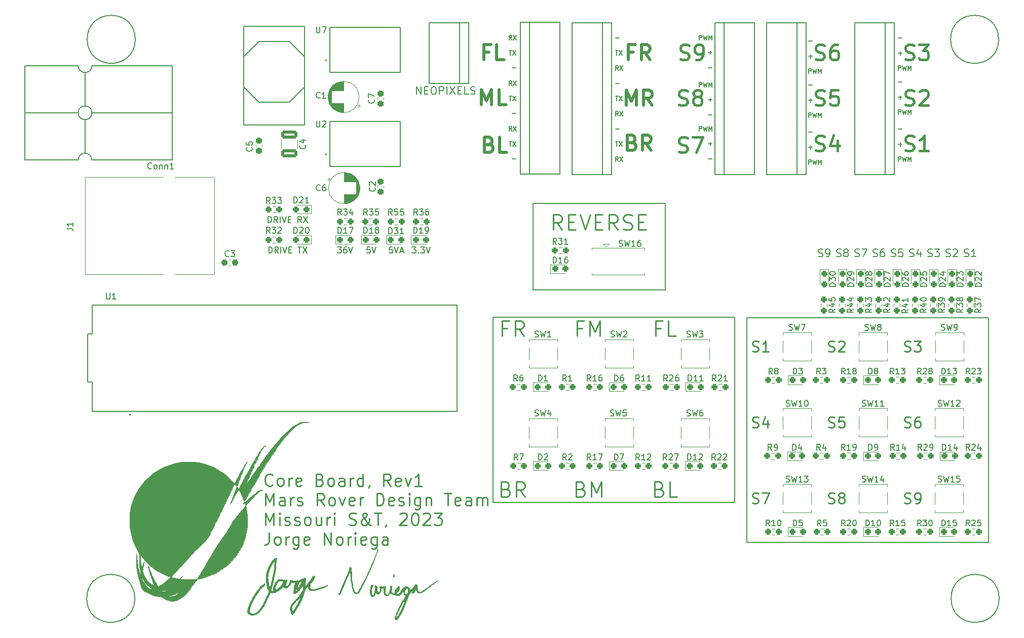
<source format=gto>
G04 #@! TF.GenerationSoftware,KiCad,Pcbnew,(6.0.7)*
G04 #@! TF.CreationDate,2023-03-20T21:26:27-05:00*
G04 #@! TF.ProjectId,DriveBoard_Rev2,44726976-6542-46f6-9172-645f52657632,rev?*
G04 #@! TF.SameCoordinates,Original*
G04 #@! TF.FileFunction,Legend,Top*
G04 #@! TF.FilePolarity,Positive*
%FSLAX46Y46*%
G04 Gerber Fmt 4.6, Leading zero omitted, Abs format (unit mm)*
G04 Created by KiCad (PCBNEW (6.0.7)) date 2023-03-20 21:26:27*
%MOMM*%
%LPD*%
G01*
G04 APERTURE LIST*
G04 Aperture macros list*
%AMRoundRect*
0 Rectangle with rounded corners*
0 $1 Rounding radius*
0 $2 $3 $4 $5 $6 $7 $8 $9 X,Y pos of 4 corners*
0 Add a 4 corners polygon primitive as box body*
4,1,4,$2,$3,$4,$5,$6,$7,$8,$9,$2,$3,0*
0 Add four circle primitives for the rounded corners*
1,1,$1+$1,$2,$3*
1,1,$1+$1,$4,$5*
1,1,$1+$1,$6,$7*
1,1,$1+$1,$8,$9*
0 Add four rect primitives between the rounded corners*
20,1,$1+$1,$2,$3,$4,$5,0*
20,1,$1+$1,$4,$5,$6,$7,0*
20,1,$1+$1,$6,$7,$8,$9,0*
20,1,$1+$1,$8,$9,$2,$3,0*%
G04 Aperture macros list end*
%ADD10C,0.150000*%
%ADD11C,0.190500*%
%ADD12C,0.203200*%
%ADD13C,0.381000*%
%ADD14C,0.254000*%
%ADD15C,0.508000*%
%ADD16C,0.120000*%
%ADD17C,0.010000*%
%ADD18C,0.127000*%
%ADD19C,0.200000*%
%ADD20RoundRect,0.237500X-0.287500X-0.237500X0.287500X-0.237500X0.287500X0.237500X-0.287500X0.237500X0*%
%ADD21RoundRect,0.237500X-0.250000X-0.237500X0.250000X-0.237500X0.250000X0.237500X-0.250000X0.237500X0*%
%ADD22C,1.524000*%
%ADD23RoundRect,0.237500X0.287500X0.237500X-0.287500X0.237500X-0.287500X-0.237500X0.287500X-0.237500X0*%
%ADD24RoundRect,0.237500X-0.237500X0.287500X-0.237500X-0.287500X0.237500X-0.287500X0.237500X0.287500X0*%
%ADD25R,1.600000X1.600000*%
%ADD26C,1.600000*%
%ADD27C,1.100000*%
%ADD28C,1.400000*%
%ADD29C,4.000000*%
%ADD30C,2.000000*%
%ADD31RoundRect,0.237500X-0.237500X0.250000X-0.237500X-0.250000X0.237500X-0.250000X0.237500X0.250000X0*%
%ADD32C,2.946400*%
%ADD33R,1.600000X1.400000*%
%ADD34O,2.200000X3.500000*%
%ADD35R,1.500000X2.500000*%
%ADD36O,1.500000X2.500000*%
%ADD37RoundRect,0.237500X-0.237500X0.300000X-0.237500X-0.300000X0.237500X-0.300000X0.237500X0.300000X0*%
%ADD38C,1.308000*%
%ADD39C,1.208000*%
%ADD40RoundRect,0.250000X-1.100000X0.412500X-1.100000X-0.412500X1.100000X-0.412500X1.100000X0.412500X0*%
%ADD41RoundRect,0.237500X-0.300000X-0.237500X0.300000X-0.237500X0.300000X0.237500X-0.300000X0.237500X0*%
%ADD42O,3.000000X5.100000*%
%ADD43R,1.358000X1.358000*%
%ADD44C,1.358000*%
%ADD45RoundRect,0.237500X0.237500X-0.300000X0.237500X0.300000X-0.237500X0.300000X-0.237500X-0.300000X0*%
%ADD46RoundRect,0.237500X0.250000X0.237500X-0.250000X0.237500X-0.250000X-0.237500X0.250000X-0.237500X0*%
G04 APERTURE END LIST*
D10*
X142033000Y-88759000D02*
X182419000Y-88759000D01*
X182419000Y-88759000D02*
X182419000Y-126351000D01*
X182419000Y-126351000D02*
X142033000Y-126351000D01*
X142033000Y-126351000D02*
X142033000Y-88759000D01*
X128397000Y-84074000D02*
X106299000Y-84074000D01*
X106299000Y-84074000D02*
X106299000Y-69596000D01*
X106299000Y-69596000D02*
X128397000Y-69596000D01*
X128397000Y-69596000D02*
X128397000Y-84074000D01*
X139954000Y-88646000D02*
X99568000Y-88646000D01*
X99568000Y-88646000D02*
X99568000Y-119634000D01*
X99568000Y-119634000D02*
X139954000Y-119634000D01*
X139954000Y-119634000D02*
X139954000Y-88646000D01*
D11*
X136180285Y-44395571D02*
X135599714Y-44395571D01*
X135890000Y-44105285D02*
X135890000Y-44685857D01*
D10*
X120523000Y-47334714D02*
X120269000Y-46971857D01*
X120087571Y-47334714D02*
X120087571Y-46572714D01*
X120377857Y-46572714D01*
X120450428Y-46609000D01*
X120486714Y-46645285D01*
X120523000Y-46717857D01*
X120523000Y-46826714D01*
X120486714Y-46899285D01*
X120450428Y-46935571D01*
X120377857Y-46971857D01*
X120087571Y-46971857D01*
X120777000Y-46572714D02*
X121285000Y-47334714D01*
X121285000Y-46572714D02*
X120777000Y-47334714D01*
D12*
X86855904Y-51374523D02*
X86855904Y-50104523D01*
X87581619Y-51374523D01*
X87581619Y-50104523D01*
X88186380Y-50709285D02*
X88609714Y-50709285D01*
X88791142Y-51374523D02*
X88186380Y-51374523D01*
X88186380Y-50104523D01*
X88791142Y-50104523D01*
X89577333Y-50104523D02*
X89819238Y-50104523D01*
X89940190Y-50165000D01*
X90061142Y-50285952D01*
X90121619Y-50527857D01*
X90121619Y-50951190D01*
X90061142Y-51193095D01*
X89940190Y-51314047D01*
X89819238Y-51374523D01*
X89577333Y-51374523D01*
X89456380Y-51314047D01*
X89335428Y-51193095D01*
X89274952Y-50951190D01*
X89274952Y-50527857D01*
X89335428Y-50285952D01*
X89456380Y-50165000D01*
X89577333Y-50104523D01*
X90665904Y-51374523D02*
X90665904Y-50104523D01*
X91149714Y-50104523D01*
X91270666Y-50165000D01*
X91331142Y-50225476D01*
X91391619Y-50346428D01*
X91391619Y-50527857D01*
X91331142Y-50648809D01*
X91270666Y-50709285D01*
X91149714Y-50769761D01*
X90665904Y-50769761D01*
X91935904Y-51374523D02*
X91935904Y-50104523D01*
X92419714Y-50104523D02*
X93266380Y-51374523D01*
X93266380Y-50104523D02*
X92419714Y-51374523D01*
X93750190Y-50709285D02*
X94173523Y-50709285D01*
X94354952Y-51374523D02*
X93750190Y-51374523D01*
X93750190Y-50104523D01*
X94354952Y-50104523D01*
X95504000Y-51374523D02*
X94899238Y-51374523D01*
X94899238Y-50104523D01*
X95866857Y-51314047D02*
X96048285Y-51374523D01*
X96350666Y-51374523D01*
X96471619Y-51314047D01*
X96532095Y-51253571D01*
X96592571Y-51132619D01*
X96592571Y-51011666D01*
X96532095Y-50890714D01*
X96471619Y-50830238D01*
X96350666Y-50769761D01*
X96108761Y-50709285D01*
X95987809Y-50648809D01*
X95927333Y-50588333D01*
X95866857Y-50467380D01*
X95866857Y-50346428D01*
X95927333Y-50225476D01*
X95987809Y-50165000D01*
X96108761Y-50104523D01*
X96411142Y-50104523D01*
X96592571Y-50165000D01*
D11*
X167349714Y-57204428D02*
X167930285Y-57204428D01*
X167349714Y-44504428D02*
X167930285Y-44504428D01*
X167640000Y-44794714D02*
X167640000Y-44214142D01*
D13*
X153512761Y-53098095D02*
X153875619Y-53219047D01*
X154480380Y-53219047D01*
X154722285Y-53098095D01*
X154843238Y-52977142D01*
X154964190Y-52735238D01*
X154964190Y-52493333D01*
X154843238Y-52251428D01*
X154722285Y-52130476D01*
X154480380Y-52009523D01*
X153996571Y-51888571D01*
X153754666Y-51767619D01*
X153633714Y-51646666D01*
X153512761Y-51404761D01*
X153512761Y-51162857D01*
X153633714Y-50920952D01*
X153754666Y-50800000D01*
X153996571Y-50679047D01*
X154601333Y-50679047D01*
X154964190Y-50800000D01*
X157262285Y-50679047D02*
X156052761Y-50679047D01*
X155931809Y-51888571D01*
X156052761Y-51767619D01*
X156294666Y-51646666D01*
X156899428Y-51646666D01*
X157141333Y-51767619D01*
X157262285Y-51888571D01*
X157383238Y-52130476D01*
X157383238Y-52735238D01*
X157262285Y-52977142D01*
X157141333Y-53098095D01*
X156899428Y-53219047D01*
X156294666Y-53219047D01*
X156052761Y-53098095D01*
X155931809Y-52977142D01*
D11*
X166164380Y-78492047D02*
X166345809Y-78552523D01*
X166648190Y-78552523D01*
X166769142Y-78492047D01*
X166829619Y-78431571D01*
X166890095Y-78310619D01*
X166890095Y-78189666D01*
X166829619Y-78068714D01*
X166769142Y-78008238D01*
X166648190Y-77947761D01*
X166406285Y-77887285D01*
X166285333Y-77826809D01*
X166224857Y-77766333D01*
X166164380Y-77645380D01*
X166164380Y-77524428D01*
X166224857Y-77403476D01*
X166285333Y-77343000D01*
X166406285Y-77282523D01*
X166708666Y-77282523D01*
X166890095Y-77343000D01*
X168039142Y-77282523D02*
X167434380Y-77282523D01*
X167373904Y-77887285D01*
X167434380Y-77826809D01*
X167555333Y-77766333D01*
X167857714Y-77766333D01*
X167978666Y-77826809D01*
X168039142Y-77887285D01*
X168099619Y-78008238D01*
X168099619Y-78310619D01*
X168039142Y-78431571D01*
X167978666Y-78492047D01*
X167857714Y-78552523D01*
X167555333Y-78552523D01*
X167434380Y-78492047D01*
X167373904Y-78431571D01*
X153972380Y-78492047D02*
X154153809Y-78552523D01*
X154456190Y-78552523D01*
X154577142Y-78492047D01*
X154637619Y-78431571D01*
X154698095Y-78310619D01*
X154698095Y-78189666D01*
X154637619Y-78068714D01*
X154577142Y-78008238D01*
X154456190Y-77947761D01*
X154214285Y-77887285D01*
X154093333Y-77826809D01*
X154032857Y-77766333D01*
X153972380Y-77645380D01*
X153972380Y-77524428D01*
X154032857Y-77403476D01*
X154093333Y-77343000D01*
X154214285Y-77282523D01*
X154516666Y-77282523D01*
X154698095Y-77343000D01*
X155302857Y-78552523D02*
X155544761Y-78552523D01*
X155665714Y-78492047D01*
X155726190Y-78431571D01*
X155847142Y-78250142D01*
X155907619Y-78008238D01*
X155907619Y-77524428D01*
X155847142Y-77403476D01*
X155786666Y-77343000D01*
X155665714Y-77282523D01*
X155423809Y-77282523D01*
X155302857Y-77343000D01*
X155242380Y-77403476D01*
X155181904Y-77524428D01*
X155181904Y-77826809D01*
X155242380Y-77947761D01*
X155302857Y-78008238D01*
X155423809Y-78068714D01*
X155665714Y-78068714D01*
X155786666Y-78008238D01*
X155847142Y-77947761D01*
X155907619Y-77826809D01*
X152363714Y-42472428D02*
X152944285Y-42472428D01*
D14*
X168364333Y-107004666D02*
X168618333Y-107089333D01*
X169041666Y-107089333D01*
X169211000Y-107004666D01*
X169295666Y-106920000D01*
X169380333Y-106750666D01*
X169380333Y-106581333D01*
X169295666Y-106412000D01*
X169211000Y-106327333D01*
X169041666Y-106242666D01*
X168703000Y-106158000D01*
X168533666Y-106073333D01*
X168449000Y-105988666D01*
X168364333Y-105819333D01*
X168364333Y-105650000D01*
X168449000Y-105480666D01*
X168533666Y-105396000D01*
X168703000Y-105311333D01*
X169126333Y-105311333D01*
X169380333Y-105396000D01*
X170904333Y-105311333D02*
X170565666Y-105311333D01*
X170396333Y-105396000D01*
X170311666Y-105480666D01*
X170142333Y-105734666D01*
X170057666Y-106073333D01*
X170057666Y-106750666D01*
X170142333Y-106920000D01*
X170227000Y-107004666D01*
X170396333Y-107089333D01*
X170735000Y-107089333D01*
X170904333Y-107004666D01*
X170989000Y-106920000D01*
X171073666Y-106750666D01*
X171073666Y-106327333D01*
X170989000Y-106158000D01*
X170904333Y-106073333D01*
X170735000Y-105988666D01*
X170396333Y-105988666D01*
X170227000Y-106073333D01*
X170142333Y-106158000D01*
X170057666Y-106327333D01*
D11*
X134057571Y-57494714D02*
X134057571Y-56732714D01*
X134347857Y-56732714D01*
X134420428Y-56769000D01*
X134456714Y-56805285D01*
X134493000Y-56877857D01*
X134493000Y-56986714D01*
X134456714Y-57059285D01*
X134420428Y-57095571D01*
X134347857Y-57131857D01*
X134057571Y-57131857D01*
X134747000Y-56732714D02*
X134928428Y-57494714D01*
X135073571Y-56950428D01*
X135218714Y-57494714D01*
X135400142Y-56732714D01*
X135690428Y-57494714D02*
X135690428Y-56732714D01*
X135944428Y-57277000D01*
X136198428Y-56732714D01*
X136198428Y-57494714D01*
X136180285Y-46935571D02*
X135599714Y-46935571D01*
X167331571Y-54700714D02*
X167331571Y-53938714D01*
X167621857Y-53938714D01*
X167694428Y-53975000D01*
X167730714Y-54011285D01*
X167767000Y-54083857D01*
X167767000Y-54192714D01*
X167730714Y-54265285D01*
X167694428Y-54301571D01*
X167621857Y-54337857D01*
X167331571Y-54337857D01*
X168021000Y-53938714D02*
X168202428Y-54700714D01*
X168347571Y-54156428D01*
X168492714Y-54700714D01*
X168674142Y-53938714D01*
X168964428Y-54700714D02*
X168964428Y-53938714D01*
X169218428Y-54483000D01*
X169472428Y-53938714D01*
X169472428Y-54700714D01*
D14*
X62770052Y-116722434D02*
X62673290Y-116819196D01*
X62383004Y-116915958D01*
X62189480Y-116915958D01*
X61899195Y-116819196D01*
X61705671Y-116625672D01*
X61608909Y-116432148D01*
X61512147Y-116045100D01*
X61512147Y-115754815D01*
X61608909Y-115367767D01*
X61705671Y-115174243D01*
X61899195Y-114980720D01*
X62189480Y-114883958D01*
X62383004Y-114883958D01*
X62673290Y-114980720D01*
X62770052Y-115077481D01*
X63931195Y-116915958D02*
X63737671Y-116819196D01*
X63640909Y-116722434D01*
X63544147Y-116528910D01*
X63544147Y-115948339D01*
X63640909Y-115754815D01*
X63737671Y-115658053D01*
X63931195Y-115561291D01*
X64221480Y-115561291D01*
X64415004Y-115658053D01*
X64511766Y-115754815D01*
X64608528Y-115948339D01*
X64608528Y-116528910D01*
X64511766Y-116722434D01*
X64415004Y-116819196D01*
X64221480Y-116915958D01*
X63931195Y-116915958D01*
X65479385Y-116915958D02*
X65479385Y-115561291D01*
X65479385Y-115948339D02*
X65576147Y-115754815D01*
X65672909Y-115658053D01*
X65866433Y-115561291D01*
X66059957Y-115561291D01*
X67511385Y-116819196D02*
X67317861Y-116915958D01*
X66930814Y-116915958D01*
X66737290Y-116819196D01*
X66640528Y-116625672D01*
X66640528Y-115851577D01*
X66737290Y-115658053D01*
X66930814Y-115561291D01*
X67317861Y-115561291D01*
X67511385Y-115658053D01*
X67608147Y-115851577D01*
X67608147Y-116045100D01*
X66640528Y-116238624D01*
X70704528Y-115851577D02*
X70994814Y-115948339D01*
X71091576Y-116045100D01*
X71188338Y-116238624D01*
X71188338Y-116528910D01*
X71091576Y-116722434D01*
X70994814Y-116819196D01*
X70801290Y-116915958D01*
X70027195Y-116915958D01*
X70027195Y-114883958D01*
X70704528Y-114883958D01*
X70898052Y-114980720D01*
X70994814Y-115077481D01*
X71091576Y-115271005D01*
X71091576Y-115464529D01*
X70994814Y-115658053D01*
X70898052Y-115754815D01*
X70704528Y-115851577D01*
X70027195Y-115851577D01*
X72349480Y-116915958D02*
X72155957Y-116819196D01*
X72059195Y-116722434D01*
X71962433Y-116528910D01*
X71962433Y-115948339D01*
X72059195Y-115754815D01*
X72155957Y-115658053D01*
X72349480Y-115561291D01*
X72639766Y-115561291D01*
X72833290Y-115658053D01*
X72930052Y-115754815D01*
X73026814Y-115948339D01*
X73026814Y-116528910D01*
X72930052Y-116722434D01*
X72833290Y-116819196D01*
X72639766Y-116915958D01*
X72349480Y-116915958D01*
X74768528Y-116915958D02*
X74768528Y-115851577D01*
X74671766Y-115658053D01*
X74478242Y-115561291D01*
X74091195Y-115561291D01*
X73897671Y-115658053D01*
X74768528Y-116819196D02*
X74575004Y-116915958D01*
X74091195Y-116915958D01*
X73897671Y-116819196D01*
X73800909Y-116625672D01*
X73800909Y-116432148D01*
X73897671Y-116238624D01*
X74091195Y-116141862D01*
X74575004Y-116141862D01*
X74768528Y-116045100D01*
X75736147Y-116915958D02*
X75736147Y-115561291D01*
X75736147Y-115948339D02*
X75832909Y-115754815D01*
X75929671Y-115658053D01*
X76123195Y-115561291D01*
X76316719Y-115561291D01*
X77864909Y-116915958D02*
X77864909Y-114883958D01*
X77864909Y-116819196D02*
X77671385Y-116915958D01*
X77284338Y-116915958D01*
X77090814Y-116819196D01*
X76994052Y-116722434D01*
X76897290Y-116528910D01*
X76897290Y-115948339D01*
X76994052Y-115754815D01*
X77090814Y-115658053D01*
X77284338Y-115561291D01*
X77671385Y-115561291D01*
X77864909Y-115658053D01*
X78929290Y-116819196D02*
X78929290Y-116915958D01*
X78832528Y-117109481D01*
X78735766Y-117206243D01*
X82509480Y-116915958D02*
X81832147Y-115948339D01*
X81348338Y-116915958D02*
X81348338Y-114883958D01*
X82122433Y-114883958D01*
X82315957Y-114980720D01*
X82412719Y-115077481D01*
X82509480Y-115271005D01*
X82509480Y-115561291D01*
X82412719Y-115754815D01*
X82315957Y-115851577D01*
X82122433Y-115948339D01*
X81348338Y-115948339D01*
X84154433Y-116819196D02*
X83960909Y-116915958D01*
X83573861Y-116915958D01*
X83380338Y-116819196D01*
X83283576Y-116625672D01*
X83283576Y-115851577D01*
X83380338Y-115658053D01*
X83573861Y-115561291D01*
X83960909Y-115561291D01*
X84154433Y-115658053D01*
X84251195Y-115851577D01*
X84251195Y-116045100D01*
X83283576Y-116238624D01*
X84928528Y-115561291D02*
X85412338Y-116915958D01*
X85896147Y-115561291D01*
X87734623Y-116915958D02*
X86573480Y-116915958D01*
X87154052Y-116915958D02*
X87154052Y-114883958D01*
X86960528Y-115174243D01*
X86767004Y-115367767D01*
X86573480Y-115464529D01*
X61608909Y-120187478D02*
X61608909Y-118155478D01*
X62286242Y-119606906D01*
X62963576Y-118155478D01*
X62963576Y-120187478D01*
X64802052Y-120187478D02*
X64802052Y-119123097D01*
X64705290Y-118929573D01*
X64511766Y-118832811D01*
X64124719Y-118832811D01*
X63931195Y-118929573D01*
X64802052Y-120090716D02*
X64608528Y-120187478D01*
X64124719Y-120187478D01*
X63931195Y-120090716D01*
X63834433Y-119897192D01*
X63834433Y-119703668D01*
X63931195Y-119510144D01*
X64124719Y-119413382D01*
X64608528Y-119413382D01*
X64802052Y-119316620D01*
X65769671Y-120187478D02*
X65769671Y-118832811D01*
X65769671Y-119219859D02*
X65866433Y-119026335D01*
X65963195Y-118929573D01*
X66156719Y-118832811D01*
X66350242Y-118832811D01*
X66930814Y-120090716D02*
X67124338Y-120187478D01*
X67511385Y-120187478D01*
X67704909Y-120090716D01*
X67801671Y-119897192D01*
X67801671Y-119800430D01*
X67704909Y-119606906D01*
X67511385Y-119510144D01*
X67221100Y-119510144D01*
X67027576Y-119413382D01*
X66930814Y-119219859D01*
X66930814Y-119123097D01*
X67027576Y-118929573D01*
X67221100Y-118832811D01*
X67511385Y-118832811D01*
X67704909Y-118929573D01*
X71381861Y-120187478D02*
X70704528Y-119219859D01*
X70220719Y-120187478D02*
X70220719Y-118155478D01*
X70994814Y-118155478D01*
X71188338Y-118252240D01*
X71285100Y-118349001D01*
X71381861Y-118542525D01*
X71381861Y-118832811D01*
X71285100Y-119026335D01*
X71188338Y-119123097D01*
X70994814Y-119219859D01*
X70220719Y-119219859D01*
X72543004Y-120187478D02*
X72349480Y-120090716D01*
X72252719Y-119993954D01*
X72155957Y-119800430D01*
X72155957Y-119219859D01*
X72252719Y-119026335D01*
X72349480Y-118929573D01*
X72543004Y-118832811D01*
X72833290Y-118832811D01*
X73026814Y-118929573D01*
X73123576Y-119026335D01*
X73220338Y-119219859D01*
X73220338Y-119800430D01*
X73123576Y-119993954D01*
X73026814Y-120090716D01*
X72833290Y-120187478D01*
X72543004Y-120187478D01*
X73897671Y-118832811D02*
X74381480Y-120187478D01*
X74865290Y-118832811D01*
X76413480Y-120090716D02*
X76219957Y-120187478D01*
X75832909Y-120187478D01*
X75639385Y-120090716D01*
X75542623Y-119897192D01*
X75542623Y-119123097D01*
X75639385Y-118929573D01*
X75832909Y-118832811D01*
X76219957Y-118832811D01*
X76413480Y-118929573D01*
X76510242Y-119123097D01*
X76510242Y-119316620D01*
X75542623Y-119510144D01*
X77381100Y-120187478D02*
X77381100Y-118832811D01*
X77381100Y-119219859D02*
X77477861Y-119026335D01*
X77574623Y-118929573D01*
X77768147Y-118832811D01*
X77961671Y-118832811D01*
X80187195Y-120187478D02*
X80187195Y-118155478D01*
X80671004Y-118155478D01*
X80961290Y-118252240D01*
X81154814Y-118445763D01*
X81251576Y-118639287D01*
X81348338Y-119026335D01*
X81348338Y-119316620D01*
X81251576Y-119703668D01*
X81154814Y-119897192D01*
X80961290Y-120090716D01*
X80671004Y-120187478D01*
X80187195Y-120187478D01*
X82993290Y-120090716D02*
X82799766Y-120187478D01*
X82412719Y-120187478D01*
X82219195Y-120090716D01*
X82122433Y-119897192D01*
X82122433Y-119123097D01*
X82219195Y-118929573D01*
X82412719Y-118832811D01*
X82799766Y-118832811D01*
X82993290Y-118929573D01*
X83090052Y-119123097D01*
X83090052Y-119316620D01*
X82122433Y-119510144D01*
X83864147Y-120090716D02*
X84057671Y-120187478D01*
X84444719Y-120187478D01*
X84638242Y-120090716D01*
X84735004Y-119897192D01*
X84735004Y-119800430D01*
X84638242Y-119606906D01*
X84444719Y-119510144D01*
X84154433Y-119510144D01*
X83960909Y-119413382D01*
X83864147Y-119219859D01*
X83864147Y-119123097D01*
X83960909Y-118929573D01*
X84154433Y-118832811D01*
X84444719Y-118832811D01*
X84638242Y-118929573D01*
X85605861Y-120187478D02*
X85605861Y-118832811D01*
X85605861Y-118155478D02*
X85509100Y-118252240D01*
X85605861Y-118349001D01*
X85702623Y-118252240D01*
X85605861Y-118155478D01*
X85605861Y-118349001D01*
X87444338Y-118832811D02*
X87444338Y-120477763D01*
X87347576Y-120671287D01*
X87250814Y-120768049D01*
X87057290Y-120864811D01*
X86767004Y-120864811D01*
X86573480Y-120768049D01*
X87444338Y-120090716D02*
X87250814Y-120187478D01*
X86863766Y-120187478D01*
X86670242Y-120090716D01*
X86573480Y-119993954D01*
X86476719Y-119800430D01*
X86476719Y-119219859D01*
X86573480Y-119026335D01*
X86670242Y-118929573D01*
X86863766Y-118832811D01*
X87250814Y-118832811D01*
X87444338Y-118929573D01*
X88411957Y-118832811D02*
X88411957Y-120187478D01*
X88411957Y-119026335D02*
X88508719Y-118929573D01*
X88702242Y-118832811D01*
X88992528Y-118832811D01*
X89186052Y-118929573D01*
X89282814Y-119123097D01*
X89282814Y-120187478D01*
X91508338Y-118155478D02*
X92669480Y-118155478D01*
X92088909Y-120187478D02*
X92088909Y-118155478D01*
X94120909Y-120090716D02*
X93927385Y-120187478D01*
X93540338Y-120187478D01*
X93346814Y-120090716D01*
X93250052Y-119897192D01*
X93250052Y-119123097D01*
X93346814Y-118929573D01*
X93540338Y-118832811D01*
X93927385Y-118832811D01*
X94120909Y-118929573D01*
X94217671Y-119123097D01*
X94217671Y-119316620D01*
X93250052Y-119510144D01*
X95959385Y-120187478D02*
X95959385Y-119123097D01*
X95862623Y-118929573D01*
X95669100Y-118832811D01*
X95282052Y-118832811D01*
X95088528Y-118929573D01*
X95959385Y-120090716D02*
X95765861Y-120187478D01*
X95282052Y-120187478D01*
X95088528Y-120090716D01*
X94991766Y-119897192D01*
X94991766Y-119703668D01*
X95088528Y-119510144D01*
X95282052Y-119413382D01*
X95765861Y-119413382D01*
X95959385Y-119316620D01*
X96927004Y-120187478D02*
X96927004Y-118832811D01*
X96927004Y-119026335D02*
X97023766Y-118929573D01*
X97217290Y-118832811D01*
X97507576Y-118832811D01*
X97701100Y-118929573D01*
X97797861Y-119123097D01*
X97797861Y-120187478D01*
X97797861Y-119123097D02*
X97894623Y-118929573D01*
X98088147Y-118832811D01*
X98378433Y-118832811D01*
X98571957Y-118929573D01*
X98668719Y-119123097D01*
X98668719Y-120187478D01*
X61608909Y-123458998D02*
X61608909Y-121426998D01*
X62286242Y-122878426D01*
X62963576Y-121426998D01*
X62963576Y-123458998D01*
X63931195Y-123458998D02*
X63931195Y-122104331D01*
X63931195Y-121426998D02*
X63834433Y-121523760D01*
X63931195Y-121620521D01*
X64027957Y-121523760D01*
X63931195Y-121426998D01*
X63931195Y-121620521D01*
X64802052Y-123362236D02*
X64995576Y-123458998D01*
X65382623Y-123458998D01*
X65576147Y-123362236D01*
X65672909Y-123168712D01*
X65672909Y-123071950D01*
X65576147Y-122878426D01*
X65382623Y-122781664D01*
X65092338Y-122781664D01*
X64898814Y-122684902D01*
X64802052Y-122491379D01*
X64802052Y-122394617D01*
X64898814Y-122201093D01*
X65092338Y-122104331D01*
X65382623Y-122104331D01*
X65576147Y-122201093D01*
X66447004Y-123362236D02*
X66640528Y-123458998D01*
X67027576Y-123458998D01*
X67221100Y-123362236D01*
X67317861Y-123168712D01*
X67317861Y-123071950D01*
X67221100Y-122878426D01*
X67027576Y-122781664D01*
X66737290Y-122781664D01*
X66543766Y-122684902D01*
X66447004Y-122491379D01*
X66447004Y-122394617D01*
X66543766Y-122201093D01*
X66737290Y-122104331D01*
X67027576Y-122104331D01*
X67221100Y-122201093D01*
X68479004Y-123458998D02*
X68285480Y-123362236D01*
X68188719Y-123265474D01*
X68091957Y-123071950D01*
X68091957Y-122491379D01*
X68188719Y-122297855D01*
X68285480Y-122201093D01*
X68479004Y-122104331D01*
X68769290Y-122104331D01*
X68962814Y-122201093D01*
X69059576Y-122297855D01*
X69156338Y-122491379D01*
X69156338Y-123071950D01*
X69059576Y-123265474D01*
X68962814Y-123362236D01*
X68769290Y-123458998D01*
X68479004Y-123458998D01*
X70898052Y-122104331D02*
X70898052Y-123458998D01*
X70027195Y-122104331D02*
X70027195Y-123168712D01*
X70123957Y-123362236D01*
X70317480Y-123458998D01*
X70607766Y-123458998D01*
X70801290Y-123362236D01*
X70898052Y-123265474D01*
X71865671Y-123458998D02*
X71865671Y-122104331D01*
X71865671Y-122491379D02*
X71962433Y-122297855D01*
X72059195Y-122201093D01*
X72252719Y-122104331D01*
X72446242Y-122104331D01*
X73123576Y-123458998D02*
X73123576Y-122104331D01*
X73123576Y-121426998D02*
X73026814Y-121523760D01*
X73123576Y-121620521D01*
X73220338Y-121523760D01*
X73123576Y-121426998D01*
X73123576Y-121620521D01*
X75542623Y-123362236D02*
X75832909Y-123458998D01*
X76316719Y-123458998D01*
X76510242Y-123362236D01*
X76607004Y-123265474D01*
X76703766Y-123071950D01*
X76703766Y-122878426D01*
X76607004Y-122684902D01*
X76510242Y-122588140D01*
X76316719Y-122491379D01*
X75929671Y-122394617D01*
X75736147Y-122297855D01*
X75639385Y-122201093D01*
X75542623Y-122007569D01*
X75542623Y-121814045D01*
X75639385Y-121620521D01*
X75736147Y-121523760D01*
X75929671Y-121426998D01*
X76413480Y-121426998D01*
X76703766Y-121523760D01*
X79219576Y-123458998D02*
X79122814Y-123458998D01*
X78929290Y-123362236D01*
X78639004Y-123071950D01*
X78155195Y-122491379D01*
X77961671Y-122201093D01*
X77864909Y-121910807D01*
X77864909Y-121717283D01*
X77961671Y-121523760D01*
X78155195Y-121426998D01*
X78251957Y-121426998D01*
X78445480Y-121523760D01*
X78542242Y-121717283D01*
X78542242Y-121814045D01*
X78445480Y-122007569D01*
X78348719Y-122104331D01*
X77768147Y-122491379D01*
X77671385Y-122588140D01*
X77574623Y-122781664D01*
X77574623Y-123071950D01*
X77671385Y-123265474D01*
X77768147Y-123362236D01*
X77961671Y-123458998D01*
X78251957Y-123458998D01*
X78445480Y-123362236D01*
X78542242Y-123265474D01*
X78832528Y-122878426D01*
X78929290Y-122588140D01*
X78929290Y-122394617D01*
X79800147Y-121426998D02*
X80961290Y-121426998D01*
X80380719Y-123458998D02*
X80380719Y-121426998D01*
X81735385Y-123362236D02*
X81735385Y-123458998D01*
X81638623Y-123652521D01*
X81541861Y-123749283D01*
X84057671Y-121620521D02*
X84154433Y-121523760D01*
X84347957Y-121426998D01*
X84831766Y-121426998D01*
X85025290Y-121523760D01*
X85122052Y-121620521D01*
X85218814Y-121814045D01*
X85218814Y-122007569D01*
X85122052Y-122297855D01*
X83960909Y-123458998D01*
X85218814Y-123458998D01*
X86476719Y-121426998D02*
X86670242Y-121426998D01*
X86863766Y-121523760D01*
X86960528Y-121620521D01*
X87057290Y-121814045D01*
X87154052Y-122201093D01*
X87154052Y-122684902D01*
X87057290Y-123071950D01*
X86960528Y-123265474D01*
X86863766Y-123362236D01*
X86670242Y-123458998D01*
X86476719Y-123458998D01*
X86283195Y-123362236D01*
X86186433Y-123265474D01*
X86089671Y-123071950D01*
X85992909Y-122684902D01*
X85992909Y-122201093D01*
X86089671Y-121814045D01*
X86186433Y-121620521D01*
X86283195Y-121523760D01*
X86476719Y-121426998D01*
X87928147Y-121620521D02*
X88024909Y-121523760D01*
X88218433Y-121426998D01*
X88702242Y-121426998D01*
X88895766Y-121523760D01*
X88992528Y-121620521D01*
X89089290Y-121814045D01*
X89089290Y-122007569D01*
X88992528Y-122297855D01*
X87831385Y-123458998D01*
X89089290Y-123458998D01*
X89766623Y-121426998D02*
X91024528Y-121426998D01*
X90347195Y-122201093D01*
X90637480Y-122201093D01*
X90831004Y-122297855D01*
X90927766Y-122394617D01*
X91024528Y-122588140D01*
X91024528Y-123071950D01*
X90927766Y-123265474D01*
X90831004Y-123362236D01*
X90637480Y-123458998D01*
X90056909Y-123458998D01*
X89863385Y-123362236D01*
X89766623Y-123265474D01*
X62189480Y-124698518D02*
X62189480Y-126149946D01*
X62092719Y-126440232D01*
X61899195Y-126633756D01*
X61608909Y-126730518D01*
X61415385Y-126730518D01*
X63447385Y-126730518D02*
X63253861Y-126633756D01*
X63157100Y-126536994D01*
X63060338Y-126343470D01*
X63060338Y-125762899D01*
X63157100Y-125569375D01*
X63253861Y-125472613D01*
X63447385Y-125375851D01*
X63737671Y-125375851D01*
X63931195Y-125472613D01*
X64027957Y-125569375D01*
X64124719Y-125762899D01*
X64124719Y-126343470D01*
X64027957Y-126536994D01*
X63931195Y-126633756D01*
X63737671Y-126730518D01*
X63447385Y-126730518D01*
X64995576Y-126730518D02*
X64995576Y-125375851D01*
X64995576Y-125762899D02*
X65092338Y-125569375D01*
X65189100Y-125472613D01*
X65382623Y-125375851D01*
X65576147Y-125375851D01*
X67124338Y-125375851D02*
X67124338Y-127020803D01*
X67027576Y-127214327D01*
X66930814Y-127311089D01*
X66737290Y-127407851D01*
X66447004Y-127407851D01*
X66253480Y-127311089D01*
X67124338Y-126633756D02*
X66930814Y-126730518D01*
X66543766Y-126730518D01*
X66350242Y-126633756D01*
X66253480Y-126536994D01*
X66156719Y-126343470D01*
X66156719Y-125762899D01*
X66253480Y-125569375D01*
X66350242Y-125472613D01*
X66543766Y-125375851D01*
X66930814Y-125375851D01*
X67124338Y-125472613D01*
X68866052Y-126633756D02*
X68672528Y-126730518D01*
X68285480Y-126730518D01*
X68091957Y-126633756D01*
X67995195Y-126440232D01*
X67995195Y-125666137D01*
X68091957Y-125472613D01*
X68285480Y-125375851D01*
X68672528Y-125375851D01*
X68866052Y-125472613D01*
X68962814Y-125666137D01*
X68962814Y-125859660D01*
X67995195Y-126053184D01*
X71381861Y-126730518D02*
X71381861Y-124698518D01*
X72543004Y-126730518D01*
X72543004Y-124698518D01*
X73800909Y-126730518D02*
X73607385Y-126633756D01*
X73510623Y-126536994D01*
X73413861Y-126343470D01*
X73413861Y-125762899D01*
X73510623Y-125569375D01*
X73607385Y-125472613D01*
X73800909Y-125375851D01*
X74091195Y-125375851D01*
X74284719Y-125472613D01*
X74381480Y-125569375D01*
X74478242Y-125762899D01*
X74478242Y-126343470D01*
X74381480Y-126536994D01*
X74284719Y-126633756D01*
X74091195Y-126730518D01*
X73800909Y-126730518D01*
X75349100Y-126730518D02*
X75349100Y-125375851D01*
X75349100Y-125762899D02*
X75445861Y-125569375D01*
X75542623Y-125472613D01*
X75736147Y-125375851D01*
X75929671Y-125375851D01*
X76607004Y-126730518D02*
X76607004Y-125375851D01*
X76607004Y-124698518D02*
X76510242Y-124795280D01*
X76607004Y-124892041D01*
X76703766Y-124795280D01*
X76607004Y-124698518D01*
X76607004Y-124892041D01*
X78348719Y-126633756D02*
X78155195Y-126730518D01*
X77768147Y-126730518D01*
X77574623Y-126633756D01*
X77477861Y-126440232D01*
X77477861Y-125666137D01*
X77574623Y-125472613D01*
X77768147Y-125375851D01*
X78155195Y-125375851D01*
X78348719Y-125472613D01*
X78445480Y-125666137D01*
X78445480Y-125859660D01*
X77477861Y-126053184D01*
X80187195Y-125375851D02*
X80187195Y-127020803D01*
X80090433Y-127214327D01*
X79993671Y-127311089D01*
X79800147Y-127407851D01*
X79509861Y-127407851D01*
X79316338Y-127311089D01*
X80187195Y-126633756D02*
X79993671Y-126730518D01*
X79606623Y-126730518D01*
X79413100Y-126633756D01*
X79316338Y-126536994D01*
X79219576Y-126343470D01*
X79219576Y-125762899D01*
X79316338Y-125569375D01*
X79413100Y-125472613D01*
X79606623Y-125375851D01*
X79993671Y-125375851D01*
X80187195Y-125472613D01*
X82025671Y-126730518D02*
X82025671Y-125666137D01*
X81928909Y-125472613D01*
X81735385Y-125375851D01*
X81348338Y-125375851D01*
X81154814Y-125472613D01*
X82025671Y-126633756D02*
X81832147Y-126730518D01*
X81348338Y-126730518D01*
X81154814Y-126633756D01*
X81058052Y-126440232D01*
X81058052Y-126246708D01*
X81154814Y-126053184D01*
X81348338Y-125956422D01*
X81832147Y-125956422D01*
X82025671Y-125859660D01*
D10*
X120069428Y-51652714D02*
X120504857Y-51652714D01*
X120287142Y-52414714D02*
X120287142Y-51652714D01*
X120686285Y-51652714D02*
X121194285Y-52414714D01*
X121194285Y-51652714D02*
X120686285Y-52414714D01*
X102743000Y-57494714D02*
X102489000Y-57131857D01*
X102307571Y-57494714D02*
X102307571Y-56732714D01*
X102597857Y-56732714D01*
X102670428Y-56769000D01*
X102706714Y-56805285D01*
X102743000Y-56877857D01*
X102743000Y-56986714D01*
X102706714Y-57059285D01*
X102670428Y-57095571D01*
X102597857Y-57131857D01*
X102307571Y-57131857D01*
X102997000Y-56732714D02*
X103505000Y-57494714D01*
X103505000Y-56732714D02*
X102997000Y-57494714D01*
D13*
X130652761Y-53098095D02*
X131015619Y-53219047D01*
X131620380Y-53219047D01*
X131862285Y-53098095D01*
X131983238Y-52977142D01*
X132104190Y-52735238D01*
X132104190Y-52493333D01*
X131983238Y-52251428D01*
X131862285Y-52130476D01*
X131620380Y-52009523D01*
X131136571Y-51888571D01*
X130894666Y-51767619D01*
X130773714Y-51646666D01*
X130652761Y-51404761D01*
X130652761Y-51162857D01*
X130773714Y-50920952D01*
X130894666Y-50800000D01*
X131136571Y-50679047D01*
X131741333Y-50679047D01*
X132104190Y-50800000D01*
X133555619Y-51767619D02*
X133313714Y-51646666D01*
X133192761Y-51525714D01*
X133071809Y-51283809D01*
X133071809Y-51162857D01*
X133192761Y-50920952D01*
X133313714Y-50800000D01*
X133555619Y-50679047D01*
X134039428Y-50679047D01*
X134281333Y-50800000D01*
X134402285Y-50920952D01*
X134523238Y-51162857D01*
X134523238Y-51283809D01*
X134402285Y-51525714D01*
X134281333Y-51646666D01*
X134039428Y-51767619D01*
X133555619Y-51767619D01*
X133313714Y-51888571D01*
X133192761Y-52009523D01*
X133071809Y-52251428D01*
X133071809Y-52735238D01*
X133192761Y-52977142D01*
X133313714Y-53098095D01*
X133555619Y-53219047D01*
X134039428Y-53219047D01*
X134281333Y-53098095D01*
X134402285Y-52977142D01*
X134523238Y-52735238D01*
X134523238Y-52251428D01*
X134402285Y-52009523D01*
X134281333Y-51888571D01*
X134039428Y-51767619D01*
D11*
X167349714Y-49330428D02*
X167930285Y-49330428D01*
D10*
X120069428Y-44032714D02*
X120504857Y-44032714D01*
X120287142Y-44794714D02*
X120287142Y-44032714D01*
X120686285Y-44032714D02*
X121194285Y-44794714D01*
X121194285Y-44032714D02*
X120686285Y-44794714D01*
D11*
X103414285Y-54555571D02*
X102833714Y-54555571D01*
D15*
X98902761Y-44268571D02*
X98056095Y-44268571D01*
X98056095Y-45599047D02*
X98056095Y-43059047D01*
X99265619Y-43059047D01*
X101442761Y-45599047D02*
X100233238Y-45599047D01*
X100233238Y-43059047D01*
X121835333Y-53219047D02*
X121835333Y-50679047D01*
X122682000Y-52493333D01*
X123528666Y-50679047D01*
X123528666Y-53219047D01*
X126189619Y-53219047D02*
X125342952Y-52009523D01*
X124738190Y-53219047D02*
X124738190Y-50679047D01*
X125705809Y-50679047D01*
X125947714Y-50800000D01*
X126068666Y-50920952D01*
X126189619Y-51162857D01*
X126189619Y-51525714D01*
X126068666Y-51767619D01*
X125947714Y-51888571D01*
X125705809Y-52009523D01*
X124738190Y-52009523D01*
D11*
X167331571Y-62574714D02*
X167331571Y-61812714D01*
X167621857Y-61812714D01*
X167694428Y-61849000D01*
X167730714Y-61885285D01*
X167767000Y-61957857D01*
X167767000Y-62066714D01*
X167730714Y-62139285D01*
X167694428Y-62175571D01*
X167621857Y-62211857D01*
X167331571Y-62211857D01*
X168021000Y-61812714D02*
X168202428Y-62574714D01*
X168347571Y-62030428D01*
X168492714Y-62574714D01*
X168674142Y-61812714D01*
X168964428Y-62574714D02*
X168964428Y-61812714D01*
X169218428Y-62357000D01*
X169472428Y-61812714D01*
X169472428Y-62574714D01*
D14*
X168364333Y-94304666D02*
X168618333Y-94389333D01*
X169041666Y-94389333D01*
X169211000Y-94304666D01*
X169295666Y-94220000D01*
X169380333Y-94050666D01*
X169380333Y-93881333D01*
X169295666Y-93712000D01*
X169211000Y-93627333D01*
X169041666Y-93542666D01*
X168703000Y-93458000D01*
X168533666Y-93373333D01*
X168449000Y-93288666D01*
X168364333Y-93119333D01*
X168364333Y-92950000D01*
X168449000Y-92780666D01*
X168533666Y-92696000D01*
X168703000Y-92611333D01*
X169126333Y-92611333D01*
X169380333Y-92696000D01*
X169973000Y-92611333D02*
X171073666Y-92611333D01*
X170481000Y-93288666D01*
X170735000Y-93288666D01*
X170904333Y-93373333D01*
X170989000Y-93458000D01*
X171073666Y-93627333D01*
X171073666Y-94050666D01*
X170989000Y-94220000D01*
X170904333Y-94304666D01*
X170735000Y-94389333D01*
X170227000Y-94389333D01*
X170057666Y-94304666D01*
X169973000Y-94220000D01*
D13*
X130652761Y-60972095D02*
X131015619Y-61093047D01*
X131620380Y-61093047D01*
X131862285Y-60972095D01*
X131983238Y-60851142D01*
X132104190Y-60609238D01*
X132104190Y-60367333D01*
X131983238Y-60125428D01*
X131862285Y-60004476D01*
X131620380Y-59883523D01*
X131136571Y-59762571D01*
X130894666Y-59641619D01*
X130773714Y-59520666D01*
X130652761Y-59278761D01*
X130652761Y-59036857D01*
X130773714Y-58794952D01*
X130894666Y-58674000D01*
X131136571Y-58553047D01*
X131741333Y-58553047D01*
X132104190Y-58674000D01*
X132950857Y-58553047D02*
X134644190Y-58553047D01*
X133555619Y-61093047D01*
D10*
X102289428Y-51652714D02*
X102724857Y-51652714D01*
X102507142Y-52414714D02*
X102507142Y-51652714D01*
X102906285Y-51652714D02*
X103414285Y-52414714D01*
X103414285Y-51652714D02*
X102906285Y-52414714D01*
D14*
X127423333Y-117420571D02*
X127786190Y-117541523D01*
X127907142Y-117662476D01*
X128028095Y-117904380D01*
X128028095Y-118267238D01*
X127907142Y-118509142D01*
X127786190Y-118630095D01*
X127544285Y-118751047D01*
X126576666Y-118751047D01*
X126576666Y-116211047D01*
X127423333Y-116211047D01*
X127665238Y-116332000D01*
X127786190Y-116452952D01*
X127907142Y-116694857D01*
X127907142Y-116936761D01*
X127786190Y-117178666D01*
X127665238Y-117299619D01*
X127423333Y-117420571D01*
X126576666Y-117420571D01*
X130326190Y-118751047D02*
X129116666Y-118751047D01*
X129116666Y-116211047D01*
X127604761Y-90496571D02*
X126758095Y-90496571D01*
X126758095Y-91827047D02*
X126758095Y-89287047D01*
X127967619Y-89287047D01*
X130144761Y-91827047D02*
X128935238Y-91827047D01*
X128935238Y-89287047D01*
D10*
X62039904Y-72842380D02*
X62039904Y-71842380D01*
X62278000Y-71842380D01*
X62420857Y-71890000D01*
X62516095Y-71985238D01*
X62563714Y-72080476D01*
X62611333Y-72270952D01*
X62611333Y-72413809D01*
X62563714Y-72604285D01*
X62516095Y-72699523D01*
X62420857Y-72794761D01*
X62278000Y-72842380D01*
X62039904Y-72842380D01*
X63611333Y-72842380D02*
X63278000Y-72366190D01*
X63039904Y-72842380D02*
X63039904Y-71842380D01*
X63420857Y-71842380D01*
X63516095Y-71890000D01*
X63563714Y-71937619D01*
X63611333Y-72032857D01*
X63611333Y-72175714D01*
X63563714Y-72270952D01*
X63516095Y-72318571D01*
X63420857Y-72366190D01*
X63039904Y-72366190D01*
X64039904Y-72842380D02*
X64039904Y-71842380D01*
X64373238Y-71842380D02*
X64706571Y-72842380D01*
X65039904Y-71842380D01*
X65373238Y-72318571D02*
X65706571Y-72318571D01*
X65849428Y-72842380D02*
X65373238Y-72842380D01*
X65373238Y-71842380D01*
X65849428Y-71842380D01*
X67611333Y-72842380D02*
X67278000Y-72366190D01*
X67039904Y-72842380D02*
X67039904Y-71842380D01*
X67420857Y-71842380D01*
X67516095Y-71890000D01*
X67563714Y-71937619D01*
X67611333Y-72032857D01*
X67611333Y-72175714D01*
X67563714Y-72270952D01*
X67516095Y-72318571D01*
X67420857Y-72366190D01*
X67039904Y-72366190D01*
X67944666Y-71842380D02*
X68611333Y-72842380D01*
X68611333Y-71842380D02*
X67944666Y-72842380D01*
D11*
X157020380Y-78492047D02*
X157201809Y-78552523D01*
X157504190Y-78552523D01*
X157625142Y-78492047D01*
X157685619Y-78431571D01*
X157746095Y-78310619D01*
X157746095Y-78189666D01*
X157685619Y-78068714D01*
X157625142Y-78008238D01*
X157504190Y-77947761D01*
X157262285Y-77887285D01*
X157141333Y-77826809D01*
X157080857Y-77766333D01*
X157020380Y-77645380D01*
X157020380Y-77524428D01*
X157080857Y-77403476D01*
X157141333Y-77343000D01*
X157262285Y-77282523D01*
X157564666Y-77282523D01*
X157746095Y-77343000D01*
X158471809Y-77826809D02*
X158350857Y-77766333D01*
X158290380Y-77705857D01*
X158229904Y-77584904D01*
X158229904Y-77524428D01*
X158290380Y-77403476D01*
X158350857Y-77343000D01*
X158471809Y-77282523D01*
X158713714Y-77282523D01*
X158834666Y-77343000D01*
X158895142Y-77403476D01*
X158955619Y-77524428D01*
X158955619Y-77584904D01*
X158895142Y-77705857D01*
X158834666Y-77766333D01*
X158713714Y-77826809D01*
X158471809Y-77826809D01*
X158350857Y-77887285D01*
X158290380Y-77947761D01*
X158229904Y-78068714D01*
X158229904Y-78310619D01*
X158290380Y-78431571D01*
X158350857Y-78492047D01*
X158471809Y-78552523D01*
X158713714Y-78552523D01*
X158834666Y-78492047D01*
X158895142Y-78431571D01*
X158955619Y-78310619D01*
X158955619Y-78068714D01*
X158895142Y-77947761D01*
X158834666Y-77887285D01*
X158713714Y-77826809D01*
X120105714Y-49584428D02*
X120686285Y-49584428D01*
D14*
X111118952Y-74047047D02*
X110272285Y-72837523D01*
X109667523Y-74047047D02*
X109667523Y-71507047D01*
X110635142Y-71507047D01*
X110877047Y-71628000D01*
X110998000Y-71748952D01*
X111118952Y-71990857D01*
X111118952Y-72353714D01*
X110998000Y-72595619D01*
X110877047Y-72716571D01*
X110635142Y-72837523D01*
X109667523Y-72837523D01*
X112207523Y-72716571D02*
X113054190Y-72716571D01*
X113417047Y-74047047D02*
X112207523Y-74047047D01*
X112207523Y-71507047D01*
X113417047Y-71507047D01*
X114142761Y-71507047D02*
X114989428Y-74047047D01*
X115836095Y-71507047D01*
X116682761Y-72716571D02*
X117529428Y-72716571D01*
X117892285Y-74047047D02*
X116682761Y-74047047D01*
X116682761Y-71507047D01*
X117892285Y-71507047D01*
X120432285Y-74047047D02*
X119585619Y-72837523D01*
X118980857Y-74047047D02*
X118980857Y-71507047D01*
X119948476Y-71507047D01*
X120190380Y-71628000D01*
X120311333Y-71748952D01*
X120432285Y-71990857D01*
X120432285Y-72353714D01*
X120311333Y-72595619D01*
X120190380Y-72716571D01*
X119948476Y-72837523D01*
X118980857Y-72837523D01*
X121399904Y-73926095D02*
X121762761Y-74047047D01*
X122367523Y-74047047D01*
X122609428Y-73926095D01*
X122730380Y-73805142D01*
X122851333Y-73563238D01*
X122851333Y-73321333D01*
X122730380Y-73079428D01*
X122609428Y-72958476D01*
X122367523Y-72837523D01*
X121883714Y-72716571D01*
X121641809Y-72595619D01*
X121520857Y-72474666D01*
X121399904Y-72232761D01*
X121399904Y-71990857D01*
X121520857Y-71748952D01*
X121641809Y-71628000D01*
X121883714Y-71507047D01*
X122488476Y-71507047D01*
X122851333Y-71628000D01*
X123939904Y-72716571D02*
X124786571Y-72716571D01*
X125149428Y-74047047D02*
X123939904Y-74047047D01*
X123939904Y-71507047D01*
X125149428Y-71507047D01*
X155664333Y-107004666D02*
X155918333Y-107089333D01*
X156341666Y-107089333D01*
X156511000Y-107004666D01*
X156595666Y-106920000D01*
X156680333Y-106750666D01*
X156680333Y-106581333D01*
X156595666Y-106412000D01*
X156511000Y-106327333D01*
X156341666Y-106242666D01*
X156003000Y-106158000D01*
X155833666Y-106073333D01*
X155749000Y-105988666D01*
X155664333Y-105819333D01*
X155664333Y-105650000D01*
X155749000Y-105480666D01*
X155833666Y-105396000D01*
X156003000Y-105311333D01*
X156426333Y-105311333D01*
X156680333Y-105396000D01*
X158289000Y-105311333D02*
X157442333Y-105311333D01*
X157357666Y-106158000D01*
X157442333Y-106073333D01*
X157611666Y-105988666D01*
X158035000Y-105988666D01*
X158204333Y-106073333D01*
X158289000Y-106158000D01*
X158373666Y-106327333D01*
X158373666Y-106750666D01*
X158289000Y-106920000D01*
X158204333Y-107004666D01*
X158035000Y-107089333D01*
X157611666Y-107089333D01*
X157442333Y-107004666D01*
X157357666Y-106920000D01*
D13*
X130906761Y-45478095D02*
X131269619Y-45599047D01*
X131874380Y-45599047D01*
X132116285Y-45478095D01*
X132237238Y-45357142D01*
X132358190Y-45115238D01*
X132358190Y-44873333D01*
X132237238Y-44631428D01*
X132116285Y-44510476D01*
X131874380Y-44389523D01*
X131390571Y-44268571D01*
X131148666Y-44147619D01*
X131027714Y-44026666D01*
X130906761Y-43784761D01*
X130906761Y-43542857D01*
X131027714Y-43300952D01*
X131148666Y-43180000D01*
X131390571Y-43059047D01*
X131995333Y-43059047D01*
X132358190Y-43180000D01*
X133567714Y-45599047D02*
X134051523Y-45599047D01*
X134293428Y-45478095D01*
X134414380Y-45357142D01*
X134656285Y-44994285D01*
X134777238Y-44510476D01*
X134777238Y-43542857D01*
X134656285Y-43300952D01*
X134535333Y-43180000D01*
X134293428Y-43059047D01*
X133809619Y-43059047D01*
X133567714Y-43180000D01*
X133446761Y-43300952D01*
X133325809Y-43542857D01*
X133325809Y-44147619D01*
X133446761Y-44389523D01*
X133567714Y-44510476D01*
X133809619Y-44631428D01*
X134293428Y-44631428D01*
X134535333Y-44510476D01*
X134656285Y-44389523D01*
X134777238Y-44147619D01*
X168498761Y-45478095D02*
X168861619Y-45599047D01*
X169466380Y-45599047D01*
X169708285Y-45478095D01*
X169829238Y-45357142D01*
X169950190Y-45115238D01*
X169950190Y-44873333D01*
X169829238Y-44631428D01*
X169708285Y-44510476D01*
X169466380Y-44389523D01*
X168982571Y-44268571D01*
X168740666Y-44147619D01*
X168619714Y-44026666D01*
X168498761Y-43784761D01*
X168498761Y-43542857D01*
X168619714Y-43300952D01*
X168740666Y-43180000D01*
X168982571Y-43059047D01*
X169587333Y-43059047D01*
X169950190Y-43180000D01*
X170796857Y-43059047D02*
X172369238Y-43059047D01*
X171522571Y-44026666D01*
X171885428Y-44026666D01*
X172127333Y-44147619D01*
X172248285Y-44268571D01*
X172369238Y-44510476D01*
X172369238Y-45115238D01*
X172248285Y-45357142D01*
X172127333Y-45478095D01*
X171885428Y-45599047D01*
X171159714Y-45599047D01*
X170917809Y-45478095D01*
X170796857Y-45357142D01*
D11*
X136180285Y-59635571D02*
X135599714Y-59635571D01*
X135890000Y-59345285D02*
X135890000Y-59925857D01*
D13*
X168498761Y-53098095D02*
X168861619Y-53219047D01*
X169466380Y-53219047D01*
X169708285Y-53098095D01*
X169829238Y-52977142D01*
X169950190Y-52735238D01*
X169950190Y-52493333D01*
X169829238Y-52251428D01*
X169708285Y-52130476D01*
X169466380Y-52009523D01*
X168982571Y-51888571D01*
X168740666Y-51767619D01*
X168619714Y-51646666D01*
X168498761Y-51404761D01*
X168498761Y-51162857D01*
X168619714Y-50920952D01*
X168740666Y-50800000D01*
X168982571Y-50679047D01*
X169587333Y-50679047D01*
X169950190Y-50800000D01*
X170917809Y-50920952D02*
X171038761Y-50800000D01*
X171280666Y-50679047D01*
X171885428Y-50679047D01*
X172127333Y-50800000D01*
X172248285Y-50920952D01*
X172369238Y-51162857D01*
X172369238Y-51404761D01*
X172248285Y-51767619D01*
X170796857Y-53219047D01*
X172369238Y-53219047D01*
D10*
X102743000Y-49874714D02*
X102489000Y-49511857D01*
X102307571Y-49874714D02*
X102307571Y-49112714D01*
X102597857Y-49112714D01*
X102670428Y-49149000D01*
X102706714Y-49185285D01*
X102743000Y-49257857D01*
X102743000Y-49366714D01*
X102706714Y-49439285D01*
X102670428Y-49475571D01*
X102597857Y-49511857D01*
X102307571Y-49511857D01*
X102997000Y-49112714D02*
X103505000Y-49874714D01*
X103505000Y-49112714D02*
X102997000Y-49874714D01*
D11*
X152345571Y-47842714D02*
X152345571Y-47080714D01*
X152635857Y-47080714D01*
X152708428Y-47117000D01*
X152744714Y-47153285D01*
X152781000Y-47225857D01*
X152781000Y-47334714D01*
X152744714Y-47407285D01*
X152708428Y-47443571D01*
X152635857Y-47479857D01*
X152345571Y-47479857D01*
X153035000Y-47080714D02*
X153216428Y-47842714D01*
X153361571Y-47298428D01*
X153506714Y-47842714D01*
X153688142Y-47080714D01*
X153978428Y-47842714D02*
X153978428Y-47080714D01*
X154232428Y-47625000D01*
X154486428Y-47080714D01*
X154486428Y-47842714D01*
X163116380Y-78492047D02*
X163297809Y-78552523D01*
X163600190Y-78552523D01*
X163721142Y-78492047D01*
X163781619Y-78431571D01*
X163842095Y-78310619D01*
X163842095Y-78189666D01*
X163781619Y-78068714D01*
X163721142Y-78008238D01*
X163600190Y-77947761D01*
X163358285Y-77887285D01*
X163237333Y-77826809D01*
X163176857Y-77766333D01*
X163116380Y-77645380D01*
X163116380Y-77524428D01*
X163176857Y-77403476D01*
X163237333Y-77343000D01*
X163358285Y-77282523D01*
X163660666Y-77282523D01*
X163842095Y-77343000D01*
X164930666Y-77282523D02*
X164688761Y-77282523D01*
X164567809Y-77343000D01*
X164507333Y-77403476D01*
X164386380Y-77584904D01*
X164325904Y-77826809D01*
X164325904Y-78310619D01*
X164386380Y-78431571D01*
X164446857Y-78492047D01*
X164567809Y-78552523D01*
X164809714Y-78552523D01*
X164930666Y-78492047D01*
X164991142Y-78431571D01*
X165051619Y-78310619D01*
X165051619Y-78008238D01*
X164991142Y-77887285D01*
X164930666Y-77826809D01*
X164809714Y-77766333D01*
X164567809Y-77766333D01*
X164446857Y-77826809D01*
X164386380Y-77887285D01*
X164325904Y-78008238D01*
D14*
X114481428Y-90496571D02*
X113634761Y-90496571D01*
X113634761Y-91827047D02*
X113634761Y-89287047D01*
X114844285Y-89287047D01*
X115811904Y-91827047D02*
X115811904Y-89287047D01*
X116658571Y-91101333D01*
X117505238Y-89287047D01*
X117505238Y-91827047D01*
X101962857Y-90496571D02*
X101116190Y-90496571D01*
X101116190Y-91827047D02*
X101116190Y-89287047D01*
X102325714Y-89287047D01*
X104744761Y-91827047D02*
X103898095Y-90617523D01*
X103293333Y-91827047D02*
X103293333Y-89287047D01*
X104260952Y-89287047D01*
X104502857Y-89408000D01*
X104623809Y-89528952D01*
X104744761Y-89770857D01*
X104744761Y-90133714D01*
X104623809Y-90375619D01*
X104502857Y-90496571D01*
X104260952Y-90617523D01*
X103293333Y-90617523D01*
D11*
X175308380Y-78492047D02*
X175489809Y-78552523D01*
X175792190Y-78552523D01*
X175913142Y-78492047D01*
X175973619Y-78431571D01*
X176034095Y-78310619D01*
X176034095Y-78189666D01*
X175973619Y-78068714D01*
X175913142Y-78008238D01*
X175792190Y-77947761D01*
X175550285Y-77887285D01*
X175429333Y-77826809D01*
X175368857Y-77766333D01*
X175308380Y-77645380D01*
X175308380Y-77524428D01*
X175368857Y-77403476D01*
X175429333Y-77343000D01*
X175550285Y-77282523D01*
X175852666Y-77282523D01*
X176034095Y-77343000D01*
X176517904Y-77403476D02*
X176578380Y-77343000D01*
X176699333Y-77282523D01*
X177001714Y-77282523D01*
X177122666Y-77343000D01*
X177183142Y-77403476D01*
X177243619Y-77524428D01*
X177243619Y-77645380D01*
X177183142Y-77826809D01*
X176457428Y-78552523D01*
X177243619Y-78552523D01*
D15*
X97693238Y-53144044D02*
X97693238Y-50604044D01*
X98539904Y-52418330D01*
X99386571Y-50604044D01*
X99386571Y-53144044D01*
X101805619Y-53144044D02*
X100596095Y-53144044D01*
X100596095Y-50604044D01*
D11*
X160068380Y-78492047D02*
X160249809Y-78552523D01*
X160552190Y-78552523D01*
X160673142Y-78492047D01*
X160733619Y-78431571D01*
X160794095Y-78310619D01*
X160794095Y-78189666D01*
X160733619Y-78068714D01*
X160673142Y-78008238D01*
X160552190Y-77947761D01*
X160310285Y-77887285D01*
X160189333Y-77826809D01*
X160128857Y-77766333D01*
X160068380Y-77645380D01*
X160068380Y-77524428D01*
X160128857Y-77403476D01*
X160189333Y-77343000D01*
X160310285Y-77282523D01*
X160612666Y-77282523D01*
X160794095Y-77343000D01*
X161217428Y-77282523D02*
X162064095Y-77282523D01*
X161519809Y-78552523D01*
D14*
X142964333Y-119704666D02*
X143218333Y-119789333D01*
X143641666Y-119789333D01*
X143811000Y-119704666D01*
X143895666Y-119620000D01*
X143980333Y-119450666D01*
X143980333Y-119281333D01*
X143895666Y-119112000D01*
X143811000Y-119027333D01*
X143641666Y-118942666D01*
X143303000Y-118858000D01*
X143133666Y-118773333D01*
X143049000Y-118688666D01*
X142964333Y-118519333D01*
X142964333Y-118350000D01*
X143049000Y-118180666D01*
X143133666Y-118096000D01*
X143303000Y-118011333D01*
X143726333Y-118011333D01*
X143980333Y-118096000D01*
X144573000Y-118011333D02*
X145758333Y-118011333D01*
X144996333Y-119789333D01*
D11*
X152345571Y-63082714D02*
X152345571Y-62320714D01*
X152635857Y-62320714D01*
X152708428Y-62357000D01*
X152744714Y-62393285D01*
X152781000Y-62465857D01*
X152781000Y-62574714D01*
X152744714Y-62647285D01*
X152708428Y-62683571D01*
X152635857Y-62719857D01*
X152345571Y-62719857D01*
X153035000Y-62320714D02*
X153216428Y-63082714D01*
X153361571Y-62538428D01*
X153506714Y-63082714D01*
X153688142Y-62320714D01*
X153978428Y-63082714D02*
X153978428Y-62320714D01*
X154232428Y-62865000D01*
X154486428Y-62320714D01*
X154486428Y-63082714D01*
D14*
X101781428Y-117420571D02*
X102144285Y-117541523D01*
X102265238Y-117662476D01*
X102386190Y-117904380D01*
X102386190Y-118267238D01*
X102265238Y-118509142D01*
X102144285Y-118630095D01*
X101902380Y-118751047D01*
X100934761Y-118751047D01*
X100934761Y-116211047D01*
X101781428Y-116211047D01*
X102023333Y-116332000D01*
X102144285Y-116452952D01*
X102265238Y-116694857D01*
X102265238Y-116936761D01*
X102144285Y-117178666D01*
X102023333Y-117299619D01*
X101781428Y-117420571D01*
X100934761Y-117420571D01*
X104926190Y-118751047D02*
X104079523Y-117541523D01*
X103474761Y-118751047D02*
X103474761Y-116211047D01*
X104442380Y-116211047D01*
X104684285Y-116332000D01*
X104805238Y-116452952D01*
X104926190Y-116694857D01*
X104926190Y-117057714D01*
X104805238Y-117299619D01*
X104684285Y-117420571D01*
X104442380Y-117541523D01*
X103474761Y-117541523D01*
X168364333Y-119704666D02*
X168618333Y-119789333D01*
X169041666Y-119789333D01*
X169211000Y-119704666D01*
X169295666Y-119620000D01*
X169380333Y-119450666D01*
X169380333Y-119281333D01*
X169295666Y-119112000D01*
X169211000Y-119027333D01*
X169041666Y-118942666D01*
X168703000Y-118858000D01*
X168533666Y-118773333D01*
X168449000Y-118688666D01*
X168364333Y-118519333D01*
X168364333Y-118350000D01*
X168449000Y-118180666D01*
X168533666Y-118096000D01*
X168703000Y-118011333D01*
X169126333Y-118011333D01*
X169380333Y-118096000D01*
X170227000Y-119789333D02*
X170565666Y-119789333D01*
X170735000Y-119704666D01*
X170819666Y-119620000D01*
X170989000Y-119366000D01*
X171073666Y-119027333D01*
X171073666Y-118350000D01*
X170989000Y-118180666D01*
X170904333Y-118096000D01*
X170735000Y-118011333D01*
X170396333Y-118011333D01*
X170227000Y-118096000D01*
X170142333Y-118180666D01*
X170057666Y-118350000D01*
X170057666Y-118773333D01*
X170142333Y-118942666D01*
X170227000Y-119027333D01*
X170396333Y-119112000D01*
X170735000Y-119112000D01*
X170904333Y-119027333D01*
X170989000Y-118942666D01*
X171073666Y-118773333D01*
D11*
X134057571Y-50128714D02*
X134057571Y-49366714D01*
X134347857Y-49366714D01*
X134420428Y-49403000D01*
X134456714Y-49439285D01*
X134493000Y-49511857D01*
X134493000Y-49620714D01*
X134456714Y-49693285D01*
X134420428Y-49729571D01*
X134347857Y-49765857D01*
X134057571Y-49765857D01*
X134747000Y-49366714D02*
X134928428Y-50128714D01*
X135073571Y-49584428D01*
X135218714Y-50128714D01*
X135400142Y-49366714D01*
X135690428Y-50128714D02*
X135690428Y-49366714D01*
X135944428Y-49911000D01*
X136198428Y-49366714D01*
X136198428Y-50128714D01*
X167331571Y-47334714D02*
X167331571Y-46572714D01*
X167621857Y-46572714D01*
X167694428Y-46609000D01*
X167730714Y-46645285D01*
X167767000Y-46717857D01*
X167767000Y-46826714D01*
X167730714Y-46899285D01*
X167694428Y-46935571D01*
X167621857Y-46971857D01*
X167331571Y-46971857D01*
X168021000Y-46572714D02*
X168202428Y-47334714D01*
X168347571Y-46790428D01*
X168492714Y-47334714D01*
X168674142Y-46572714D01*
X168964428Y-47334714D02*
X168964428Y-46572714D01*
X169218428Y-47117000D01*
X169472428Y-46572714D01*
X169472428Y-47334714D01*
D14*
X155664333Y-119704666D02*
X155918333Y-119789333D01*
X156341666Y-119789333D01*
X156511000Y-119704666D01*
X156595666Y-119620000D01*
X156680333Y-119450666D01*
X156680333Y-119281333D01*
X156595666Y-119112000D01*
X156511000Y-119027333D01*
X156341666Y-118942666D01*
X156003000Y-118858000D01*
X155833666Y-118773333D01*
X155749000Y-118688666D01*
X155664333Y-118519333D01*
X155664333Y-118350000D01*
X155749000Y-118180666D01*
X155833666Y-118096000D01*
X156003000Y-118011333D01*
X156426333Y-118011333D01*
X156680333Y-118096000D01*
X157696333Y-118773333D02*
X157527000Y-118688666D01*
X157442333Y-118604000D01*
X157357666Y-118434666D01*
X157357666Y-118350000D01*
X157442333Y-118180666D01*
X157527000Y-118096000D01*
X157696333Y-118011333D01*
X158035000Y-118011333D01*
X158204333Y-118096000D01*
X158289000Y-118180666D01*
X158373666Y-118350000D01*
X158373666Y-118434666D01*
X158289000Y-118604000D01*
X158204333Y-118688666D01*
X158035000Y-118773333D01*
X157696333Y-118773333D01*
X157527000Y-118858000D01*
X157442333Y-118942666D01*
X157357666Y-119112000D01*
X157357666Y-119450666D01*
X157442333Y-119620000D01*
X157527000Y-119704666D01*
X157696333Y-119789333D01*
X158035000Y-119789333D01*
X158204333Y-119704666D01*
X158289000Y-119620000D01*
X158373666Y-119450666D01*
X158373666Y-119112000D01*
X158289000Y-118942666D01*
X158204333Y-118858000D01*
X158035000Y-118773333D01*
D11*
X136180285Y-54809571D02*
X135599714Y-54809571D01*
D10*
X102289428Y-59272714D02*
X102724857Y-59272714D01*
X102507142Y-60034714D02*
X102507142Y-59272714D01*
X102906285Y-59272714D02*
X103414285Y-60034714D01*
X103414285Y-59272714D02*
X102906285Y-60034714D01*
D11*
X120105714Y-41964428D02*
X120686285Y-41964428D01*
X152363714Y-45012428D02*
X152944285Y-45012428D01*
X152654000Y-45302714D02*
X152654000Y-44722142D01*
X152363714Y-57712428D02*
X152944285Y-57712428D01*
D10*
X79054476Y-76913619D02*
X78570666Y-76913619D01*
X78522285Y-77397428D01*
X78570666Y-77349047D01*
X78667428Y-77300666D01*
X78909333Y-77300666D01*
X79006095Y-77349047D01*
X79054476Y-77397428D01*
X79102857Y-77494190D01*
X79102857Y-77736095D01*
X79054476Y-77832857D01*
X79006095Y-77881238D01*
X78909333Y-77929619D01*
X78667428Y-77929619D01*
X78570666Y-77881238D01*
X78522285Y-77832857D01*
X79393142Y-76913619D02*
X79731809Y-77929619D01*
X80070476Y-76913619D01*
D14*
X142964333Y-107004666D02*
X143218333Y-107089333D01*
X143641666Y-107089333D01*
X143811000Y-107004666D01*
X143895666Y-106920000D01*
X143980333Y-106750666D01*
X143980333Y-106581333D01*
X143895666Y-106412000D01*
X143811000Y-106327333D01*
X143641666Y-106242666D01*
X143303000Y-106158000D01*
X143133666Y-106073333D01*
X143049000Y-105988666D01*
X142964333Y-105819333D01*
X142964333Y-105650000D01*
X143049000Y-105480666D01*
X143133666Y-105396000D01*
X143303000Y-105311333D01*
X143726333Y-105311333D01*
X143980333Y-105396000D01*
X145504333Y-105904000D02*
X145504333Y-107089333D01*
X145081000Y-105226666D02*
X144657666Y-106496666D01*
X145758333Y-106496666D01*
D11*
X136180285Y-52269571D02*
X135599714Y-52269571D01*
X135890000Y-51979285D02*
X135890000Y-52559857D01*
X134057571Y-42254714D02*
X134057571Y-41492714D01*
X134347857Y-41492714D01*
X134420428Y-41529000D01*
X134456714Y-41565285D01*
X134493000Y-41637857D01*
X134493000Y-41746714D01*
X134456714Y-41819285D01*
X134420428Y-41855571D01*
X134347857Y-41891857D01*
X134057571Y-41891857D01*
X134747000Y-41492714D02*
X134928428Y-42254714D01*
X135073571Y-41710428D01*
X135218714Y-42254714D01*
X135400142Y-41492714D01*
X135690428Y-42254714D02*
X135690428Y-41492714D01*
X135944428Y-42037000D01*
X136198428Y-41492714D01*
X136198428Y-42254714D01*
D10*
X120523000Y-62574714D02*
X120269000Y-62211857D01*
X120087571Y-62574714D02*
X120087571Y-61812714D01*
X120377857Y-61812714D01*
X120450428Y-61849000D01*
X120486714Y-61885285D01*
X120523000Y-61957857D01*
X120523000Y-62066714D01*
X120486714Y-62139285D01*
X120450428Y-62175571D01*
X120377857Y-62211857D01*
X120087571Y-62211857D01*
X120777000Y-61812714D02*
X121285000Y-62574714D01*
X121285000Y-61812714D02*
X120777000Y-62574714D01*
D11*
X152363714Y-60252428D02*
X152944285Y-60252428D01*
X152654000Y-60542714D02*
X152654000Y-59962142D01*
D15*
X122863428Y-59433568D02*
X123226285Y-59554520D01*
X123347238Y-59675473D01*
X123468190Y-59917377D01*
X123468190Y-60280235D01*
X123347238Y-60522139D01*
X123226285Y-60643092D01*
X122984380Y-60764044D01*
X122016761Y-60764044D01*
X122016761Y-58224044D01*
X122863428Y-58224044D01*
X123105333Y-58344997D01*
X123226285Y-58465949D01*
X123347238Y-58707854D01*
X123347238Y-58949758D01*
X123226285Y-59191663D01*
X123105333Y-59312616D01*
X122863428Y-59433568D01*
X122016761Y-59433568D01*
X126008190Y-60764044D02*
X125161523Y-59554520D01*
X124556761Y-60764044D02*
X124556761Y-58224044D01*
X125524380Y-58224044D01*
X125766285Y-58344997D01*
X125887238Y-58465949D01*
X126008190Y-58707854D01*
X126008190Y-59070711D01*
X125887238Y-59312616D01*
X125766285Y-59433568D01*
X125524380Y-59554520D01*
X124556761Y-59554520D01*
D14*
X142964333Y-94304666D02*
X143218333Y-94389333D01*
X143641666Y-94389333D01*
X143811000Y-94304666D01*
X143895666Y-94220000D01*
X143980333Y-94050666D01*
X143980333Y-93881333D01*
X143895666Y-93712000D01*
X143811000Y-93627333D01*
X143641666Y-93542666D01*
X143303000Y-93458000D01*
X143133666Y-93373333D01*
X143049000Y-93288666D01*
X142964333Y-93119333D01*
X142964333Y-92950000D01*
X143049000Y-92780666D01*
X143133666Y-92696000D01*
X143303000Y-92611333D01*
X143726333Y-92611333D01*
X143980333Y-92696000D01*
X145673666Y-94389333D02*
X144657666Y-94389333D01*
X145165666Y-94389333D02*
X145165666Y-92611333D01*
X144996333Y-92865333D01*
X144827000Y-93034666D01*
X144657666Y-93119333D01*
D10*
X82786547Y-76913619D02*
X82302738Y-76913619D01*
X82254357Y-77397428D01*
X82302738Y-77349047D01*
X82399500Y-77300666D01*
X82641404Y-77300666D01*
X82738166Y-77349047D01*
X82786547Y-77397428D01*
X82834928Y-77494190D01*
X82834928Y-77736095D01*
X82786547Y-77832857D01*
X82738166Y-77881238D01*
X82641404Y-77929619D01*
X82399500Y-77929619D01*
X82302738Y-77881238D01*
X82254357Y-77832857D01*
X83125214Y-76913619D02*
X83463880Y-77929619D01*
X83802547Y-76913619D01*
X84092833Y-77639333D02*
X84576642Y-77639333D01*
X83996071Y-77929619D02*
X84334738Y-76913619D01*
X84673404Y-77929619D01*
X102743000Y-42254714D02*
X102489000Y-41891857D01*
X102307571Y-42254714D02*
X102307571Y-41492714D01*
X102597857Y-41492714D01*
X102670428Y-41529000D01*
X102706714Y-41565285D01*
X102743000Y-41637857D01*
X102743000Y-41746714D01*
X102706714Y-41819285D01*
X102670428Y-41855571D01*
X102597857Y-41891857D01*
X102307571Y-41891857D01*
X102997000Y-41492714D02*
X103505000Y-42254714D01*
X103505000Y-41492714D02*
X102997000Y-42254714D01*
D11*
X169212380Y-78492047D02*
X169393809Y-78552523D01*
X169696190Y-78552523D01*
X169817142Y-78492047D01*
X169877619Y-78431571D01*
X169938095Y-78310619D01*
X169938095Y-78189666D01*
X169877619Y-78068714D01*
X169817142Y-78008238D01*
X169696190Y-77947761D01*
X169454285Y-77887285D01*
X169333333Y-77826809D01*
X169272857Y-77766333D01*
X169212380Y-77645380D01*
X169212380Y-77524428D01*
X169272857Y-77403476D01*
X169333333Y-77343000D01*
X169454285Y-77282523D01*
X169756666Y-77282523D01*
X169938095Y-77343000D01*
X171026666Y-77705857D02*
X171026666Y-78552523D01*
X170724285Y-77222047D02*
X170421904Y-78129190D01*
X171208095Y-78129190D01*
D13*
X153512761Y-45478095D02*
X153875619Y-45599047D01*
X154480380Y-45599047D01*
X154722285Y-45478095D01*
X154843238Y-45357142D01*
X154964190Y-45115238D01*
X154964190Y-44873333D01*
X154843238Y-44631428D01*
X154722285Y-44510476D01*
X154480380Y-44389523D01*
X153996571Y-44268571D01*
X153754666Y-44147619D01*
X153633714Y-44026666D01*
X153512761Y-43784761D01*
X153512761Y-43542857D01*
X153633714Y-43300952D01*
X153754666Y-43180000D01*
X153996571Y-43059047D01*
X154601333Y-43059047D01*
X154964190Y-43180000D01*
X157141333Y-43059047D02*
X156657523Y-43059047D01*
X156415619Y-43180000D01*
X156294666Y-43300952D01*
X156052761Y-43663809D01*
X155931809Y-44147619D01*
X155931809Y-45115238D01*
X156052761Y-45357142D01*
X156173714Y-45478095D01*
X156415619Y-45599047D01*
X156899428Y-45599047D01*
X157141333Y-45478095D01*
X157262285Y-45357142D01*
X157383238Y-45115238D01*
X157383238Y-44510476D01*
X157262285Y-44268571D01*
X157141333Y-44147619D01*
X156899428Y-44026666D01*
X156415619Y-44026666D01*
X156173714Y-44147619D01*
X156052761Y-44268571D01*
X155931809Y-44510476D01*
D11*
X103414285Y-46935571D02*
X102833714Y-46935571D01*
X167349714Y-51870428D02*
X167930285Y-51870428D01*
X167640000Y-52160714D02*
X167640000Y-51580142D01*
X172260380Y-78492047D02*
X172441809Y-78552523D01*
X172744190Y-78552523D01*
X172865142Y-78492047D01*
X172925619Y-78431571D01*
X172986095Y-78310619D01*
X172986095Y-78189666D01*
X172925619Y-78068714D01*
X172865142Y-78008238D01*
X172744190Y-77947761D01*
X172502285Y-77887285D01*
X172381333Y-77826809D01*
X172320857Y-77766333D01*
X172260380Y-77645380D01*
X172260380Y-77524428D01*
X172320857Y-77403476D01*
X172381333Y-77343000D01*
X172502285Y-77282523D01*
X172804666Y-77282523D01*
X172986095Y-77343000D01*
X173409428Y-77282523D02*
X174195619Y-77282523D01*
X173772285Y-77766333D01*
X173953714Y-77766333D01*
X174074666Y-77826809D01*
X174135142Y-77887285D01*
X174195619Y-78008238D01*
X174195619Y-78310619D01*
X174135142Y-78431571D01*
X174074666Y-78492047D01*
X173953714Y-78552523D01*
X173590857Y-78552523D01*
X173469904Y-78492047D01*
X173409428Y-78431571D01*
X152345571Y-55208714D02*
X152345571Y-54446714D01*
X152635857Y-54446714D01*
X152708428Y-54483000D01*
X152744714Y-54519285D01*
X152781000Y-54591857D01*
X152781000Y-54700714D01*
X152744714Y-54773285D01*
X152708428Y-54809571D01*
X152635857Y-54845857D01*
X152345571Y-54845857D01*
X153035000Y-54446714D02*
X153216428Y-55208714D01*
X153361571Y-54664428D01*
X153506714Y-55208714D01*
X153688142Y-54446714D01*
X153978428Y-55208714D02*
X153978428Y-54446714D01*
X154232428Y-54991000D01*
X154486428Y-54446714D01*
X154486428Y-55208714D01*
X103414285Y-62175571D02*
X102833714Y-62175571D01*
D13*
X153512761Y-60718095D02*
X153875619Y-60839047D01*
X154480380Y-60839047D01*
X154722285Y-60718095D01*
X154843238Y-60597142D01*
X154964190Y-60355238D01*
X154964190Y-60113333D01*
X154843238Y-59871428D01*
X154722285Y-59750476D01*
X154480380Y-59629523D01*
X153996571Y-59508571D01*
X153754666Y-59387619D01*
X153633714Y-59266666D01*
X153512761Y-59024761D01*
X153512761Y-58782857D01*
X153633714Y-58540952D01*
X153754666Y-58420000D01*
X153996571Y-58299047D01*
X154601333Y-58299047D01*
X154964190Y-58420000D01*
X157141333Y-59145714D02*
X157141333Y-60839047D01*
X156536571Y-58178095D02*
X155931809Y-59992380D01*
X157504190Y-59992380D01*
D11*
X120105714Y-57204428D02*
X120686285Y-57204428D01*
X167349714Y-41964428D02*
X167930285Y-41964428D01*
D14*
X114300000Y-117420571D02*
X114662857Y-117541523D01*
X114783809Y-117662476D01*
X114904761Y-117904380D01*
X114904761Y-118267238D01*
X114783809Y-118509142D01*
X114662857Y-118630095D01*
X114420952Y-118751047D01*
X113453333Y-118751047D01*
X113453333Y-116211047D01*
X114300000Y-116211047D01*
X114541904Y-116332000D01*
X114662857Y-116452952D01*
X114783809Y-116694857D01*
X114783809Y-116936761D01*
X114662857Y-117178666D01*
X114541904Y-117299619D01*
X114300000Y-117420571D01*
X113453333Y-117420571D01*
X115993333Y-118751047D02*
X115993333Y-116211047D01*
X116840000Y-118025333D01*
X117686666Y-116211047D01*
X117686666Y-118751047D01*
D10*
X86083190Y-76913619D02*
X86712142Y-76913619D01*
X86373476Y-77300666D01*
X86518619Y-77300666D01*
X86615380Y-77349047D01*
X86663761Y-77397428D01*
X86712142Y-77494190D01*
X86712142Y-77736095D01*
X86663761Y-77832857D01*
X86615380Y-77881238D01*
X86518619Y-77929619D01*
X86228333Y-77929619D01*
X86131571Y-77881238D01*
X86083190Y-77832857D01*
X87147571Y-77832857D02*
X87195952Y-77881238D01*
X87147571Y-77929619D01*
X87099190Y-77881238D01*
X87147571Y-77832857D01*
X87147571Y-77929619D01*
X87534619Y-76913619D02*
X88163571Y-76913619D01*
X87824904Y-77300666D01*
X87970047Y-77300666D01*
X88066809Y-77349047D01*
X88115190Y-77397428D01*
X88163571Y-77494190D01*
X88163571Y-77736095D01*
X88115190Y-77832857D01*
X88066809Y-77881238D01*
X87970047Y-77929619D01*
X87679761Y-77929619D01*
X87583000Y-77881238D01*
X87534619Y-77832857D01*
X88453857Y-76913619D02*
X88792523Y-77929619D01*
X89131190Y-76913619D01*
D11*
X136180285Y-62175571D02*
X135599714Y-62175571D01*
D15*
X98975333Y-59762571D02*
X99338190Y-59883523D01*
X99459142Y-60004476D01*
X99580095Y-60246380D01*
X99580095Y-60609238D01*
X99459142Y-60851142D01*
X99338190Y-60972095D01*
X99096285Y-61093047D01*
X98128666Y-61093047D01*
X98128666Y-58553047D01*
X98975333Y-58553047D01*
X99217238Y-58674000D01*
X99338190Y-58794952D01*
X99459142Y-59036857D01*
X99459142Y-59278761D01*
X99338190Y-59520666D01*
X99217238Y-59641619D01*
X98975333Y-59762571D01*
X98128666Y-59762571D01*
X101878190Y-61093047D02*
X100668666Y-61093047D01*
X100668666Y-58553047D01*
D11*
X152363714Y-49838428D02*
X152944285Y-49838428D01*
X178356380Y-78492047D02*
X178537809Y-78552523D01*
X178840190Y-78552523D01*
X178961142Y-78492047D01*
X179021619Y-78431571D01*
X179082095Y-78310619D01*
X179082095Y-78189666D01*
X179021619Y-78068714D01*
X178961142Y-78008238D01*
X178840190Y-77947761D01*
X178598285Y-77887285D01*
X178477333Y-77826809D01*
X178416857Y-77766333D01*
X178356380Y-77645380D01*
X178356380Y-77524428D01*
X178416857Y-77403476D01*
X178477333Y-77343000D01*
X178598285Y-77282523D01*
X178900666Y-77282523D01*
X179082095Y-77343000D01*
X180291619Y-78552523D02*
X179565904Y-78552523D01*
X179928761Y-78552523D02*
X179928761Y-77282523D01*
X179807809Y-77463952D01*
X179686857Y-77584904D01*
X179565904Y-77645380D01*
D10*
X102289428Y-44032714D02*
X102724857Y-44032714D01*
X102507142Y-44794714D02*
X102507142Y-44032714D01*
X102906285Y-44032714D02*
X103414285Y-44794714D01*
X103414285Y-44032714D02*
X102906285Y-44794714D01*
X73625095Y-76913619D02*
X74254047Y-76913619D01*
X73915380Y-77300666D01*
X74060523Y-77300666D01*
X74157285Y-77349047D01*
X74205666Y-77397428D01*
X74254047Y-77494190D01*
X74254047Y-77736095D01*
X74205666Y-77832857D01*
X74157285Y-77881238D01*
X74060523Y-77929619D01*
X73770238Y-77929619D01*
X73673476Y-77881238D01*
X73625095Y-77832857D01*
X75124904Y-76913619D02*
X74931380Y-76913619D01*
X74834619Y-76962000D01*
X74786238Y-77010380D01*
X74689476Y-77155523D01*
X74641095Y-77349047D01*
X74641095Y-77736095D01*
X74689476Y-77832857D01*
X74737857Y-77881238D01*
X74834619Y-77929619D01*
X75028142Y-77929619D01*
X75124904Y-77881238D01*
X75173285Y-77832857D01*
X75221666Y-77736095D01*
X75221666Y-77494190D01*
X75173285Y-77397428D01*
X75124904Y-77349047D01*
X75028142Y-77300666D01*
X74834619Y-77300666D01*
X74737857Y-77349047D01*
X74689476Y-77397428D01*
X74641095Y-77494190D01*
X75511952Y-76913619D02*
X75850619Y-77929619D01*
X76189285Y-76913619D01*
X120523000Y-54954714D02*
X120269000Y-54591857D01*
X120087571Y-54954714D02*
X120087571Y-54192714D01*
X120377857Y-54192714D01*
X120450428Y-54229000D01*
X120486714Y-54265285D01*
X120523000Y-54337857D01*
X120523000Y-54446714D01*
X120486714Y-54519285D01*
X120450428Y-54555571D01*
X120377857Y-54591857D01*
X120087571Y-54591857D01*
X120777000Y-54192714D02*
X121285000Y-54954714D01*
X121285000Y-54192714D02*
X120777000Y-54954714D01*
X62158952Y-77922380D02*
X62158952Y-76922380D01*
X62397047Y-76922380D01*
X62539904Y-76970000D01*
X62635142Y-77065238D01*
X62682761Y-77160476D01*
X62730380Y-77350952D01*
X62730380Y-77493809D01*
X62682761Y-77684285D01*
X62635142Y-77779523D01*
X62539904Y-77874761D01*
X62397047Y-77922380D01*
X62158952Y-77922380D01*
X63730380Y-77922380D02*
X63397047Y-77446190D01*
X63158952Y-77922380D02*
X63158952Y-76922380D01*
X63539904Y-76922380D01*
X63635142Y-76970000D01*
X63682761Y-77017619D01*
X63730380Y-77112857D01*
X63730380Y-77255714D01*
X63682761Y-77350952D01*
X63635142Y-77398571D01*
X63539904Y-77446190D01*
X63158952Y-77446190D01*
X64158952Y-77922380D02*
X64158952Y-76922380D01*
X64492285Y-76922380D02*
X64825619Y-77922380D01*
X65158952Y-76922380D01*
X65492285Y-77398571D02*
X65825619Y-77398571D01*
X65968476Y-77922380D02*
X65492285Y-77922380D01*
X65492285Y-76922380D01*
X65968476Y-76922380D01*
X67016095Y-76922380D02*
X67587523Y-76922380D01*
X67301809Y-77922380D02*
X67301809Y-76922380D01*
X67825619Y-76922380D02*
X68492285Y-77922380D01*
X68492285Y-76922380D02*
X67825619Y-77922380D01*
D15*
X123044857Y-44268571D02*
X122198190Y-44268571D01*
X122198190Y-45599047D02*
X122198190Y-43059047D01*
X123407714Y-43059047D01*
X125826761Y-45599047D02*
X124980095Y-44389523D01*
X124375333Y-45599047D02*
X124375333Y-43059047D01*
X125342952Y-43059047D01*
X125584857Y-43180000D01*
X125705809Y-43300952D01*
X125826761Y-43542857D01*
X125826761Y-43905714D01*
X125705809Y-44147619D01*
X125584857Y-44268571D01*
X125342952Y-44389523D01*
X124375333Y-44389523D01*
D11*
X167349714Y-59744428D02*
X167930285Y-59744428D01*
X167640000Y-60034714D02*
X167640000Y-59454142D01*
X152363714Y-52378428D02*
X152944285Y-52378428D01*
X152654000Y-52668714D02*
X152654000Y-52088142D01*
D10*
X120069428Y-59272714D02*
X120504857Y-59272714D01*
X120287142Y-60034714D02*
X120287142Y-59272714D01*
X120686285Y-59272714D02*
X121194285Y-60034714D01*
X121194285Y-59272714D02*
X120686285Y-60034714D01*
D14*
X155664333Y-94304666D02*
X155918333Y-94389333D01*
X156341666Y-94389333D01*
X156511000Y-94304666D01*
X156595666Y-94220000D01*
X156680333Y-94050666D01*
X156680333Y-93881333D01*
X156595666Y-93712000D01*
X156511000Y-93627333D01*
X156341666Y-93542666D01*
X156003000Y-93458000D01*
X155833666Y-93373333D01*
X155749000Y-93288666D01*
X155664333Y-93119333D01*
X155664333Y-92950000D01*
X155749000Y-92780666D01*
X155833666Y-92696000D01*
X156003000Y-92611333D01*
X156426333Y-92611333D01*
X156680333Y-92696000D01*
X157357666Y-92780666D02*
X157442333Y-92696000D01*
X157611666Y-92611333D01*
X158035000Y-92611333D01*
X158204333Y-92696000D01*
X158289000Y-92780666D01*
X158373666Y-92950000D01*
X158373666Y-93119333D01*
X158289000Y-93373333D01*
X157273000Y-94389333D01*
X158373666Y-94389333D01*
D13*
X168498761Y-60718095D02*
X168861619Y-60839047D01*
X169466380Y-60839047D01*
X169708285Y-60718095D01*
X169829238Y-60597142D01*
X169950190Y-60355238D01*
X169950190Y-60113333D01*
X169829238Y-59871428D01*
X169708285Y-59750476D01*
X169466380Y-59629523D01*
X168982571Y-59508571D01*
X168740666Y-59387619D01*
X168619714Y-59266666D01*
X168498761Y-59024761D01*
X168498761Y-58782857D01*
X168619714Y-58540952D01*
X168740666Y-58420000D01*
X168982571Y-58299047D01*
X169587333Y-58299047D01*
X169950190Y-58420000D01*
X172369238Y-60839047D02*
X170917809Y-60839047D01*
X171643523Y-60839047D02*
X171643523Y-58299047D01*
X171401619Y-58661904D01*
X171159714Y-58903809D01*
X170917809Y-59024761D01*
D10*
X174600714Y-123595380D02*
X174600714Y-122595380D01*
X174838809Y-122595380D01*
X174981666Y-122643000D01*
X175076904Y-122738238D01*
X175124523Y-122833476D01*
X175172142Y-123023952D01*
X175172142Y-123166809D01*
X175124523Y-123357285D01*
X175076904Y-123452523D01*
X174981666Y-123547761D01*
X174838809Y-123595380D01*
X174600714Y-123595380D01*
X176124523Y-123595380D02*
X175553095Y-123595380D01*
X175838809Y-123595380D02*
X175838809Y-122595380D01*
X175743571Y-122738238D01*
X175648333Y-122833476D01*
X175553095Y-122881095D01*
X177029285Y-122595380D02*
X176553095Y-122595380D01*
X176505476Y-123071571D01*
X176553095Y-123023952D01*
X176648333Y-122976333D01*
X176886428Y-122976333D01*
X176981666Y-123023952D01*
X177029285Y-123071571D01*
X177076904Y-123166809D01*
X177076904Y-123404904D01*
X177029285Y-123500142D01*
X176981666Y-123547761D01*
X176886428Y-123595380D01*
X176648333Y-123595380D01*
X176553095Y-123547761D01*
X176505476Y-123500142D01*
X115943142Y-99352380D02*
X115609809Y-98876190D01*
X115371714Y-99352380D02*
X115371714Y-98352380D01*
X115752666Y-98352380D01*
X115847904Y-98400000D01*
X115895523Y-98447619D01*
X115943142Y-98542857D01*
X115943142Y-98685714D01*
X115895523Y-98780952D01*
X115847904Y-98828571D01*
X115752666Y-98876190D01*
X115371714Y-98876190D01*
X116895523Y-99352380D02*
X116324095Y-99352380D01*
X116609809Y-99352380D02*
X116609809Y-98352380D01*
X116514571Y-98495238D01*
X116419333Y-98590476D01*
X116324095Y-98638095D01*
X117752666Y-98352380D02*
X117562190Y-98352380D01*
X117466952Y-98400000D01*
X117419333Y-98447619D01*
X117324095Y-98590476D01*
X117276476Y-98780952D01*
X117276476Y-99161904D01*
X117324095Y-99257142D01*
X117371714Y-99304761D01*
X117466952Y-99352380D01*
X117657428Y-99352380D01*
X117752666Y-99304761D01*
X117800285Y-99257142D01*
X117847904Y-99161904D01*
X117847904Y-98923809D01*
X117800285Y-98828571D01*
X117752666Y-98780952D01*
X117657428Y-98733333D01*
X117466952Y-98733333D01*
X117371714Y-98780952D01*
X117324095Y-98828571D01*
X117276476Y-98923809D01*
X74287142Y-71572380D02*
X73953809Y-71096190D01*
X73715714Y-71572380D02*
X73715714Y-70572380D01*
X74096666Y-70572380D01*
X74191904Y-70620000D01*
X74239523Y-70667619D01*
X74287142Y-70762857D01*
X74287142Y-70905714D01*
X74239523Y-71000952D01*
X74191904Y-71048571D01*
X74096666Y-71096190D01*
X73715714Y-71096190D01*
X74620476Y-70572380D02*
X75239523Y-70572380D01*
X74906190Y-70953333D01*
X75049047Y-70953333D01*
X75144285Y-71000952D01*
X75191904Y-71048571D01*
X75239523Y-71143809D01*
X75239523Y-71381904D01*
X75191904Y-71477142D01*
X75144285Y-71524761D01*
X75049047Y-71572380D01*
X74763333Y-71572380D01*
X74668095Y-71524761D01*
X74620476Y-71477142D01*
X76096666Y-70905714D02*
X76096666Y-71572380D01*
X75858571Y-70524761D02*
X75620476Y-71239047D01*
X76239523Y-71239047D01*
X66349714Y-69540380D02*
X66349714Y-68540380D01*
X66587809Y-68540380D01*
X66730666Y-68588000D01*
X66825904Y-68683238D01*
X66873523Y-68778476D01*
X66921142Y-68968952D01*
X66921142Y-69111809D01*
X66873523Y-69302285D01*
X66825904Y-69397523D01*
X66730666Y-69492761D01*
X66587809Y-69540380D01*
X66349714Y-69540380D01*
X67302095Y-68635619D02*
X67349714Y-68588000D01*
X67444952Y-68540380D01*
X67683047Y-68540380D01*
X67778285Y-68588000D01*
X67825904Y-68635619D01*
X67873523Y-68730857D01*
X67873523Y-68826095D01*
X67825904Y-68968952D01*
X67254476Y-69540380D01*
X67873523Y-69540380D01*
X68825904Y-69540380D02*
X68254476Y-69540380D01*
X68540190Y-69540380D02*
X68540190Y-68540380D01*
X68444952Y-68683238D01*
X68349714Y-68778476D01*
X68254476Y-68826095D01*
X156822380Y-83510285D02*
X155822380Y-83510285D01*
X155822380Y-83272190D01*
X155870000Y-83129333D01*
X155965238Y-83034095D01*
X156060476Y-82986476D01*
X156250952Y-82938857D01*
X156393809Y-82938857D01*
X156584285Y-82986476D01*
X156679523Y-83034095D01*
X156774761Y-83129333D01*
X156822380Y-83272190D01*
X156822380Y-83510285D01*
X155822380Y-82605523D02*
X155822380Y-81986476D01*
X156203333Y-82319809D01*
X156203333Y-82176952D01*
X156250952Y-82081714D01*
X156298571Y-82034095D01*
X156393809Y-81986476D01*
X156631904Y-81986476D01*
X156727142Y-82034095D01*
X156774761Y-82081714D01*
X156822380Y-82176952D01*
X156822380Y-82462666D01*
X156774761Y-82557904D01*
X156727142Y-82605523D01*
X155822380Y-81367428D02*
X155822380Y-81272190D01*
X155870000Y-81176952D01*
X155917619Y-81129333D01*
X156012857Y-81081714D01*
X156203333Y-81034095D01*
X156441428Y-81034095D01*
X156631904Y-81081714D01*
X156727142Y-81129333D01*
X156774761Y-81176952D01*
X156822380Y-81272190D01*
X156822380Y-81367428D01*
X156774761Y-81462666D01*
X156727142Y-81510285D01*
X156631904Y-81557904D01*
X156441428Y-81605523D01*
X156203333Y-81605523D01*
X156012857Y-81557904D01*
X155917619Y-81510285D01*
X155870000Y-81462666D01*
X155822380Y-81367428D01*
X70699333Y-51919142D02*
X70651714Y-51966761D01*
X70508857Y-52014380D01*
X70413619Y-52014380D01*
X70270761Y-51966761D01*
X70175523Y-51871523D01*
X70127904Y-51776285D01*
X70080285Y-51585809D01*
X70080285Y-51442952D01*
X70127904Y-51252476D01*
X70175523Y-51157238D01*
X70270761Y-51062000D01*
X70413619Y-51014380D01*
X70508857Y-51014380D01*
X70651714Y-51062000D01*
X70699333Y-51109619D01*
X71651714Y-52014380D02*
X71080285Y-52014380D01*
X71366000Y-52014380D02*
X71366000Y-51014380D01*
X71270761Y-51157238D01*
X71175523Y-51252476D01*
X71080285Y-51300095D01*
X73715714Y-74620380D02*
X73715714Y-73620380D01*
X73953809Y-73620380D01*
X74096666Y-73668000D01*
X74191904Y-73763238D01*
X74239523Y-73858476D01*
X74287142Y-74048952D01*
X74287142Y-74191809D01*
X74239523Y-74382285D01*
X74191904Y-74477523D01*
X74096666Y-74572761D01*
X73953809Y-74620380D01*
X73715714Y-74620380D01*
X75239523Y-74620380D02*
X74668095Y-74620380D01*
X74953809Y-74620380D02*
X74953809Y-73620380D01*
X74858571Y-73763238D01*
X74763333Y-73858476D01*
X74668095Y-73906095D01*
X75572857Y-73620380D02*
X76239523Y-73620380D01*
X75810952Y-74620380D01*
X28416380Y-73839333D02*
X29130666Y-73839333D01*
X29273523Y-73886952D01*
X29368761Y-73982190D01*
X29416380Y-74125047D01*
X29416380Y-74220285D01*
X29416380Y-72839333D02*
X29416380Y-73410761D01*
X29416380Y-73125047D02*
X28416380Y-73125047D01*
X28559238Y-73220285D01*
X28654476Y-73315523D01*
X28702095Y-73410761D01*
X82201214Y-74714380D02*
X82201214Y-73714380D01*
X82439309Y-73714380D01*
X82582166Y-73762000D01*
X82677404Y-73857238D01*
X82725023Y-73952476D01*
X82772642Y-74142952D01*
X82772642Y-74285809D01*
X82725023Y-74476285D01*
X82677404Y-74571523D01*
X82582166Y-74666761D01*
X82439309Y-74714380D01*
X82201214Y-74714380D01*
X83105976Y-73714380D02*
X83725023Y-73714380D01*
X83391690Y-74095333D01*
X83534547Y-74095333D01*
X83629785Y-74142952D01*
X83677404Y-74190571D01*
X83725023Y-74285809D01*
X83725023Y-74523904D01*
X83677404Y-74619142D01*
X83629785Y-74666761D01*
X83534547Y-74714380D01*
X83248833Y-74714380D01*
X83153595Y-74666761D01*
X83105976Y-74619142D01*
X84677404Y-74714380D02*
X84105976Y-74714380D01*
X84391690Y-74714380D02*
X84391690Y-73714380D01*
X84296452Y-73857238D01*
X84201214Y-73952476D01*
X84105976Y-74000095D01*
X149780404Y-123595380D02*
X149780404Y-122595380D01*
X150018500Y-122595380D01*
X150161357Y-122643000D01*
X150256595Y-122738238D01*
X150304214Y-122833476D01*
X150351833Y-123023952D01*
X150351833Y-123166809D01*
X150304214Y-123357285D01*
X150256595Y-123452523D01*
X150161357Y-123547761D01*
X150018500Y-123595380D01*
X149780404Y-123595380D01*
X151256595Y-122595380D02*
X150780404Y-122595380D01*
X150732785Y-123071571D01*
X150780404Y-123023952D01*
X150875642Y-122976333D01*
X151113738Y-122976333D01*
X151208976Y-123023952D01*
X151256595Y-123071571D01*
X151304214Y-123166809D01*
X151304214Y-123404904D01*
X151256595Y-123500142D01*
X151208976Y-123547761D01*
X151113738Y-123595380D01*
X150875642Y-123595380D01*
X150780404Y-123547761D01*
X150732785Y-123500142D01*
X161900714Y-123595380D02*
X161900714Y-122595380D01*
X162138809Y-122595380D01*
X162281666Y-122643000D01*
X162376904Y-122738238D01*
X162424523Y-122833476D01*
X162472142Y-123023952D01*
X162472142Y-123166809D01*
X162424523Y-123357285D01*
X162376904Y-123452523D01*
X162281666Y-123547761D01*
X162138809Y-123595380D01*
X161900714Y-123595380D01*
X163424523Y-123595380D02*
X162853095Y-123595380D01*
X163138809Y-123595380D02*
X163138809Y-122595380D01*
X163043571Y-122738238D01*
X162948333Y-122833476D01*
X162853095Y-122881095D01*
X164043571Y-122595380D02*
X164138809Y-122595380D01*
X164234047Y-122643000D01*
X164281666Y-122690619D01*
X164329285Y-122785857D01*
X164376904Y-122976333D01*
X164376904Y-123214428D01*
X164329285Y-123404904D01*
X164281666Y-123500142D01*
X164234047Y-123547761D01*
X164138809Y-123595380D01*
X164043571Y-123595380D01*
X163948333Y-123547761D01*
X163900714Y-123500142D01*
X163853095Y-123404904D01*
X163805476Y-123214428D01*
X163805476Y-122976333D01*
X163853095Y-122785857D01*
X163900714Y-122690619D01*
X163948333Y-122643000D01*
X164043571Y-122595380D01*
X158408142Y-98195380D02*
X158074809Y-97719190D01*
X157836714Y-98195380D02*
X157836714Y-97195380D01*
X158217666Y-97195380D01*
X158312904Y-97243000D01*
X158360523Y-97290619D01*
X158408142Y-97385857D01*
X158408142Y-97528714D01*
X158360523Y-97623952D01*
X158312904Y-97671571D01*
X158217666Y-97719190D01*
X157836714Y-97719190D01*
X159360523Y-98195380D02*
X158789095Y-98195380D01*
X159074809Y-98195380D02*
X159074809Y-97195380D01*
X158979571Y-97338238D01*
X158884333Y-97433476D01*
X158789095Y-97481095D01*
X159931952Y-97623952D02*
X159836714Y-97576333D01*
X159789095Y-97528714D01*
X159741476Y-97433476D01*
X159741476Y-97385857D01*
X159789095Y-97290619D01*
X159836714Y-97243000D01*
X159931952Y-97195380D01*
X160122428Y-97195380D01*
X160217666Y-97243000D01*
X160265285Y-97290619D01*
X160312904Y-97385857D01*
X160312904Y-97433476D01*
X160265285Y-97528714D01*
X160217666Y-97576333D01*
X160122428Y-97623952D01*
X159931952Y-97623952D01*
X159836714Y-97671571D01*
X159789095Y-97719190D01*
X159741476Y-97814428D01*
X159741476Y-98004904D01*
X159789095Y-98100142D01*
X159836714Y-98147761D01*
X159931952Y-98195380D01*
X160122428Y-98195380D01*
X160217666Y-98147761D01*
X160265285Y-98100142D01*
X160312904Y-98004904D01*
X160312904Y-97814428D01*
X160265285Y-97719190D01*
X160217666Y-97671571D01*
X160122428Y-97623952D01*
X172015380Y-87294357D02*
X171539190Y-87627690D01*
X172015380Y-87865785D02*
X171015380Y-87865785D01*
X171015380Y-87484833D01*
X171063000Y-87389595D01*
X171110619Y-87341976D01*
X171205857Y-87294357D01*
X171348714Y-87294357D01*
X171443952Y-87341976D01*
X171491571Y-87389595D01*
X171539190Y-87484833D01*
X171539190Y-87865785D01*
X171348714Y-86437214D02*
X172015380Y-86437214D01*
X170967761Y-86675309D02*
X171682047Y-86913404D01*
X171682047Y-86294357D01*
X171015380Y-85722928D02*
X171015380Y-85627690D01*
X171063000Y-85532452D01*
X171110619Y-85484833D01*
X171205857Y-85437214D01*
X171396333Y-85389595D01*
X171634428Y-85389595D01*
X171824904Y-85437214D01*
X171920142Y-85484833D01*
X171967761Y-85532452D01*
X172015380Y-85627690D01*
X172015380Y-85722928D01*
X171967761Y-85818166D01*
X171920142Y-85865785D01*
X171824904Y-85913404D01*
X171634428Y-85961023D01*
X171396333Y-85961023D01*
X171205857Y-85913404D01*
X171110619Y-85865785D01*
X171063000Y-85818166D01*
X171015380Y-85722928D01*
X172062380Y-83510285D02*
X171062380Y-83510285D01*
X171062380Y-83272190D01*
X171110000Y-83129333D01*
X171205238Y-83034095D01*
X171300476Y-82986476D01*
X171490952Y-82938857D01*
X171633809Y-82938857D01*
X171824285Y-82986476D01*
X171919523Y-83034095D01*
X172014761Y-83129333D01*
X172062380Y-83272190D01*
X172062380Y-83510285D01*
X171157619Y-82557904D02*
X171110000Y-82510285D01*
X171062380Y-82415047D01*
X171062380Y-82176952D01*
X171110000Y-82081714D01*
X171157619Y-82034095D01*
X171252857Y-81986476D01*
X171348095Y-81986476D01*
X171490952Y-82034095D01*
X172062380Y-82605523D01*
X172062380Y-81986476D01*
X171062380Y-81081714D02*
X171062380Y-81557904D01*
X171538571Y-81605523D01*
X171490952Y-81557904D01*
X171443333Y-81462666D01*
X171443333Y-81224571D01*
X171490952Y-81129333D01*
X171538571Y-81081714D01*
X171633809Y-81034095D01*
X171871904Y-81034095D01*
X171967142Y-81081714D01*
X172014761Y-81129333D01*
X172062380Y-81224571D01*
X172062380Y-81462666D01*
X172014761Y-81557904D01*
X171967142Y-81605523D01*
X165966380Y-83510285D02*
X164966380Y-83510285D01*
X164966380Y-83272190D01*
X165014000Y-83129333D01*
X165109238Y-83034095D01*
X165204476Y-82986476D01*
X165394952Y-82938857D01*
X165537809Y-82938857D01*
X165728285Y-82986476D01*
X165823523Y-83034095D01*
X165918761Y-83129333D01*
X165966380Y-83272190D01*
X165966380Y-83510285D01*
X165061619Y-82557904D02*
X165014000Y-82510285D01*
X164966380Y-82415047D01*
X164966380Y-82176952D01*
X165014000Y-82081714D01*
X165061619Y-82034095D01*
X165156857Y-81986476D01*
X165252095Y-81986476D01*
X165394952Y-82034095D01*
X165966380Y-82605523D01*
X165966380Y-81986476D01*
X164966380Y-81653142D02*
X164966380Y-80986476D01*
X165966380Y-81415047D01*
X174525666Y-90789761D02*
X174668523Y-90837380D01*
X174906619Y-90837380D01*
X175001857Y-90789761D01*
X175049476Y-90742142D01*
X175097095Y-90646904D01*
X175097095Y-90551666D01*
X175049476Y-90456428D01*
X175001857Y-90408809D01*
X174906619Y-90361190D01*
X174716142Y-90313571D01*
X174620904Y-90265952D01*
X174573285Y-90218333D01*
X174525666Y-90123095D01*
X174525666Y-90027857D01*
X174573285Y-89932619D01*
X174620904Y-89885000D01*
X174716142Y-89837380D01*
X174954238Y-89837380D01*
X175097095Y-89885000D01*
X175430428Y-89837380D02*
X175668523Y-90837380D01*
X175859000Y-90123095D01*
X176049476Y-90837380D01*
X176287571Y-89837380D01*
X176716142Y-90837380D02*
X176906619Y-90837380D01*
X177001857Y-90789761D01*
X177049476Y-90742142D01*
X177144714Y-90599285D01*
X177192333Y-90408809D01*
X177192333Y-90027857D01*
X177144714Y-89932619D01*
X177097095Y-89885000D01*
X177001857Y-89837380D01*
X176811380Y-89837380D01*
X176716142Y-89885000D01*
X176668523Y-89932619D01*
X176620904Y-90027857D01*
X176620904Y-90265952D01*
X176668523Y-90361190D01*
X176716142Y-90408809D01*
X176811380Y-90456428D01*
X177001857Y-90456428D01*
X177097095Y-90408809D01*
X177144714Y-90361190D01*
X177192333Y-90265952D01*
X166536142Y-123595380D02*
X166202809Y-123119190D01*
X165964714Y-123595380D02*
X165964714Y-122595380D01*
X166345666Y-122595380D01*
X166440904Y-122643000D01*
X166488523Y-122690619D01*
X166536142Y-122785857D01*
X166536142Y-122928714D01*
X166488523Y-123023952D01*
X166440904Y-123071571D01*
X166345666Y-123119190D01*
X165964714Y-123119190D01*
X167488523Y-123595380D02*
X166917095Y-123595380D01*
X167202809Y-123595380D02*
X167202809Y-122595380D01*
X167107571Y-122738238D01*
X167012333Y-122833476D01*
X166917095Y-122881095D01*
X168393285Y-122595380D02*
X167917095Y-122595380D01*
X167869476Y-123071571D01*
X167917095Y-123023952D01*
X168012333Y-122976333D01*
X168250428Y-122976333D01*
X168345666Y-123023952D01*
X168393285Y-123071571D01*
X168440904Y-123166809D01*
X168440904Y-123404904D01*
X168393285Y-123500142D01*
X168345666Y-123547761D01*
X168250428Y-123595380D01*
X168012333Y-123595380D01*
X167917095Y-123547761D01*
X167869476Y-123500142D01*
X78033714Y-74620380D02*
X78033714Y-73620380D01*
X78271809Y-73620380D01*
X78414666Y-73668000D01*
X78509904Y-73763238D01*
X78557523Y-73858476D01*
X78605142Y-74048952D01*
X78605142Y-74191809D01*
X78557523Y-74382285D01*
X78509904Y-74477523D01*
X78414666Y-74572761D01*
X78271809Y-74620380D01*
X78033714Y-74620380D01*
X79557523Y-74620380D02*
X78986095Y-74620380D01*
X79271809Y-74620380D02*
X79271809Y-73620380D01*
X79176571Y-73763238D01*
X79081333Y-73858476D01*
X78986095Y-73906095D01*
X80128952Y-74048952D02*
X80033714Y-74001333D01*
X79986095Y-73953714D01*
X79938476Y-73858476D01*
X79938476Y-73810857D01*
X79986095Y-73715619D01*
X80033714Y-73668000D01*
X80128952Y-73620380D01*
X80319428Y-73620380D01*
X80414666Y-73668000D01*
X80462285Y-73715619D01*
X80509904Y-73810857D01*
X80509904Y-73858476D01*
X80462285Y-73953714D01*
X80414666Y-74001333D01*
X80319428Y-74048952D01*
X80128952Y-74048952D01*
X80033714Y-74096571D01*
X79986095Y-74144190D01*
X79938476Y-74239428D01*
X79938476Y-74429904D01*
X79986095Y-74525142D01*
X80033714Y-74572761D01*
X80128952Y-74620380D01*
X80319428Y-74620380D01*
X80414666Y-74572761D01*
X80462285Y-74525142D01*
X80509904Y-74429904D01*
X80509904Y-74239428D01*
X80462285Y-74144190D01*
X80414666Y-74096571D01*
X80319428Y-74048952D01*
X124071142Y-99352380D02*
X123737809Y-98876190D01*
X123499714Y-99352380D02*
X123499714Y-98352380D01*
X123880666Y-98352380D01*
X123975904Y-98400000D01*
X124023523Y-98447619D01*
X124071142Y-98542857D01*
X124071142Y-98685714D01*
X124023523Y-98780952D01*
X123975904Y-98828571D01*
X123880666Y-98876190D01*
X123499714Y-98876190D01*
X125023523Y-99352380D02*
X124452095Y-99352380D01*
X124737809Y-99352380D02*
X124737809Y-98352380D01*
X124642571Y-98495238D01*
X124547333Y-98590476D01*
X124452095Y-98638095D01*
X125975904Y-99352380D02*
X125404476Y-99352380D01*
X125690190Y-99352380D02*
X125690190Y-98352380D01*
X125594952Y-98495238D01*
X125499714Y-98590476D01*
X125404476Y-98638095D01*
X103681833Y-99352380D02*
X103348500Y-98876190D01*
X103110404Y-99352380D02*
X103110404Y-98352380D01*
X103491357Y-98352380D01*
X103586595Y-98400000D01*
X103634214Y-98447619D01*
X103681833Y-98542857D01*
X103681833Y-98685714D01*
X103634214Y-98780952D01*
X103586595Y-98828571D01*
X103491357Y-98876190D01*
X103110404Y-98876190D01*
X104538976Y-98352380D02*
X104348500Y-98352380D01*
X104253261Y-98400000D01*
X104205642Y-98447619D01*
X104110404Y-98590476D01*
X104062785Y-98780952D01*
X104062785Y-99161904D01*
X104110404Y-99257142D01*
X104158023Y-99304761D01*
X104253261Y-99352380D01*
X104443738Y-99352380D01*
X104538976Y-99304761D01*
X104586595Y-99257142D01*
X104634214Y-99161904D01*
X104634214Y-98923809D01*
X104586595Y-98828571D01*
X104538976Y-98780952D01*
X104443738Y-98733333D01*
X104253261Y-98733333D01*
X104158023Y-98780952D01*
X104110404Y-98828571D01*
X104062785Y-98923809D01*
X62349142Y-74620380D02*
X62015809Y-74144190D01*
X61777714Y-74620380D02*
X61777714Y-73620380D01*
X62158666Y-73620380D01*
X62253904Y-73668000D01*
X62301523Y-73715619D01*
X62349142Y-73810857D01*
X62349142Y-73953714D01*
X62301523Y-74048952D01*
X62253904Y-74096571D01*
X62158666Y-74144190D01*
X61777714Y-74144190D01*
X62682476Y-73620380D02*
X63301523Y-73620380D01*
X62968190Y-74001333D01*
X63111047Y-74001333D01*
X63206285Y-74048952D01*
X63253904Y-74096571D01*
X63301523Y-74191809D01*
X63301523Y-74429904D01*
X63253904Y-74525142D01*
X63206285Y-74572761D01*
X63111047Y-74620380D01*
X62825333Y-74620380D01*
X62730095Y-74572761D01*
X62682476Y-74525142D01*
X63682476Y-73715619D02*
X63730095Y-73668000D01*
X63825333Y-73620380D01*
X64063428Y-73620380D01*
X64158666Y-73668000D01*
X64206285Y-73715619D01*
X64253904Y-73810857D01*
X64253904Y-73906095D01*
X64206285Y-74048952D01*
X63634857Y-74620380D01*
X64253904Y-74620380D01*
X120683726Y-76749761D02*
X120826583Y-76797380D01*
X121064678Y-76797380D01*
X121159916Y-76749761D01*
X121207535Y-76702142D01*
X121255154Y-76606904D01*
X121255154Y-76511666D01*
X121207535Y-76416428D01*
X121159916Y-76368809D01*
X121064678Y-76321190D01*
X120874202Y-76273571D01*
X120778964Y-76225952D01*
X120731345Y-76178333D01*
X120683726Y-76083095D01*
X120683726Y-75987857D01*
X120731345Y-75892619D01*
X120778964Y-75845000D01*
X120874202Y-75797380D01*
X121112297Y-75797380D01*
X121255154Y-75845000D01*
X121588488Y-75797380D02*
X121826583Y-76797380D01*
X122017059Y-76083095D01*
X122207535Y-76797380D01*
X122445630Y-75797380D01*
X123350392Y-76797380D02*
X122778964Y-76797380D01*
X123064678Y-76797380D02*
X123064678Y-75797380D01*
X122969440Y-75940238D01*
X122874202Y-76035476D01*
X122778964Y-76083095D01*
X124207535Y-75797380D02*
X124017059Y-75797380D01*
X123921821Y-75845000D01*
X123874202Y-75892619D01*
X123778964Y-76035476D01*
X123731345Y-76225952D01*
X123731345Y-76606904D01*
X123778964Y-76702142D01*
X123826583Y-76749761D01*
X123921821Y-76797380D01*
X124112297Y-76797380D01*
X124207535Y-76749761D01*
X124255154Y-76702142D01*
X124302773Y-76606904D01*
X124302773Y-76368809D01*
X124255154Y-76273571D01*
X124207535Y-76225952D01*
X124112297Y-76178333D01*
X123921821Y-76178333D01*
X123826583Y-76225952D01*
X123778964Y-76273571D01*
X123731345Y-76368809D01*
X154312333Y-98195380D02*
X153979000Y-97719190D01*
X153740904Y-98195380D02*
X153740904Y-97195380D01*
X154121857Y-97195380D01*
X154217095Y-97243000D01*
X154264714Y-97290619D01*
X154312333Y-97385857D01*
X154312333Y-97528714D01*
X154264714Y-97623952D01*
X154217095Y-97671571D01*
X154121857Y-97719190D01*
X153740904Y-97719190D01*
X154645666Y-97195380D02*
X155264714Y-97195380D01*
X154931380Y-97576333D01*
X155074238Y-97576333D01*
X155169476Y-97623952D01*
X155217095Y-97671571D01*
X155264714Y-97766809D01*
X155264714Y-98004904D01*
X155217095Y-98100142D01*
X155169476Y-98147761D01*
X155074238Y-98195380D01*
X154788523Y-98195380D01*
X154693285Y-98147761D01*
X154645666Y-98100142D01*
X181206380Y-83510285D02*
X180206380Y-83510285D01*
X180206380Y-83272190D01*
X180254000Y-83129333D01*
X180349238Y-83034095D01*
X180444476Y-82986476D01*
X180634952Y-82938857D01*
X180777809Y-82938857D01*
X180968285Y-82986476D01*
X181063523Y-83034095D01*
X181158761Y-83129333D01*
X181206380Y-83272190D01*
X181206380Y-83510285D01*
X180301619Y-82557904D02*
X180254000Y-82510285D01*
X180206380Y-82415047D01*
X180206380Y-82176952D01*
X180254000Y-82081714D01*
X180301619Y-82034095D01*
X180396857Y-81986476D01*
X180492095Y-81986476D01*
X180634952Y-82034095D01*
X181206380Y-82605523D01*
X181206380Y-81986476D01*
X180301619Y-81605523D02*
X180254000Y-81557904D01*
X180206380Y-81462666D01*
X180206380Y-81224571D01*
X180254000Y-81129333D01*
X180301619Y-81081714D01*
X180396857Y-81034095D01*
X180492095Y-81034095D01*
X180634952Y-81081714D01*
X181206380Y-81653142D01*
X181206380Y-81034095D01*
X179236142Y-98195380D02*
X178902809Y-97719190D01*
X178664714Y-98195380D02*
X178664714Y-97195380D01*
X179045666Y-97195380D01*
X179140904Y-97243000D01*
X179188523Y-97290619D01*
X179236142Y-97385857D01*
X179236142Y-97528714D01*
X179188523Y-97623952D01*
X179140904Y-97671571D01*
X179045666Y-97719190D01*
X178664714Y-97719190D01*
X179617095Y-97290619D02*
X179664714Y-97243000D01*
X179759952Y-97195380D01*
X179998047Y-97195380D01*
X180093285Y-97243000D01*
X180140904Y-97290619D01*
X180188523Y-97385857D01*
X180188523Y-97481095D01*
X180140904Y-97623952D01*
X179569476Y-98195380D01*
X180188523Y-98195380D01*
X180521857Y-97195380D02*
X181140904Y-97195380D01*
X180807571Y-97576333D01*
X180950428Y-97576333D01*
X181045666Y-97623952D01*
X181093285Y-97671571D01*
X181140904Y-97766809D01*
X181140904Y-98004904D01*
X181093285Y-98100142D01*
X181045666Y-98147761D01*
X180950428Y-98195380D01*
X180664714Y-98195380D01*
X180569476Y-98147761D01*
X180521857Y-98100142D01*
X86368714Y-74620380D02*
X86368714Y-73620380D01*
X86606809Y-73620380D01*
X86749666Y-73668000D01*
X86844904Y-73763238D01*
X86892523Y-73858476D01*
X86940142Y-74048952D01*
X86940142Y-74191809D01*
X86892523Y-74382285D01*
X86844904Y-74477523D01*
X86749666Y-74572761D01*
X86606809Y-74620380D01*
X86368714Y-74620380D01*
X87892523Y-74620380D02*
X87321095Y-74620380D01*
X87606809Y-74620380D02*
X87606809Y-73620380D01*
X87511571Y-73763238D01*
X87416333Y-73858476D01*
X87321095Y-73906095D01*
X88368714Y-74620380D02*
X88559190Y-74620380D01*
X88654428Y-74572761D01*
X88702047Y-74525142D01*
X88797285Y-74382285D01*
X88844904Y-74191809D01*
X88844904Y-73810857D01*
X88797285Y-73715619D01*
X88749666Y-73668000D01*
X88654428Y-73620380D01*
X88463952Y-73620380D01*
X88368714Y-73668000D01*
X88321095Y-73715619D01*
X88273476Y-73810857D01*
X88273476Y-74048952D01*
X88321095Y-74144190D01*
X88368714Y-74191809D01*
X88463952Y-74239428D01*
X88654428Y-74239428D01*
X88749666Y-74191809D01*
X88797285Y-74144190D01*
X88844904Y-74048952D01*
X159823380Y-87294357D02*
X159347190Y-87627690D01*
X159823380Y-87865785D02*
X158823380Y-87865785D01*
X158823380Y-87484833D01*
X158871000Y-87389595D01*
X158918619Y-87341976D01*
X159013857Y-87294357D01*
X159156714Y-87294357D01*
X159251952Y-87341976D01*
X159299571Y-87389595D01*
X159347190Y-87484833D01*
X159347190Y-87865785D01*
X159156714Y-86437214D02*
X159823380Y-86437214D01*
X158775761Y-86675309D02*
X159490047Y-86913404D01*
X159490047Y-86294357D01*
X159156714Y-85484833D02*
X159823380Y-85484833D01*
X158775761Y-85722928D02*
X159490047Y-85961023D01*
X159490047Y-85341976D01*
X174005476Y-116189761D02*
X174148333Y-116237380D01*
X174386428Y-116237380D01*
X174481666Y-116189761D01*
X174529285Y-116142142D01*
X174576904Y-116046904D01*
X174576904Y-115951666D01*
X174529285Y-115856428D01*
X174481666Y-115808809D01*
X174386428Y-115761190D01*
X174195952Y-115713571D01*
X174100714Y-115665952D01*
X174053095Y-115618333D01*
X174005476Y-115523095D01*
X174005476Y-115427857D01*
X174053095Y-115332619D01*
X174100714Y-115285000D01*
X174195952Y-115237380D01*
X174434047Y-115237380D01*
X174576904Y-115285000D01*
X174910238Y-115237380D02*
X175148333Y-116237380D01*
X175338809Y-115523095D01*
X175529285Y-116237380D01*
X175767380Y-115237380D01*
X176672142Y-116237380D02*
X176100714Y-116237380D01*
X176386428Y-116237380D02*
X176386428Y-115237380D01*
X176291190Y-115380238D01*
X176195952Y-115475476D01*
X176100714Y-115523095D01*
X177576904Y-115237380D02*
X177100714Y-115237380D01*
X177053095Y-115713571D01*
X177100714Y-115665952D01*
X177195952Y-115618333D01*
X177434047Y-115618333D01*
X177529285Y-115665952D01*
X177576904Y-115713571D01*
X177624523Y-115808809D01*
X177624523Y-116046904D01*
X177576904Y-116142142D01*
X177529285Y-116189761D01*
X177434047Y-116237380D01*
X177195952Y-116237380D01*
X177100714Y-116189761D01*
X177053095Y-116142142D01*
X70699333Y-67413142D02*
X70651714Y-67460761D01*
X70508857Y-67508380D01*
X70413619Y-67508380D01*
X70270761Y-67460761D01*
X70175523Y-67365523D01*
X70127904Y-67270285D01*
X70080285Y-67079809D01*
X70080285Y-66936952D01*
X70127904Y-66746476D01*
X70175523Y-66651238D01*
X70270761Y-66556000D01*
X70413619Y-66508380D01*
X70508857Y-66508380D01*
X70651714Y-66556000D01*
X70699333Y-66603619D01*
X71556476Y-66508380D02*
X71366000Y-66508380D01*
X71270761Y-66556000D01*
X71223142Y-66603619D01*
X71127904Y-66746476D01*
X71080285Y-66936952D01*
X71080285Y-67317904D01*
X71127904Y-67413142D01*
X71175523Y-67460761D01*
X71270761Y-67508380D01*
X71461238Y-67508380D01*
X71556476Y-67460761D01*
X71604095Y-67413142D01*
X71651714Y-67317904D01*
X71651714Y-67079809D01*
X71604095Y-66984571D01*
X71556476Y-66936952D01*
X71461238Y-66889333D01*
X71270761Y-66889333D01*
X71175523Y-66936952D01*
X71127904Y-66984571D01*
X71080285Y-67079809D01*
X132135714Y-112560380D02*
X132135714Y-111560380D01*
X132373809Y-111560380D01*
X132516666Y-111608000D01*
X132611904Y-111703238D01*
X132659523Y-111798476D01*
X132707142Y-111988952D01*
X132707142Y-112131809D01*
X132659523Y-112322285D01*
X132611904Y-112417523D01*
X132516666Y-112512761D01*
X132373809Y-112560380D01*
X132135714Y-112560380D01*
X133659523Y-112560380D02*
X133088095Y-112560380D01*
X133373809Y-112560380D02*
X133373809Y-111560380D01*
X133278571Y-111703238D01*
X133183333Y-111798476D01*
X133088095Y-111846095D01*
X134040476Y-111655619D02*
X134088095Y-111608000D01*
X134183333Y-111560380D01*
X134421428Y-111560380D01*
X134516666Y-111608000D01*
X134564285Y-111655619D01*
X134611904Y-111750857D01*
X134611904Y-111846095D01*
X134564285Y-111988952D01*
X133992857Y-112560380D01*
X134611904Y-112560380D01*
X62349142Y-69634380D02*
X62015809Y-69158190D01*
X61777714Y-69634380D02*
X61777714Y-68634380D01*
X62158666Y-68634380D01*
X62253904Y-68682000D01*
X62301523Y-68729619D01*
X62349142Y-68824857D01*
X62349142Y-68967714D01*
X62301523Y-69062952D01*
X62253904Y-69110571D01*
X62158666Y-69158190D01*
X61777714Y-69158190D01*
X62682476Y-68634380D02*
X63301523Y-68634380D01*
X62968190Y-69015333D01*
X63111047Y-69015333D01*
X63206285Y-69062952D01*
X63253904Y-69110571D01*
X63301523Y-69205809D01*
X63301523Y-69443904D01*
X63253904Y-69539142D01*
X63206285Y-69586761D01*
X63111047Y-69634380D01*
X62825333Y-69634380D01*
X62730095Y-69586761D01*
X62682476Y-69539142D01*
X63634857Y-68634380D02*
X64253904Y-68634380D01*
X63920571Y-69015333D01*
X64063428Y-69015333D01*
X64158666Y-69062952D01*
X64206285Y-69110571D01*
X64253904Y-69205809D01*
X64253904Y-69443904D01*
X64206285Y-69539142D01*
X64158666Y-69586761D01*
X64063428Y-69634380D01*
X63777714Y-69634380D01*
X63682476Y-69586761D01*
X63634857Y-69539142D01*
X136874642Y-99352380D02*
X136541309Y-98876190D01*
X136303214Y-99352380D02*
X136303214Y-98352380D01*
X136684166Y-98352380D01*
X136779404Y-98400000D01*
X136827023Y-98447619D01*
X136874642Y-98542857D01*
X136874642Y-98685714D01*
X136827023Y-98780952D01*
X136779404Y-98828571D01*
X136684166Y-98876190D01*
X136303214Y-98876190D01*
X137255595Y-98447619D02*
X137303214Y-98400000D01*
X137398452Y-98352380D01*
X137636547Y-98352380D01*
X137731785Y-98400000D01*
X137779404Y-98447619D01*
X137827023Y-98542857D01*
X137827023Y-98638095D01*
X137779404Y-98780952D01*
X137207976Y-99352380D01*
X137827023Y-99352380D01*
X138779404Y-99352380D02*
X138207976Y-99352380D01*
X138493690Y-99352380D02*
X138493690Y-98352380D01*
X138398452Y-98495238D01*
X138303214Y-98590476D01*
X138207976Y-98638095D01*
X159870380Y-83510285D02*
X158870380Y-83510285D01*
X158870380Y-83272190D01*
X158918000Y-83129333D01*
X159013238Y-83034095D01*
X159108476Y-82986476D01*
X159298952Y-82938857D01*
X159441809Y-82938857D01*
X159632285Y-82986476D01*
X159727523Y-83034095D01*
X159822761Y-83129333D01*
X159870380Y-83272190D01*
X159870380Y-83510285D01*
X158965619Y-82557904D02*
X158918000Y-82510285D01*
X158870380Y-82415047D01*
X158870380Y-82176952D01*
X158918000Y-82081714D01*
X158965619Y-82034095D01*
X159060857Y-81986476D01*
X159156095Y-81986476D01*
X159298952Y-82034095D01*
X159870380Y-82605523D01*
X159870380Y-81986476D01*
X159870380Y-81510285D02*
X159870380Y-81319809D01*
X159822761Y-81224571D01*
X159775142Y-81176952D01*
X159632285Y-81081714D01*
X159441809Y-81034095D01*
X159060857Y-81034095D01*
X158965619Y-81081714D01*
X158918000Y-81129333D01*
X158870380Y-81224571D01*
X158870380Y-81415047D01*
X158918000Y-81510285D01*
X158965619Y-81557904D01*
X159060857Y-81605523D01*
X159298952Y-81605523D01*
X159394190Y-81557904D01*
X159441809Y-81510285D01*
X159489428Y-81415047D01*
X159489428Y-81224571D01*
X159441809Y-81129333D01*
X159394190Y-81081714D01*
X159298952Y-81034095D01*
X175063380Y-87294357D02*
X174587190Y-87627690D01*
X175063380Y-87865785D02*
X174063380Y-87865785D01*
X174063380Y-87484833D01*
X174111000Y-87389595D01*
X174158619Y-87341976D01*
X174253857Y-87294357D01*
X174396714Y-87294357D01*
X174491952Y-87341976D01*
X174539571Y-87389595D01*
X174587190Y-87484833D01*
X174587190Y-87865785D01*
X174063380Y-86961023D02*
X174063380Y-86341976D01*
X174444333Y-86675309D01*
X174444333Y-86532452D01*
X174491952Y-86437214D01*
X174539571Y-86389595D01*
X174634809Y-86341976D01*
X174872904Y-86341976D01*
X174968142Y-86389595D01*
X175015761Y-86437214D01*
X175063380Y-86532452D01*
X175063380Y-86818166D01*
X175015761Y-86913404D01*
X174968142Y-86961023D01*
X175063380Y-85865785D02*
X175063380Y-85675309D01*
X175015761Y-85580071D01*
X174968142Y-85532452D01*
X174825285Y-85437214D01*
X174634809Y-85389595D01*
X174253857Y-85389595D01*
X174158619Y-85437214D01*
X174111000Y-85484833D01*
X174063380Y-85580071D01*
X174063380Y-85770547D01*
X174111000Y-85865785D01*
X174158619Y-85913404D01*
X174253857Y-85961023D01*
X174491952Y-85961023D01*
X174587190Y-85913404D01*
X174634809Y-85865785D01*
X174682428Y-85770547D01*
X174682428Y-85580071D01*
X174634809Y-85484833D01*
X174587190Y-85437214D01*
X174491952Y-85389595D01*
X119213166Y-105154761D02*
X119356023Y-105202380D01*
X119594119Y-105202380D01*
X119689357Y-105154761D01*
X119736976Y-105107142D01*
X119784595Y-105011904D01*
X119784595Y-104916666D01*
X119736976Y-104821428D01*
X119689357Y-104773809D01*
X119594119Y-104726190D01*
X119403642Y-104678571D01*
X119308404Y-104630952D01*
X119260785Y-104583333D01*
X119213166Y-104488095D01*
X119213166Y-104392857D01*
X119260785Y-104297619D01*
X119308404Y-104250000D01*
X119403642Y-104202380D01*
X119641738Y-104202380D01*
X119784595Y-104250000D01*
X120117928Y-104202380D02*
X120356023Y-105202380D01*
X120546500Y-104488095D01*
X120736976Y-105202380D01*
X120975071Y-104202380D01*
X121832214Y-104202380D02*
X121356023Y-104202380D01*
X121308404Y-104678571D01*
X121356023Y-104630952D01*
X121451261Y-104583333D01*
X121689357Y-104583333D01*
X121784595Y-104630952D01*
X121832214Y-104678571D01*
X121879833Y-104773809D01*
X121879833Y-105011904D01*
X121832214Y-105107142D01*
X121784595Y-105154761D01*
X121689357Y-105202380D01*
X121451261Y-105202380D01*
X121356023Y-105154761D01*
X121308404Y-105107142D01*
X168967380Y-87372857D02*
X168491190Y-87706190D01*
X168967380Y-87944285D02*
X167967380Y-87944285D01*
X167967380Y-87563333D01*
X168015000Y-87468095D01*
X168062619Y-87420476D01*
X168157857Y-87372857D01*
X168300714Y-87372857D01*
X168395952Y-87420476D01*
X168443571Y-87468095D01*
X168491190Y-87563333D01*
X168491190Y-87944285D01*
X168300714Y-86515714D02*
X168967380Y-86515714D01*
X167919761Y-86753809D02*
X168634047Y-86991904D01*
X168634047Y-86372857D01*
X168967380Y-85468095D02*
X168967380Y-86039523D01*
X168967380Y-85753809D02*
X167967380Y-85753809D01*
X168110238Y-85849047D01*
X168205476Y-85944285D01*
X168253095Y-86039523D01*
X111847333Y-112560380D02*
X111514000Y-112084190D01*
X111275904Y-112560380D02*
X111275904Y-111560380D01*
X111656857Y-111560380D01*
X111752095Y-111608000D01*
X111799714Y-111655619D01*
X111847333Y-111750857D01*
X111847333Y-111893714D01*
X111799714Y-111988952D01*
X111752095Y-112036571D01*
X111656857Y-112084190D01*
X111275904Y-112084190D01*
X112228285Y-111655619D02*
X112275904Y-111608000D01*
X112371142Y-111560380D01*
X112609238Y-111560380D01*
X112704476Y-111608000D01*
X112752095Y-111655619D01*
X112799714Y-111750857D01*
X112799714Y-111846095D01*
X112752095Y-111988952D01*
X112180666Y-112560380D01*
X112799714Y-112560380D01*
X79831142Y-66968666D02*
X79878761Y-67016285D01*
X79926380Y-67159142D01*
X79926380Y-67254380D01*
X79878761Y-67397238D01*
X79783523Y-67492476D01*
X79688285Y-67540095D01*
X79497809Y-67587714D01*
X79354952Y-67587714D01*
X79164476Y-67540095D01*
X79069238Y-67492476D01*
X78974000Y-67397238D01*
X78926380Y-67254380D01*
X78926380Y-67159142D01*
X78974000Y-67016285D01*
X79021619Y-66968666D01*
X79021619Y-66587714D02*
X78974000Y-66540095D01*
X78926380Y-66444857D01*
X78926380Y-66206761D01*
X78974000Y-66111523D01*
X79021619Y-66063904D01*
X79116857Y-66016285D01*
X79212095Y-66016285D01*
X79354952Y-66063904D01*
X79926380Y-66635333D01*
X79926380Y-66016285D01*
X175204380Y-83510285D02*
X174204380Y-83510285D01*
X174204380Y-83272190D01*
X174252000Y-83129333D01*
X174347238Y-83034095D01*
X174442476Y-82986476D01*
X174632952Y-82938857D01*
X174775809Y-82938857D01*
X174966285Y-82986476D01*
X175061523Y-83034095D01*
X175156761Y-83129333D01*
X175204380Y-83272190D01*
X175204380Y-83510285D01*
X174299619Y-82557904D02*
X174252000Y-82510285D01*
X174204380Y-82415047D01*
X174204380Y-82176952D01*
X174252000Y-82081714D01*
X174299619Y-82034095D01*
X174394857Y-81986476D01*
X174490095Y-81986476D01*
X174632952Y-82034095D01*
X175204380Y-82605523D01*
X175204380Y-81986476D01*
X174537714Y-81129333D02*
X175204380Y-81129333D01*
X174156761Y-81367428D02*
X174871047Y-81605523D01*
X174871047Y-80986476D01*
X107211904Y-112560380D02*
X107211904Y-111560380D01*
X107450000Y-111560380D01*
X107592857Y-111608000D01*
X107688095Y-111703238D01*
X107735714Y-111798476D01*
X107783333Y-111988952D01*
X107783333Y-112131809D01*
X107735714Y-112322285D01*
X107688095Y-112417523D01*
X107592857Y-112512761D01*
X107450000Y-112560380D01*
X107211904Y-112560380D01*
X108164285Y-111655619D02*
X108211904Y-111608000D01*
X108307142Y-111560380D01*
X108545238Y-111560380D01*
X108640476Y-111608000D01*
X108688095Y-111655619D01*
X108735714Y-111750857D01*
X108735714Y-111846095D01*
X108688095Y-111988952D01*
X108116666Y-112560380D01*
X108735714Y-112560380D01*
X174704214Y-110928380D02*
X174704214Y-109928380D01*
X174942309Y-109928380D01*
X175085166Y-109976000D01*
X175180404Y-110071238D01*
X175228023Y-110166476D01*
X175275642Y-110356952D01*
X175275642Y-110499809D01*
X175228023Y-110690285D01*
X175180404Y-110785523D01*
X175085166Y-110880761D01*
X174942309Y-110928380D01*
X174704214Y-110928380D01*
X176228023Y-110928380D02*
X175656595Y-110928380D01*
X175942309Y-110928380D02*
X175942309Y-109928380D01*
X175847071Y-110071238D01*
X175751833Y-110166476D01*
X175656595Y-110214095D01*
X177085166Y-110261714D02*
X177085166Y-110928380D01*
X176847071Y-109880761D02*
X176608976Y-110595047D01*
X177228023Y-110595047D01*
X103719333Y-112560380D02*
X103386000Y-112084190D01*
X103147904Y-112560380D02*
X103147904Y-111560380D01*
X103528857Y-111560380D01*
X103624095Y-111608000D01*
X103671714Y-111655619D01*
X103719333Y-111750857D01*
X103719333Y-111893714D01*
X103671714Y-111988952D01*
X103624095Y-112036571D01*
X103528857Y-112084190D01*
X103147904Y-112084190D01*
X104052666Y-111560380D02*
X104719333Y-111560380D01*
X104290761Y-112560380D01*
X171108142Y-98195380D02*
X170774809Y-97719190D01*
X170536714Y-98195380D02*
X170536714Y-97195380D01*
X170917666Y-97195380D01*
X171012904Y-97243000D01*
X171060523Y-97290619D01*
X171108142Y-97385857D01*
X171108142Y-97528714D01*
X171060523Y-97623952D01*
X171012904Y-97671571D01*
X170917666Y-97719190D01*
X170536714Y-97719190D01*
X171489095Y-97290619D02*
X171536714Y-97243000D01*
X171631952Y-97195380D01*
X171870047Y-97195380D01*
X171965285Y-97243000D01*
X172012904Y-97290619D01*
X172060523Y-97385857D01*
X172060523Y-97481095D01*
X172012904Y-97623952D01*
X171441476Y-98195380D01*
X172060523Y-98195380D01*
X172631952Y-97623952D02*
X172536714Y-97576333D01*
X172489095Y-97528714D01*
X172441476Y-97433476D01*
X172441476Y-97385857D01*
X172489095Y-97290619D01*
X172536714Y-97243000D01*
X172631952Y-97195380D01*
X172822428Y-97195380D01*
X172917666Y-97243000D01*
X172965285Y-97290619D01*
X173012904Y-97385857D01*
X173012904Y-97433476D01*
X172965285Y-97528714D01*
X172917666Y-97576333D01*
X172822428Y-97623952D01*
X172631952Y-97623952D01*
X172536714Y-97671571D01*
X172489095Y-97719190D01*
X172441476Y-97814428D01*
X172441476Y-98004904D01*
X172489095Y-98100142D01*
X172536714Y-98147761D01*
X172631952Y-98195380D01*
X172822428Y-98195380D01*
X172917666Y-98147761D01*
X172965285Y-98100142D01*
X173012904Y-98004904D01*
X173012904Y-97814428D01*
X172965285Y-97719190D01*
X172917666Y-97671571D01*
X172822428Y-97623952D01*
X136771142Y-112560380D02*
X136437809Y-112084190D01*
X136199714Y-112560380D02*
X136199714Y-111560380D01*
X136580666Y-111560380D01*
X136675904Y-111608000D01*
X136723523Y-111655619D01*
X136771142Y-111750857D01*
X136771142Y-111893714D01*
X136723523Y-111988952D01*
X136675904Y-112036571D01*
X136580666Y-112084190D01*
X136199714Y-112084190D01*
X137152095Y-111655619D02*
X137199714Y-111608000D01*
X137294952Y-111560380D01*
X137533047Y-111560380D01*
X137628285Y-111608000D01*
X137675904Y-111655619D01*
X137723523Y-111750857D01*
X137723523Y-111846095D01*
X137675904Y-111988952D01*
X137104476Y-112560380D01*
X137723523Y-112560380D01*
X138104476Y-111655619D02*
X138152095Y-111608000D01*
X138247333Y-111560380D01*
X138485428Y-111560380D01*
X138580666Y-111608000D01*
X138628285Y-111655619D01*
X138675904Y-111750857D01*
X138675904Y-111846095D01*
X138628285Y-111988952D01*
X138056857Y-112560380D01*
X138675904Y-112560380D01*
X179236142Y-110928380D02*
X178902809Y-110452190D01*
X178664714Y-110928380D02*
X178664714Y-109928380D01*
X179045666Y-109928380D01*
X179140904Y-109976000D01*
X179188523Y-110023619D01*
X179236142Y-110118857D01*
X179236142Y-110261714D01*
X179188523Y-110356952D01*
X179140904Y-110404571D01*
X179045666Y-110452190D01*
X178664714Y-110452190D01*
X179617095Y-110023619D02*
X179664714Y-109976000D01*
X179759952Y-109928380D01*
X179998047Y-109928380D01*
X180093285Y-109976000D01*
X180140904Y-110023619D01*
X180188523Y-110118857D01*
X180188523Y-110214095D01*
X180140904Y-110356952D01*
X179569476Y-110928380D01*
X180188523Y-110928380D01*
X181045666Y-110261714D02*
X181045666Y-110928380D01*
X180807571Y-109880761D02*
X180569476Y-110595047D01*
X181188523Y-110595047D01*
X124071142Y-112560380D02*
X123737809Y-112084190D01*
X123499714Y-112560380D02*
X123499714Y-111560380D01*
X123880666Y-111560380D01*
X123975904Y-111608000D01*
X124023523Y-111655619D01*
X124071142Y-111750857D01*
X124071142Y-111893714D01*
X124023523Y-111988952D01*
X123975904Y-112036571D01*
X123880666Y-112084190D01*
X123499714Y-112084190D01*
X125023523Y-112560380D02*
X124452095Y-112560380D01*
X124737809Y-112560380D02*
X124737809Y-111560380D01*
X124642571Y-111703238D01*
X124547333Y-111798476D01*
X124452095Y-111846095D01*
X125404476Y-111655619D02*
X125452095Y-111608000D01*
X125547333Y-111560380D01*
X125785428Y-111560380D01*
X125880666Y-111608000D01*
X125928285Y-111655619D01*
X125975904Y-111750857D01*
X125975904Y-111846095D01*
X125928285Y-111988952D01*
X125356857Y-112560380D01*
X125975904Y-112560380D01*
X86987142Y-71572380D02*
X86653809Y-71096190D01*
X86415714Y-71572380D02*
X86415714Y-70572380D01*
X86796666Y-70572380D01*
X86891904Y-70620000D01*
X86939523Y-70667619D01*
X86987142Y-70762857D01*
X86987142Y-70905714D01*
X86939523Y-71000952D01*
X86891904Y-71048571D01*
X86796666Y-71096190D01*
X86415714Y-71096190D01*
X87320476Y-70572380D02*
X87939523Y-70572380D01*
X87606190Y-70953333D01*
X87749047Y-70953333D01*
X87844285Y-71000952D01*
X87891904Y-71048571D01*
X87939523Y-71143809D01*
X87939523Y-71381904D01*
X87891904Y-71477142D01*
X87844285Y-71524761D01*
X87749047Y-71572380D01*
X87463333Y-71572380D01*
X87368095Y-71524761D01*
X87320476Y-71477142D01*
X88796666Y-70572380D02*
X88606190Y-70572380D01*
X88510952Y-70620000D01*
X88463333Y-70667619D01*
X88368095Y-70810476D01*
X88320476Y-71000952D01*
X88320476Y-71381904D01*
X88368095Y-71477142D01*
X88415714Y-71524761D01*
X88510952Y-71572380D01*
X88701428Y-71572380D01*
X88796666Y-71524761D01*
X88844285Y-71477142D01*
X88891904Y-71381904D01*
X88891904Y-71143809D01*
X88844285Y-71048571D01*
X88796666Y-71000952D01*
X88701428Y-70953333D01*
X88510952Y-70953333D01*
X88415714Y-71000952D01*
X88368095Y-71048571D01*
X88320476Y-71143809D01*
X171211642Y-110928380D02*
X170878309Y-110452190D01*
X170640214Y-110928380D02*
X170640214Y-109928380D01*
X171021166Y-109928380D01*
X171116404Y-109976000D01*
X171164023Y-110023619D01*
X171211642Y-110118857D01*
X171211642Y-110261714D01*
X171164023Y-110356952D01*
X171116404Y-110404571D01*
X171021166Y-110452190D01*
X170640214Y-110452190D01*
X171592595Y-110023619D02*
X171640214Y-109976000D01*
X171735452Y-109928380D01*
X171973547Y-109928380D01*
X172068785Y-109976000D01*
X172116404Y-110023619D01*
X172164023Y-110118857D01*
X172164023Y-110214095D01*
X172116404Y-110356952D01*
X171544976Y-110928380D01*
X172164023Y-110928380D01*
X172640214Y-110928380D02*
X172830690Y-110928380D01*
X172925928Y-110880761D01*
X172973547Y-110833142D01*
X173068785Y-110690285D01*
X173116404Y-110499809D01*
X173116404Y-110118857D01*
X173068785Y-110023619D01*
X173021166Y-109976000D01*
X172925928Y-109928380D01*
X172735452Y-109928380D01*
X172640214Y-109976000D01*
X172592595Y-110023619D01*
X172544976Y-110118857D01*
X172544976Y-110356952D01*
X172592595Y-110452190D01*
X172640214Y-110499809D01*
X172735452Y-110547428D01*
X172925928Y-110547428D01*
X173021166Y-110499809D01*
X173068785Y-110452190D01*
X173116404Y-110356952D01*
X162376904Y-98195380D02*
X162376904Y-97195380D01*
X162615000Y-97195380D01*
X162757857Y-97243000D01*
X162853095Y-97338238D01*
X162900714Y-97433476D01*
X162948333Y-97623952D01*
X162948333Y-97766809D01*
X162900714Y-97957285D01*
X162853095Y-98052523D01*
X162757857Y-98147761D01*
X162615000Y-98195380D01*
X162376904Y-98195380D01*
X163519761Y-97623952D02*
X163424523Y-97576333D01*
X163376904Y-97528714D01*
X163329285Y-97433476D01*
X163329285Y-97385857D01*
X163376904Y-97290619D01*
X163424523Y-97243000D01*
X163519761Y-97195380D01*
X163710238Y-97195380D01*
X163805476Y-97243000D01*
X163853095Y-97290619D01*
X163900714Y-97385857D01*
X163900714Y-97433476D01*
X163853095Y-97528714D01*
X163805476Y-97576333D01*
X163710238Y-97623952D01*
X163519761Y-97623952D01*
X163424523Y-97671571D01*
X163376904Y-97719190D01*
X163329285Y-97814428D01*
X163329285Y-98004904D01*
X163376904Y-98100142D01*
X163424523Y-98147761D01*
X163519761Y-98195380D01*
X163710238Y-98195380D01*
X163805476Y-98147761D01*
X163853095Y-98100142D01*
X163900714Y-98004904D01*
X163900714Y-97814428D01*
X163853095Y-97719190D01*
X163805476Y-97671571D01*
X163710238Y-97623952D01*
X106616666Y-91946761D02*
X106759523Y-91994380D01*
X106997619Y-91994380D01*
X107092857Y-91946761D01*
X107140476Y-91899142D01*
X107188095Y-91803904D01*
X107188095Y-91708666D01*
X107140476Y-91613428D01*
X107092857Y-91565809D01*
X106997619Y-91518190D01*
X106807142Y-91470571D01*
X106711904Y-91422952D01*
X106664285Y-91375333D01*
X106616666Y-91280095D01*
X106616666Y-91184857D01*
X106664285Y-91089619D01*
X106711904Y-91042000D01*
X106807142Y-90994380D01*
X107045238Y-90994380D01*
X107188095Y-91042000D01*
X107521428Y-90994380D02*
X107759523Y-91994380D01*
X107950000Y-91280095D01*
X108140476Y-91994380D01*
X108378571Y-90994380D01*
X109283333Y-91994380D02*
X108711904Y-91994380D01*
X108997619Y-91994380D02*
X108997619Y-90994380D01*
X108902380Y-91137238D01*
X108807142Y-91232476D01*
X108711904Y-91280095D01*
X119911904Y-99352380D02*
X119911904Y-98352380D01*
X120150000Y-98352380D01*
X120292857Y-98400000D01*
X120388095Y-98495238D01*
X120435714Y-98590476D01*
X120483333Y-98780952D01*
X120483333Y-98923809D01*
X120435714Y-99114285D01*
X120388095Y-99209523D01*
X120292857Y-99304761D01*
X120150000Y-99352380D01*
X119911904Y-99352380D01*
X121340476Y-98352380D02*
X121150000Y-98352380D01*
X121054761Y-98400000D01*
X121007142Y-98447619D01*
X120911904Y-98590476D01*
X120864285Y-98780952D01*
X120864285Y-99161904D01*
X120911904Y-99257142D01*
X120959523Y-99304761D01*
X121054761Y-99352380D01*
X121245238Y-99352380D01*
X121340476Y-99304761D01*
X121388095Y-99257142D01*
X121435714Y-99161904D01*
X121435714Y-98923809D01*
X121388095Y-98828571D01*
X121340476Y-98780952D01*
X121245238Y-98733333D01*
X121054761Y-98733333D01*
X120959523Y-98780952D01*
X120911904Y-98828571D01*
X120864285Y-98923809D01*
X171108142Y-123595380D02*
X170774809Y-123119190D01*
X170536714Y-123595380D02*
X170536714Y-122595380D01*
X170917666Y-122595380D01*
X171012904Y-122643000D01*
X171060523Y-122690619D01*
X171108142Y-122785857D01*
X171108142Y-122928714D01*
X171060523Y-123023952D01*
X171012904Y-123071571D01*
X170917666Y-123119190D01*
X170536714Y-123119190D01*
X171441476Y-122595380D02*
X172060523Y-122595380D01*
X171727190Y-122976333D01*
X171870047Y-122976333D01*
X171965285Y-123023952D01*
X172012904Y-123071571D01*
X172060523Y-123166809D01*
X172060523Y-123404904D01*
X172012904Y-123500142D01*
X171965285Y-123547761D01*
X171870047Y-123595380D01*
X171584333Y-123595380D01*
X171489095Y-123547761D01*
X171441476Y-123500142D01*
X172679571Y-122595380D02*
X172774809Y-122595380D01*
X172870047Y-122643000D01*
X172917666Y-122690619D01*
X172965285Y-122785857D01*
X173012904Y-122976333D01*
X173012904Y-123214428D01*
X172965285Y-123404904D01*
X172917666Y-123500142D01*
X172870047Y-123547761D01*
X172774809Y-123595380D01*
X172679571Y-123595380D01*
X172584333Y-123547761D01*
X172536714Y-123500142D01*
X172489095Y-123404904D01*
X172441476Y-123214428D01*
X172441476Y-122976333D01*
X172489095Y-122785857D01*
X172536714Y-122690619D01*
X172584333Y-122643000D01*
X172679571Y-122595380D01*
X174600714Y-98195380D02*
X174600714Y-97195380D01*
X174838809Y-97195380D01*
X174981666Y-97243000D01*
X175076904Y-97338238D01*
X175124523Y-97433476D01*
X175172142Y-97623952D01*
X175172142Y-97766809D01*
X175124523Y-97957285D01*
X175076904Y-98052523D01*
X174981666Y-98147761D01*
X174838809Y-98195380D01*
X174600714Y-98195380D01*
X176124523Y-98195380D02*
X175553095Y-98195380D01*
X175838809Y-98195380D02*
X175838809Y-97195380D01*
X175743571Y-97338238D01*
X175648333Y-97433476D01*
X175553095Y-97481095D01*
X176457857Y-97195380D02*
X177076904Y-97195380D01*
X176743571Y-97576333D01*
X176886428Y-97576333D01*
X176981666Y-97623952D01*
X177029285Y-97671571D01*
X177076904Y-97766809D01*
X177076904Y-98004904D01*
X177029285Y-98100142D01*
X176981666Y-98147761D01*
X176886428Y-98195380D01*
X176600714Y-98195380D01*
X176505476Y-98147761D01*
X176457857Y-98100142D01*
X165919380Y-87294357D02*
X165443190Y-87627690D01*
X165919380Y-87865785D02*
X164919380Y-87865785D01*
X164919380Y-87484833D01*
X164967000Y-87389595D01*
X165014619Y-87341976D01*
X165109857Y-87294357D01*
X165252714Y-87294357D01*
X165347952Y-87341976D01*
X165395571Y-87389595D01*
X165443190Y-87484833D01*
X165443190Y-87865785D01*
X165252714Y-86437214D02*
X165919380Y-86437214D01*
X164871761Y-86675309D02*
X165586047Y-86913404D01*
X165586047Y-86294357D01*
X165014619Y-85961023D02*
X164967000Y-85913404D01*
X164919380Y-85818166D01*
X164919380Y-85580071D01*
X164967000Y-85484833D01*
X165014619Y-85437214D01*
X165109857Y-85389595D01*
X165205095Y-85389595D01*
X165347952Y-85437214D01*
X165919380Y-86008642D01*
X165919380Y-85389595D01*
X35021095Y-84647880D02*
X35021095Y-85457404D01*
X35068714Y-85552642D01*
X35116333Y-85600261D01*
X35211571Y-85647880D01*
X35402047Y-85647880D01*
X35497285Y-85600261D01*
X35544904Y-85552642D01*
X35592523Y-85457404D01*
X35592523Y-84647880D01*
X36592523Y-85647880D02*
X36021095Y-85647880D01*
X36306809Y-85647880D02*
X36306809Y-84647880D01*
X36211571Y-84790738D01*
X36116333Y-84885976D01*
X36021095Y-84933595D01*
X161305476Y-116189761D02*
X161448333Y-116237380D01*
X161686428Y-116237380D01*
X161781666Y-116189761D01*
X161829285Y-116142142D01*
X161876904Y-116046904D01*
X161876904Y-115951666D01*
X161829285Y-115856428D01*
X161781666Y-115808809D01*
X161686428Y-115761190D01*
X161495952Y-115713571D01*
X161400714Y-115665952D01*
X161353095Y-115618333D01*
X161305476Y-115523095D01*
X161305476Y-115427857D01*
X161353095Y-115332619D01*
X161400714Y-115285000D01*
X161495952Y-115237380D01*
X161734047Y-115237380D01*
X161876904Y-115285000D01*
X162210238Y-115237380D02*
X162448333Y-116237380D01*
X162638809Y-115523095D01*
X162829285Y-116237380D01*
X163067380Y-115237380D01*
X163972142Y-116237380D02*
X163400714Y-116237380D01*
X163686428Y-116237380D02*
X163686428Y-115237380D01*
X163591190Y-115380238D01*
X163495952Y-115475476D01*
X163400714Y-115523095D01*
X164829285Y-115570714D02*
X164829285Y-116237380D01*
X164591190Y-115189761D02*
X164353095Y-115904047D01*
X164972142Y-115904047D01*
X68189142Y-59856666D02*
X68236761Y-59904285D01*
X68284380Y-60047142D01*
X68284380Y-60142380D01*
X68236761Y-60285238D01*
X68141523Y-60380476D01*
X68046285Y-60428095D01*
X67855809Y-60475714D01*
X67712952Y-60475714D01*
X67522476Y-60428095D01*
X67427238Y-60380476D01*
X67332000Y-60285238D01*
X67284380Y-60142380D01*
X67284380Y-60047142D01*
X67332000Y-59904285D01*
X67379619Y-59856666D01*
X67617714Y-58999523D02*
X68284380Y-58999523D01*
X67236761Y-59237619D02*
X67951047Y-59475714D01*
X67951047Y-58856666D01*
X148605476Y-103522761D02*
X148748333Y-103570380D01*
X148986428Y-103570380D01*
X149081666Y-103522761D01*
X149129285Y-103475142D01*
X149176904Y-103379904D01*
X149176904Y-103284666D01*
X149129285Y-103189428D01*
X149081666Y-103141809D01*
X148986428Y-103094190D01*
X148795952Y-103046571D01*
X148700714Y-102998952D01*
X148653095Y-102951333D01*
X148605476Y-102856095D01*
X148605476Y-102760857D01*
X148653095Y-102665619D01*
X148700714Y-102618000D01*
X148795952Y-102570380D01*
X149034047Y-102570380D01*
X149176904Y-102618000D01*
X149510238Y-102570380D02*
X149748333Y-103570380D01*
X149938809Y-102856095D01*
X150129285Y-103570380D01*
X150367380Y-102570380D01*
X151272142Y-103570380D02*
X150700714Y-103570380D01*
X150986428Y-103570380D02*
X150986428Y-102570380D01*
X150891190Y-102713238D01*
X150795952Y-102808476D01*
X150700714Y-102856095D01*
X151891190Y-102570380D02*
X151986428Y-102570380D01*
X152081666Y-102618000D01*
X152129285Y-102665619D01*
X152176904Y-102760857D01*
X152224523Y-102951333D01*
X152224523Y-103189428D01*
X152176904Y-103379904D01*
X152129285Y-103475142D01*
X152081666Y-103522761D01*
X151986428Y-103570380D01*
X151891190Y-103570380D01*
X151795952Y-103522761D01*
X151748333Y-103475142D01*
X151700714Y-103379904D01*
X151653095Y-103189428D01*
X151653095Y-102951333D01*
X151700714Y-102760857D01*
X151748333Y-102665619D01*
X151795952Y-102618000D01*
X151891190Y-102570380D01*
X55459333Y-78429142D02*
X55411714Y-78476761D01*
X55268857Y-78524380D01*
X55173619Y-78524380D01*
X55030761Y-78476761D01*
X54935523Y-78381523D01*
X54887904Y-78286285D01*
X54840285Y-78095809D01*
X54840285Y-77952952D01*
X54887904Y-77762476D01*
X54935523Y-77667238D01*
X55030761Y-77572000D01*
X55173619Y-77524380D01*
X55268857Y-77524380D01*
X55411714Y-77572000D01*
X55459333Y-77619619D01*
X55792666Y-77524380D02*
X56411714Y-77524380D01*
X56078380Y-77905333D01*
X56221238Y-77905333D01*
X56316476Y-77952952D01*
X56364095Y-78000571D01*
X56411714Y-78095809D01*
X56411714Y-78333904D01*
X56364095Y-78429142D01*
X56316476Y-78476761D01*
X56221238Y-78524380D01*
X55935523Y-78524380D01*
X55840285Y-78476761D01*
X55792666Y-78429142D01*
X158408142Y-123595380D02*
X158074809Y-123119190D01*
X157836714Y-123595380D02*
X157836714Y-122595380D01*
X158217666Y-122595380D01*
X158312904Y-122643000D01*
X158360523Y-122690619D01*
X158408142Y-122785857D01*
X158408142Y-122928714D01*
X158360523Y-123023952D01*
X158312904Y-123071571D01*
X158217666Y-123119190D01*
X157836714Y-123119190D01*
X158789095Y-122690619D02*
X158836714Y-122643000D01*
X158931952Y-122595380D01*
X159170047Y-122595380D01*
X159265285Y-122643000D01*
X159312904Y-122690619D01*
X159360523Y-122785857D01*
X159360523Y-122881095D01*
X159312904Y-123023952D01*
X158741476Y-123595380D01*
X159360523Y-123595380D01*
X159979571Y-122595380D02*
X160074809Y-122595380D01*
X160170047Y-122643000D01*
X160217666Y-122690619D01*
X160265285Y-122785857D01*
X160312904Y-122976333D01*
X160312904Y-123214428D01*
X160265285Y-123404904D01*
X160217666Y-123500142D01*
X160170047Y-123547761D01*
X160074809Y-123595380D01*
X159979571Y-123595380D01*
X159884333Y-123547761D01*
X159836714Y-123500142D01*
X159789095Y-123404904D01*
X159741476Y-123214428D01*
X159741476Y-122976333D01*
X159789095Y-122785857D01*
X159836714Y-122690619D01*
X159884333Y-122643000D01*
X159979571Y-122595380D01*
X146287833Y-98195380D02*
X145954500Y-97719190D01*
X145716404Y-98195380D02*
X145716404Y-97195380D01*
X146097357Y-97195380D01*
X146192595Y-97243000D01*
X146240214Y-97290619D01*
X146287833Y-97385857D01*
X146287833Y-97528714D01*
X146240214Y-97623952D01*
X146192595Y-97671571D01*
X146097357Y-97719190D01*
X145716404Y-97719190D01*
X146859261Y-97623952D02*
X146764023Y-97576333D01*
X146716404Y-97528714D01*
X146668785Y-97433476D01*
X146668785Y-97385857D01*
X146716404Y-97290619D01*
X146764023Y-97243000D01*
X146859261Y-97195380D01*
X147049738Y-97195380D01*
X147144976Y-97243000D01*
X147192595Y-97290619D01*
X147240214Y-97385857D01*
X147240214Y-97433476D01*
X147192595Y-97528714D01*
X147144976Y-97576333D01*
X147049738Y-97623952D01*
X146859261Y-97623952D01*
X146764023Y-97671571D01*
X146716404Y-97719190D01*
X146668785Y-97814428D01*
X146668785Y-98004904D01*
X146716404Y-98100142D01*
X146764023Y-98147761D01*
X146859261Y-98195380D01*
X147049738Y-98195380D01*
X147144976Y-98147761D01*
X147192595Y-98100142D01*
X147240214Y-98004904D01*
X147240214Y-97814428D01*
X147192595Y-97719190D01*
X147144976Y-97671571D01*
X147049738Y-97623952D01*
X59285142Y-60256933D02*
X59332761Y-60304552D01*
X59380380Y-60447409D01*
X59380380Y-60542647D01*
X59332761Y-60685505D01*
X59237523Y-60780743D01*
X59142285Y-60828362D01*
X58951809Y-60875981D01*
X58808952Y-60875981D01*
X58618476Y-60828362D01*
X58523238Y-60780743D01*
X58428000Y-60685505D01*
X58380380Y-60542647D01*
X58380380Y-60447409D01*
X58428000Y-60304552D01*
X58475619Y-60256933D01*
X58380380Y-59352171D02*
X58380380Y-59828362D01*
X58856571Y-59875981D01*
X58808952Y-59828362D01*
X58761333Y-59733124D01*
X58761333Y-59495028D01*
X58808952Y-59399790D01*
X58856571Y-59352171D01*
X58951809Y-59304552D01*
X59189904Y-59304552D01*
X59285142Y-59352171D01*
X59332761Y-59399790D01*
X59380380Y-59495028D01*
X59380380Y-59733124D01*
X59332761Y-59828362D01*
X59285142Y-59875981D01*
X162871380Y-87294357D02*
X162395190Y-87627690D01*
X162871380Y-87865785D02*
X161871380Y-87865785D01*
X161871380Y-87484833D01*
X161919000Y-87389595D01*
X161966619Y-87341976D01*
X162061857Y-87294357D01*
X162204714Y-87294357D01*
X162299952Y-87341976D01*
X162347571Y-87389595D01*
X162395190Y-87484833D01*
X162395190Y-87865785D01*
X162204714Y-86437214D02*
X162871380Y-86437214D01*
X161823761Y-86675309D02*
X162538047Y-86913404D01*
X162538047Y-86294357D01*
X161871380Y-86008642D02*
X161871380Y-85389595D01*
X162252333Y-85722928D01*
X162252333Y-85580071D01*
X162299952Y-85484833D01*
X162347571Y-85437214D01*
X162442809Y-85389595D01*
X162680904Y-85389595D01*
X162776142Y-85437214D01*
X162823761Y-85484833D01*
X162871380Y-85580071D01*
X162871380Y-85865785D01*
X162823761Y-85961023D01*
X162776142Y-86008642D01*
X145811642Y-123595380D02*
X145478309Y-123119190D01*
X145240214Y-123595380D02*
X145240214Y-122595380D01*
X145621166Y-122595380D01*
X145716404Y-122643000D01*
X145764023Y-122690619D01*
X145811642Y-122785857D01*
X145811642Y-122928714D01*
X145764023Y-123023952D01*
X145716404Y-123071571D01*
X145621166Y-123119190D01*
X145240214Y-123119190D01*
X146764023Y-123595380D02*
X146192595Y-123595380D01*
X146478309Y-123595380D02*
X146478309Y-122595380D01*
X146383071Y-122738238D01*
X146287833Y-122833476D01*
X146192595Y-122881095D01*
X147383071Y-122595380D02*
X147478309Y-122595380D01*
X147573547Y-122643000D01*
X147621166Y-122690619D01*
X147668785Y-122785857D01*
X147716404Y-122976333D01*
X147716404Y-123214428D01*
X147668785Y-123404904D01*
X147621166Y-123500142D01*
X147573547Y-123547761D01*
X147478309Y-123595380D01*
X147383071Y-123595380D01*
X147287833Y-123547761D01*
X147240214Y-123500142D01*
X147192595Y-123404904D01*
X147144976Y-123214428D01*
X147144976Y-122976333D01*
X147192595Y-122785857D01*
X147240214Y-122690619D01*
X147287833Y-122643000D01*
X147383071Y-122595380D01*
X42542990Y-63728142D02*
X42495371Y-63775761D01*
X42352514Y-63823380D01*
X42257276Y-63823380D01*
X42114419Y-63775761D01*
X42019180Y-63680523D01*
X41971561Y-63585285D01*
X41923942Y-63394809D01*
X41923942Y-63251952D01*
X41971561Y-63061476D01*
X42019180Y-62966238D01*
X42114419Y-62871000D01*
X42257276Y-62823380D01*
X42352514Y-62823380D01*
X42495371Y-62871000D01*
X42542990Y-62918619D01*
X43114419Y-63823380D02*
X43019180Y-63775761D01*
X42971561Y-63728142D01*
X42923942Y-63632904D01*
X42923942Y-63347190D01*
X42971561Y-63251952D01*
X43019180Y-63204333D01*
X43114419Y-63156714D01*
X43257276Y-63156714D01*
X43352514Y-63204333D01*
X43400133Y-63251952D01*
X43447752Y-63347190D01*
X43447752Y-63632904D01*
X43400133Y-63728142D01*
X43352514Y-63775761D01*
X43257276Y-63823380D01*
X43114419Y-63823380D01*
X43876323Y-63156714D02*
X43876323Y-63823380D01*
X43876323Y-63251952D02*
X43923942Y-63204333D01*
X44019180Y-63156714D01*
X44162038Y-63156714D01*
X44257276Y-63204333D01*
X44304895Y-63299571D01*
X44304895Y-63823380D01*
X44781085Y-63156714D02*
X44781085Y-63823380D01*
X44781085Y-63251952D02*
X44828704Y-63204333D01*
X44923942Y-63156714D01*
X45066800Y-63156714D01*
X45162038Y-63204333D01*
X45209657Y-63299571D01*
X45209657Y-63823380D01*
X46209657Y-63823380D02*
X45638228Y-63823380D01*
X45923942Y-63823380D02*
X45923942Y-62823380D01*
X45828704Y-62966238D01*
X45733466Y-63061476D01*
X45638228Y-63109095D01*
X78605142Y-71572380D02*
X78271809Y-71096190D01*
X78033714Y-71572380D02*
X78033714Y-70572380D01*
X78414666Y-70572380D01*
X78509904Y-70620000D01*
X78557523Y-70667619D01*
X78605142Y-70762857D01*
X78605142Y-70905714D01*
X78557523Y-71000952D01*
X78509904Y-71048571D01*
X78414666Y-71096190D01*
X78033714Y-71096190D01*
X78938476Y-70572380D02*
X79557523Y-70572380D01*
X79224190Y-70953333D01*
X79367047Y-70953333D01*
X79462285Y-71000952D01*
X79509904Y-71048571D01*
X79557523Y-71143809D01*
X79557523Y-71381904D01*
X79509904Y-71477142D01*
X79462285Y-71524761D01*
X79367047Y-71572380D01*
X79081333Y-71572380D01*
X78986095Y-71524761D01*
X78938476Y-71477142D01*
X80462285Y-70572380D02*
X79986095Y-70572380D01*
X79938476Y-71048571D01*
X79986095Y-71000952D01*
X80081333Y-70953333D01*
X80319428Y-70953333D01*
X80414666Y-71000952D01*
X80462285Y-71048571D01*
X80509904Y-71143809D01*
X80509904Y-71381904D01*
X80462285Y-71477142D01*
X80414666Y-71524761D01*
X80319428Y-71572380D01*
X80081333Y-71572380D01*
X79986095Y-71524761D01*
X79938476Y-71477142D01*
X66351714Y-74620380D02*
X66351714Y-73620380D01*
X66589809Y-73620380D01*
X66732666Y-73668000D01*
X66827904Y-73763238D01*
X66875523Y-73858476D01*
X66923142Y-74048952D01*
X66923142Y-74191809D01*
X66875523Y-74382285D01*
X66827904Y-74477523D01*
X66732666Y-74572761D01*
X66589809Y-74620380D01*
X66351714Y-74620380D01*
X67304095Y-73715619D02*
X67351714Y-73668000D01*
X67446952Y-73620380D01*
X67685047Y-73620380D01*
X67780285Y-73668000D01*
X67827904Y-73715619D01*
X67875523Y-73810857D01*
X67875523Y-73906095D01*
X67827904Y-74048952D01*
X67256476Y-74620380D01*
X67875523Y-74620380D01*
X68494571Y-73620380D02*
X68589809Y-73620380D01*
X68685047Y-73668000D01*
X68732666Y-73715619D01*
X68780285Y-73810857D01*
X68827904Y-74001333D01*
X68827904Y-74239428D01*
X68780285Y-74429904D01*
X68732666Y-74525142D01*
X68685047Y-74572761D01*
X68589809Y-74620380D01*
X68494571Y-74620380D01*
X68399333Y-74572761D01*
X68351714Y-74525142D01*
X68304095Y-74429904D01*
X68256476Y-74239428D01*
X68256476Y-74001333D01*
X68304095Y-73810857D01*
X68351714Y-73715619D01*
X68399333Y-73668000D01*
X68494571Y-73620380D01*
X179236142Y-123595380D02*
X178902809Y-123119190D01*
X178664714Y-123595380D02*
X178664714Y-122595380D01*
X179045666Y-122595380D01*
X179140904Y-122643000D01*
X179188523Y-122690619D01*
X179236142Y-122785857D01*
X179236142Y-122928714D01*
X179188523Y-123023952D01*
X179140904Y-123071571D01*
X179045666Y-123119190D01*
X178664714Y-123119190D01*
X179617095Y-122690619D02*
X179664714Y-122643000D01*
X179759952Y-122595380D01*
X179998047Y-122595380D01*
X180093285Y-122643000D01*
X180140904Y-122690619D01*
X180188523Y-122785857D01*
X180188523Y-122881095D01*
X180140904Y-123023952D01*
X179569476Y-123595380D01*
X180188523Y-123595380D01*
X181093285Y-122595380D02*
X180617095Y-122595380D01*
X180569476Y-123071571D01*
X180617095Y-123023952D01*
X180712333Y-122976333D01*
X180950428Y-122976333D01*
X181045666Y-123023952D01*
X181093285Y-123071571D01*
X181140904Y-123166809D01*
X181140904Y-123404904D01*
X181093285Y-123500142D01*
X181045666Y-123547761D01*
X180950428Y-123595380D01*
X180712333Y-123595380D01*
X180617095Y-123547761D01*
X180569476Y-123500142D01*
X178111380Y-87294357D02*
X177635190Y-87627690D01*
X178111380Y-87865785D02*
X177111380Y-87865785D01*
X177111380Y-87484833D01*
X177159000Y-87389595D01*
X177206619Y-87341976D01*
X177301857Y-87294357D01*
X177444714Y-87294357D01*
X177539952Y-87341976D01*
X177587571Y-87389595D01*
X177635190Y-87484833D01*
X177635190Y-87865785D01*
X177111380Y-86961023D02*
X177111380Y-86341976D01*
X177492333Y-86675309D01*
X177492333Y-86532452D01*
X177539952Y-86437214D01*
X177587571Y-86389595D01*
X177682809Y-86341976D01*
X177920904Y-86341976D01*
X178016142Y-86389595D01*
X178063761Y-86437214D01*
X178111380Y-86532452D01*
X178111380Y-86818166D01*
X178063761Y-86913404D01*
X178016142Y-86961023D01*
X177539952Y-85770547D02*
X177492333Y-85865785D01*
X177444714Y-85913404D01*
X177349476Y-85961023D01*
X177301857Y-85961023D01*
X177206619Y-85913404D01*
X177159000Y-85865785D01*
X177111380Y-85770547D01*
X177111380Y-85580071D01*
X177159000Y-85484833D01*
X177206619Y-85437214D01*
X177301857Y-85389595D01*
X177349476Y-85389595D01*
X177444714Y-85437214D01*
X177492333Y-85484833D01*
X177539952Y-85580071D01*
X177539952Y-85770547D01*
X177587571Y-85865785D01*
X177635190Y-85913404D01*
X177730428Y-85961023D01*
X177920904Y-85961023D01*
X178016142Y-85913404D01*
X178063761Y-85865785D01*
X178111380Y-85770547D01*
X178111380Y-85580071D01*
X178063761Y-85484833D01*
X178016142Y-85437214D01*
X177920904Y-85389595D01*
X177730428Y-85389595D01*
X177635190Y-85437214D01*
X177587571Y-85484833D01*
X177539952Y-85580071D01*
X148605476Y-116189761D02*
X148748333Y-116237380D01*
X148986428Y-116237380D01*
X149081666Y-116189761D01*
X149129285Y-116142142D01*
X149176904Y-116046904D01*
X149176904Y-115951666D01*
X149129285Y-115856428D01*
X149081666Y-115808809D01*
X148986428Y-115761190D01*
X148795952Y-115713571D01*
X148700714Y-115665952D01*
X148653095Y-115618333D01*
X148605476Y-115523095D01*
X148605476Y-115427857D01*
X148653095Y-115332619D01*
X148700714Y-115285000D01*
X148795952Y-115237380D01*
X149034047Y-115237380D01*
X149176904Y-115285000D01*
X149510238Y-115237380D02*
X149748333Y-116237380D01*
X149938809Y-115523095D01*
X150129285Y-116237380D01*
X150367380Y-115237380D01*
X151272142Y-116237380D02*
X150700714Y-116237380D01*
X150986428Y-116237380D02*
X150986428Y-115237380D01*
X150891190Y-115380238D01*
X150795952Y-115475476D01*
X150700714Y-115523095D01*
X151605476Y-115237380D02*
X152224523Y-115237380D01*
X151891190Y-115618333D01*
X152034047Y-115618333D01*
X152129285Y-115665952D01*
X152176904Y-115713571D01*
X152224523Y-115808809D01*
X152224523Y-116046904D01*
X152176904Y-116142142D01*
X152129285Y-116189761D01*
X152034047Y-116237380D01*
X151748333Y-116237380D01*
X151653095Y-116189761D01*
X151605476Y-116142142D01*
X181159380Y-87294357D02*
X180683190Y-87627690D01*
X181159380Y-87865785D02*
X180159380Y-87865785D01*
X180159380Y-87484833D01*
X180207000Y-87389595D01*
X180254619Y-87341976D01*
X180349857Y-87294357D01*
X180492714Y-87294357D01*
X180587952Y-87341976D01*
X180635571Y-87389595D01*
X180683190Y-87484833D01*
X180683190Y-87865785D01*
X180159380Y-86961023D02*
X180159380Y-86341976D01*
X180540333Y-86675309D01*
X180540333Y-86532452D01*
X180587952Y-86437214D01*
X180635571Y-86389595D01*
X180730809Y-86341976D01*
X180968904Y-86341976D01*
X181064142Y-86389595D01*
X181111761Y-86437214D01*
X181159380Y-86532452D01*
X181159380Y-86818166D01*
X181111761Y-86913404D01*
X181064142Y-86961023D01*
X180159380Y-86008642D02*
X180159380Y-85341976D01*
X181159380Y-85770547D01*
X158408142Y-110928380D02*
X158074809Y-110452190D01*
X157836714Y-110928380D02*
X157836714Y-109928380D01*
X158217666Y-109928380D01*
X158312904Y-109976000D01*
X158360523Y-110023619D01*
X158408142Y-110118857D01*
X158408142Y-110261714D01*
X158360523Y-110356952D01*
X158312904Y-110404571D01*
X158217666Y-110452190D01*
X157836714Y-110452190D01*
X159360523Y-110928380D02*
X158789095Y-110928380D01*
X159074809Y-110928380D02*
X159074809Y-109928380D01*
X158979571Y-110071238D01*
X158884333Y-110166476D01*
X158789095Y-110214095D01*
X159836714Y-110928380D02*
X160027190Y-110928380D01*
X160122428Y-110880761D01*
X160170047Y-110833142D01*
X160265285Y-110690285D01*
X160312904Y-110499809D01*
X160312904Y-110118857D01*
X160265285Y-110023619D01*
X160217666Y-109976000D01*
X160122428Y-109928380D01*
X159931952Y-109928380D01*
X159836714Y-109976000D01*
X159789095Y-110023619D01*
X159741476Y-110118857D01*
X159741476Y-110356952D01*
X159789095Y-110452190D01*
X159836714Y-110499809D01*
X159931952Y-110547428D01*
X160122428Y-110547428D01*
X160217666Y-110499809D01*
X160265285Y-110452190D01*
X160312904Y-110356952D01*
X178158380Y-83510285D02*
X177158380Y-83510285D01*
X177158380Y-83272190D01*
X177206000Y-83129333D01*
X177301238Y-83034095D01*
X177396476Y-82986476D01*
X177586952Y-82938857D01*
X177729809Y-82938857D01*
X177920285Y-82986476D01*
X178015523Y-83034095D01*
X178110761Y-83129333D01*
X178158380Y-83272190D01*
X178158380Y-83510285D01*
X177253619Y-82557904D02*
X177206000Y-82510285D01*
X177158380Y-82415047D01*
X177158380Y-82176952D01*
X177206000Y-82081714D01*
X177253619Y-82034095D01*
X177348857Y-81986476D01*
X177444095Y-81986476D01*
X177586952Y-82034095D01*
X178158380Y-82605523D01*
X178158380Y-81986476D01*
X177158380Y-81653142D02*
X177158380Y-81034095D01*
X177539333Y-81367428D01*
X177539333Y-81224571D01*
X177586952Y-81129333D01*
X177634571Y-81081714D01*
X177729809Y-81034095D01*
X177967904Y-81034095D01*
X178063142Y-81081714D01*
X178110761Y-81129333D01*
X178158380Y-81224571D01*
X178158380Y-81510285D01*
X178110761Y-81605523D01*
X178063142Y-81653142D01*
X128643142Y-112560380D02*
X128309809Y-112084190D01*
X128071714Y-112560380D02*
X128071714Y-111560380D01*
X128452666Y-111560380D01*
X128547904Y-111608000D01*
X128595523Y-111655619D01*
X128643142Y-111750857D01*
X128643142Y-111893714D01*
X128595523Y-111988952D01*
X128547904Y-112036571D01*
X128452666Y-112084190D01*
X128071714Y-112084190D01*
X129024095Y-111655619D02*
X129071714Y-111608000D01*
X129166952Y-111560380D01*
X129405047Y-111560380D01*
X129500285Y-111608000D01*
X129547904Y-111655619D01*
X129595523Y-111750857D01*
X129595523Y-111846095D01*
X129547904Y-111988952D01*
X128976476Y-112560380D01*
X129595523Y-112560380D01*
X129928857Y-111560380D02*
X130595523Y-111560380D01*
X130166952Y-112560380D01*
X115943142Y-112560380D02*
X115609809Y-112084190D01*
X115371714Y-112560380D02*
X115371714Y-111560380D01*
X115752666Y-111560380D01*
X115847904Y-111608000D01*
X115895523Y-111655619D01*
X115943142Y-111750857D01*
X115943142Y-111893714D01*
X115895523Y-111988952D01*
X115847904Y-112036571D01*
X115752666Y-112084190D01*
X115371714Y-112084190D01*
X116895523Y-112560380D02*
X116324095Y-112560380D01*
X116609809Y-112560380D02*
X116609809Y-111560380D01*
X116514571Y-111703238D01*
X116419333Y-111798476D01*
X116324095Y-111846095D01*
X117228857Y-111560380D02*
X117895523Y-111560380D01*
X117466952Y-112560380D01*
X70104095Y-40092380D02*
X70104095Y-40901904D01*
X70151714Y-40997142D01*
X70199333Y-41044761D01*
X70294571Y-41092380D01*
X70485047Y-41092380D01*
X70580285Y-41044761D01*
X70627904Y-40997142D01*
X70675523Y-40901904D01*
X70675523Y-40092380D01*
X71056476Y-40092380D02*
X71723142Y-40092380D01*
X71294571Y-41092380D01*
X149676904Y-110928380D02*
X149676904Y-109928380D01*
X149915000Y-109928380D01*
X150057857Y-109976000D01*
X150153095Y-110071238D01*
X150200714Y-110166476D01*
X150248333Y-110356952D01*
X150248333Y-110499809D01*
X150200714Y-110690285D01*
X150153095Y-110785523D01*
X150057857Y-110880761D01*
X149915000Y-110928380D01*
X149676904Y-110928380D01*
X151105476Y-110261714D02*
X151105476Y-110928380D01*
X150867380Y-109880761D02*
X150629285Y-110595047D01*
X151248333Y-110595047D01*
X111847333Y-99352380D02*
X111514000Y-98876190D01*
X111275904Y-99352380D02*
X111275904Y-98352380D01*
X111656857Y-98352380D01*
X111752095Y-98400000D01*
X111799714Y-98447619D01*
X111847333Y-98542857D01*
X111847333Y-98685714D01*
X111799714Y-98780952D01*
X111752095Y-98828571D01*
X111656857Y-98876190D01*
X111275904Y-98876190D01*
X112799714Y-99352380D02*
X112228285Y-99352380D01*
X112514000Y-99352380D02*
X112514000Y-98352380D01*
X112418761Y-98495238D01*
X112323523Y-98590476D01*
X112228285Y-98638095D01*
X161781666Y-90789761D02*
X161924523Y-90837380D01*
X162162619Y-90837380D01*
X162257857Y-90789761D01*
X162305476Y-90742142D01*
X162353095Y-90646904D01*
X162353095Y-90551666D01*
X162305476Y-90456428D01*
X162257857Y-90408809D01*
X162162619Y-90361190D01*
X161972142Y-90313571D01*
X161876904Y-90265952D01*
X161829285Y-90218333D01*
X161781666Y-90123095D01*
X161781666Y-90027857D01*
X161829285Y-89932619D01*
X161876904Y-89885000D01*
X161972142Y-89837380D01*
X162210238Y-89837380D01*
X162353095Y-89885000D01*
X162686428Y-89837380D02*
X162924523Y-90837380D01*
X163115000Y-90123095D01*
X163305476Y-90837380D01*
X163543571Y-89837380D01*
X164067380Y-90265952D02*
X163972142Y-90218333D01*
X163924523Y-90170714D01*
X163876904Y-90075476D01*
X163876904Y-90027857D01*
X163924523Y-89932619D01*
X163972142Y-89885000D01*
X164067380Y-89837380D01*
X164257857Y-89837380D01*
X164353095Y-89885000D01*
X164400714Y-89932619D01*
X164448333Y-90027857D01*
X164448333Y-90075476D01*
X164400714Y-90170714D01*
X164353095Y-90218333D01*
X164257857Y-90265952D01*
X164067380Y-90265952D01*
X163972142Y-90313571D01*
X163924523Y-90361190D01*
X163876904Y-90456428D01*
X163876904Y-90646904D01*
X163924523Y-90742142D01*
X163972142Y-90789761D01*
X164067380Y-90837380D01*
X164257857Y-90837380D01*
X164353095Y-90789761D01*
X164400714Y-90742142D01*
X164448333Y-90646904D01*
X164448333Y-90456428D01*
X164400714Y-90361190D01*
X164353095Y-90313571D01*
X164257857Y-90265952D01*
X161305476Y-103522761D02*
X161448333Y-103570380D01*
X161686428Y-103570380D01*
X161781666Y-103522761D01*
X161829285Y-103475142D01*
X161876904Y-103379904D01*
X161876904Y-103284666D01*
X161829285Y-103189428D01*
X161781666Y-103141809D01*
X161686428Y-103094190D01*
X161495952Y-103046571D01*
X161400714Y-102998952D01*
X161353095Y-102951333D01*
X161305476Y-102856095D01*
X161305476Y-102760857D01*
X161353095Y-102665619D01*
X161400714Y-102618000D01*
X161495952Y-102570380D01*
X161734047Y-102570380D01*
X161876904Y-102618000D01*
X162210238Y-102570380D02*
X162448333Y-103570380D01*
X162638809Y-102856095D01*
X162829285Y-103570380D01*
X163067380Y-102570380D01*
X163972142Y-103570380D02*
X163400714Y-103570380D01*
X163686428Y-103570380D02*
X163686428Y-102570380D01*
X163591190Y-102713238D01*
X163495952Y-102808476D01*
X163400714Y-102856095D01*
X164924523Y-103570380D02*
X164353095Y-103570380D01*
X164638809Y-103570380D02*
X164638809Y-102570380D01*
X164543571Y-102713238D01*
X164448333Y-102808476D01*
X164353095Y-102856095D01*
X82772642Y-71572380D02*
X82439309Y-71096190D01*
X82201214Y-71572380D02*
X82201214Y-70572380D01*
X82582166Y-70572380D01*
X82677404Y-70620000D01*
X82725023Y-70667619D01*
X82772642Y-70762857D01*
X82772642Y-70905714D01*
X82725023Y-71000952D01*
X82677404Y-71048571D01*
X82582166Y-71096190D01*
X82201214Y-71096190D01*
X83677404Y-70572380D02*
X83201214Y-70572380D01*
X83153595Y-71048571D01*
X83201214Y-71000952D01*
X83296452Y-70953333D01*
X83534547Y-70953333D01*
X83629785Y-71000952D01*
X83677404Y-71048571D01*
X83725023Y-71143809D01*
X83725023Y-71381904D01*
X83677404Y-71477142D01*
X83629785Y-71524761D01*
X83534547Y-71572380D01*
X83296452Y-71572380D01*
X83201214Y-71524761D01*
X83153595Y-71477142D01*
X84629785Y-70572380D02*
X84153595Y-70572380D01*
X84105976Y-71048571D01*
X84153595Y-71000952D01*
X84248833Y-70953333D01*
X84486928Y-70953333D01*
X84582166Y-71000952D01*
X84629785Y-71048571D01*
X84677404Y-71143809D01*
X84677404Y-71381904D01*
X84629785Y-71477142D01*
X84582166Y-71524761D01*
X84486928Y-71572380D01*
X84248833Y-71572380D01*
X84153595Y-71524761D01*
X84105976Y-71477142D01*
X109636964Y-79583880D02*
X109636964Y-78583880D01*
X109875059Y-78583880D01*
X110017916Y-78631500D01*
X110113154Y-78726738D01*
X110160773Y-78821976D01*
X110208392Y-79012452D01*
X110208392Y-79155309D01*
X110160773Y-79345785D01*
X110113154Y-79441023D01*
X110017916Y-79536261D01*
X109875059Y-79583880D01*
X109636964Y-79583880D01*
X111160773Y-79583880D02*
X110589345Y-79583880D01*
X110875059Y-79583880D02*
X110875059Y-78583880D01*
X110779821Y-78726738D01*
X110684583Y-78821976D01*
X110589345Y-78869595D01*
X112017916Y-78583880D02*
X111827440Y-78583880D01*
X111732202Y-78631500D01*
X111684583Y-78679119D01*
X111589345Y-78821976D01*
X111541726Y-79012452D01*
X111541726Y-79393404D01*
X111589345Y-79488642D01*
X111636964Y-79536261D01*
X111732202Y-79583880D01*
X111922678Y-79583880D01*
X112017916Y-79536261D01*
X112065535Y-79488642D01*
X112113154Y-79393404D01*
X112113154Y-79155309D01*
X112065535Y-79060071D01*
X112017916Y-79012452D01*
X111922678Y-78964833D01*
X111732202Y-78964833D01*
X111636964Y-79012452D01*
X111589345Y-79060071D01*
X111541726Y-79155309D01*
X156775380Y-87294357D02*
X156299190Y-87627690D01*
X156775380Y-87865785D02*
X155775380Y-87865785D01*
X155775380Y-87484833D01*
X155823000Y-87389595D01*
X155870619Y-87341976D01*
X155965857Y-87294357D01*
X156108714Y-87294357D01*
X156203952Y-87341976D01*
X156251571Y-87389595D01*
X156299190Y-87484833D01*
X156299190Y-87865785D01*
X156108714Y-86437214D02*
X156775380Y-86437214D01*
X155727761Y-86675309D02*
X156442047Y-86913404D01*
X156442047Y-86294357D01*
X155775380Y-85437214D02*
X155775380Y-85913404D01*
X156251571Y-85961023D01*
X156203952Y-85913404D01*
X156156333Y-85818166D01*
X156156333Y-85580071D01*
X156203952Y-85484833D01*
X156251571Y-85437214D01*
X156346809Y-85389595D01*
X156584904Y-85389595D01*
X156680142Y-85437214D01*
X156727761Y-85484833D01*
X156775380Y-85580071D01*
X156775380Y-85818166D01*
X156727761Y-85913404D01*
X156680142Y-85961023D01*
X128746642Y-99352380D02*
X128413309Y-98876190D01*
X128175214Y-99352380D02*
X128175214Y-98352380D01*
X128556166Y-98352380D01*
X128651404Y-98400000D01*
X128699023Y-98447619D01*
X128746642Y-98542857D01*
X128746642Y-98685714D01*
X128699023Y-98780952D01*
X128651404Y-98828571D01*
X128556166Y-98876190D01*
X128175214Y-98876190D01*
X129127595Y-98447619D02*
X129175214Y-98400000D01*
X129270452Y-98352380D01*
X129508547Y-98352380D01*
X129603785Y-98400000D01*
X129651404Y-98447619D01*
X129699023Y-98542857D01*
X129699023Y-98638095D01*
X129651404Y-98780952D01*
X129079976Y-99352380D01*
X129699023Y-99352380D01*
X130556166Y-98352380D02*
X130365690Y-98352380D01*
X130270452Y-98400000D01*
X130222833Y-98447619D01*
X130127595Y-98590476D01*
X130079976Y-98780952D01*
X130079976Y-99161904D01*
X130127595Y-99257142D01*
X130175214Y-99304761D01*
X130270452Y-99352380D01*
X130460928Y-99352380D01*
X130556166Y-99304761D01*
X130603785Y-99257142D01*
X130651404Y-99161904D01*
X130651404Y-98923809D01*
X130603785Y-98828571D01*
X130556166Y-98780952D01*
X130460928Y-98733333D01*
X130270452Y-98733333D01*
X130175214Y-98780952D01*
X130127595Y-98828571D01*
X130079976Y-98923809D01*
X162376904Y-110928380D02*
X162376904Y-109928380D01*
X162615000Y-109928380D01*
X162757857Y-109976000D01*
X162853095Y-110071238D01*
X162900714Y-110166476D01*
X162948333Y-110356952D01*
X162948333Y-110499809D01*
X162900714Y-110690285D01*
X162853095Y-110785523D01*
X162757857Y-110880761D01*
X162615000Y-110928380D01*
X162376904Y-110928380D01*
X163424523Y-110928380D02*
X163615000Y-110928380D01*
X163710238Y-110880761D01*
X163757857Y-110833142D01*
X163853095Y-110690285D01*
X163900714Y-110499809D01*
X163900714Y-110118857D01*
X163853095Y-110023619D01*
X163805476Y-109976000D01*
X163710238Y-109928380D01*
X163519761Y-109928380D01*
X163424523Y-109976000D01*
X163376904Y-110023619D01*
X163329285Y-110118857D01*
X163329285Y-110356952D01*
X163376904Y-110452190D01*
X163424523Y-110499809D01*
X163519761Y-110547428D01*
X163710238Y-110547428D01*
X163805476Y-110499809D01*
X163853095Y-110452190D01*
X163900714Y-110356952D01*
X149780404Y-98195380D02*
X149780404Y-97195380D01*
X150018500Y-97195380D01*
X150161357Y-97243000D01*
X150256595Y-97338238D01*
X150304214Y-97433476D01*
X150351833Y-97623952D01*
X150351833Y-97766809D01*
X150304214Y-97957285D01*
X150256595Y-98052523D01*
X150161357Y-98147761D01*
X150018500Y-98195380D01*
X149780404Y-98195380D01*
X150685166Y-97195380D02*
X151304214Y-97195380D01*
X150970880Y-97576333D01*
X151113738Y-97576333D01*
X151208976Y-97623952D01*
X151256595Y-97671571D01*
X151304214Y-97766809D01*
X151304214Y-98004904D01*
X151256595Y-98100142D01*
X151208976Y-98147761D01*
X151113738Y-98195380D01*
X150828023Y-98195380D01*
X150732785Y-98147761D01*
X150685166Y-98100142D01*
X119911904Y-112560380D02*
X119911904Y-111560380D01*
X120150000Y-111560380D01*
X120292857Y-111608000D01*
X120388095Y-111703238D01*
X120435714Y-111798476D01*
X120483333Y-111988952D01*
X120483333Y-112131809D01*
X120435714Y-112322285D01*
X120388095Y-112417523D01*
X120292857Y-112512761D01*
X120150000Y-112560380D01*
X119911904Y-112560380D01*
X120816666Y-111560380D02*
X121483333Y-111560380D01*
X121054761Y-112560380D01*
X146184333Y-110928380D02*
X145851000Y-110452190D01*
X145612904Y-110928380D02*
X145612904Y-109928380D01*
X145993857Y-109928380D01*
X146089095Y-109976000D01*
X146136714Y-110023619D01*
X146184333Y-110118857D01*
X146184333Y-110261714D01*
X146136714Y-110356952D01*
X146089095Y-110404571D01*
X145993857Y-110452190D01*
X145612904Y-110452190D01*
X146660523Y-110928380D02*
X146851000Y-110928380D01*
X146946238Y-110880761D01*
X146993857Y-110833142D01*
X147089095Y-110690285D01*
X147136714Y-110499809D01*
X147136714Y-110118857D01*
X147089095Y-110023619D01*
X147041476Y-109976000D01*
X146946238Y-109928380D01*
X146755761Y-109928380D01*
X146660523Y-109976000D01*
X146612904Y-110023619D01*
X146565285Y-110118857D01*
X146565285Y-110356952D01*
X146612904Y-110452190D01*
X146660523Y-110499809D01*
X146755761Y-110547428D01*
X146946238Y-110547428D01*
X147041476Y-110499809D01*
X147089095Y-110452190D01*
X147136714Y-110356952D01*
X154415833Y-123595380D02*
X154082500Y-123119190D01*
X153844404Y-123595380D02*
X153844404Y-122595380D01*
X154225357Y-122595380D01*
X154320595Y-122643000D01*
X154368214Y-122690619D01*
X154415833Y-122785857D01*
X154415833Y-122928714D01*
X154368214Y-123023952D01*
X154320595Y-123071571D01*
X154225357Y-123119190D01*
X153844404Y-123119190D01*
X155320595Y-122595380D02*
X154844404Y-122595380D01*
X154796785Y-123071571D01*
X154844404Y-123023952D01*
X154939642Y-122976333D01*
X155177738Y-122976333D01*
X155272976Y-123023952D01*
X155320595Y-123071571D01*
X155368214Y-123166809D01*
X155368214Y-123404904D01*
X155320595Y-123500142D01*
X155272976Y-123547761D01*
X155177738Y-123595380D01*
X154939642Y-123595380D01*
X154844404Y-123547761D01*
X154796785Y-123500142D01*
X166536142Y-98195380D02*
X166202809Y-97719190D01*
X165964714Y-98195380D02*
X165964714Y-97195380D01*
X166345666Y-97195380D01*
X166440904Y-97243000D01*
X166488523Y-97290619D01*
X166536142Y-97385857D01*
X166536142Y-97528714D01*
X166488523Y-97623952D01*
X166440904Y-97671571D01*
X166345666Y-97719190D01*
X165964714Y-97719190D01*
X167488523Y-98195380D02*
X166917095Y-98195380D01*
X167202809Y-98195380D02*
X167202809Y-97195380D01*
X167107571Y-97338238D01*
X167012333Y-97433476D01*
X166917095Y-97481095D01*
X167821857Y-97195380D02*
X168440904Y-97195380D01*
X168107571Y-97576333D01*
X168250428Y-97576333D01*
X168345666Y-97623952D01*
X168393285Y-97671571D01*
X168440904Y-97766809D01*
X168440904Y-98004904D01*
X168393285Y-98100142D01*
X168345666Y-98147761D01*
X168250428Y-98195380D01*
X167964714Y-98195380D01*
X167869476Y-98147761D01*
X167821857Y-98100142D01*
X106616666Y-105154761D02*
X106759523Y-105202380D01*
X106997619Y-105202380D01*
X107092857Y-105154761D01*
X107140476Y-105107142D01*
X107188095Y-105011904D01*
X107188095Y-104916666D01*
X107140476Y-104821428D01*
X107092857Y-104773809D01*
X106997619Y-104726190D01*
X106807142Y-104678571D01*
X106711904Y-104630952D01*
X106664285Y-104583333D01*
X106616666Y-104488095D01*
X106616666Y-104392857D01*
X106664285Y-104297619D01*
X106711904Y-104250000D01*
X106807142Y-104202380D01*
X107045238Y-104202380D01*
X107188095Y-104250000D01*
X107521428Y-104202380D02*
X107759523Y-105202380D01*
X107950000Y-104488095D01*
X108140476Y-105202380D01*
X108378571Y-104202380D01*
X109188095Y-104535714D02*
X109188095Y-105202380D01*
X108950000Y-104154761D02*
X108711904Y-104869047D01*
X109330952Y-104869047D01*
X79699142Y-52236666D02*
X79746761Y-52284285D01*
X79794380Y-52427142D01*
X79794380Y-52522380D01*
X79746761Y-52665238D01*
X79651523Y-52760476D01*
X79556285Y-52808095D01*
X79365809Y-52855714D01*
X79222952Y-52855714D01*
X79032476Y-52808095D01*
X78937238Y-52760476D01*
X78842000Y-52665238D01*
X78794380Y-52522380D01*
X78794380Y-52427142D01*
X78842000Y-52284285D01*
X78889619Y-52236666D01*
X78794380Y-51903333D02*
X78794380Y-51236666D01*
X79794380Y-51665238D01*
X166639642Y-110928380D02*
X166306309Y-110452190D01*
X166068214Y-110928380D02*
X166068214Y-109928380D01*
X166449166Y-109928380D01*
X166544404Y-109976000D01*
X166592023Y-110023619D01*
X166639642Y-110118857D01*
X166639642Y-110261714D01*
X166592023Y-110356952D01*
X166544404Y-110404571D01*
X166449166Y-110452190D01*
X166068214Y-110452190D01*
X167592023Y-110928380D02*
X167020595Y-110928380D01*
X167306309Y-110928380D02*
X167306309Y-109928380D01*
X167211071Y-110071238D01*
X167115833Y-110166476D01*
X167020595Y-110214095D01*
X168449166Y-110261714D02*
X168449166Y-110928380D01*
X168211071Y-109880761D02*
X167972976Y-110595047D01*
X168592023Y-110595047D01*
X169014380Y-83510285D02*
X168014380Y-83510285D01*
X168014380Y-83272190D01*
X168062000Y-83129333D01*
X168157238Y-83034095D01*
X168252476Y-82986476D01*
X168442952Y-82938857D01*
X168585809Y-82938857D01*
X168776285Y-82986476D01*
X168871523Y-83034095D01*
X168966761Y-83129333D01*
X169014380Y-83272190D01*
X169014380Y-83510285D01*
X168109619Y-82557904D02*
X168062000Y-82510285D01*
X168014380Y-82415047D01*
X168014380Y-82176952D01*
X168062000Y-82081714D01*
X168109619Y-82034095D01*
X168204857Y-81986476D01*
X168300095Y-81986476D01*
X168442952Y-82034095D01*
X169014380Y-82605523D01*
X169014380Y-81986476D01*
X168014380Y-81129333D02*
X168014380Y-81319809D01*
X168062000Y-81415047D01*
X168109619Y-81462666D01*
X168252476Y-81557904D01*
X168442952Y-81605523D01*
X168823904Y-81605523D01*
X168919142Y-81557904D01*
X168966761Y-81510285D01*
X169014380Y-81415047D01*
X169014380Y-81224571D01*
X168966761Y-81129333D01*
X168919142Y-81081714D01*
X168823904Y-81034095D01*
X168585809Y-81034095D01*
X168490571Y-81081714D01*
X168442952Y-81129333D01*
X168395333Y-81224571D01*
X168395333Y-81415047D01*
X168442952Y-81510285D01*
X168490571Y-81557904D01*
X168585809Y-81605523D01*
X132016666Y-105154761D02*
X132159523Y-105202380D01*
X132397619Y-105202380D01*
X132492857Y-105154761D01*
X132540476Y-105107142D01*
X132588095Y-105011904D01*
X132588095Y-104916666D01*
X132540476Y-104821428D01*
X132492857Y-104773809D01*
X132397619Y-104726190D01*
X132207142Y-104678571D01*
X132111904Y-104630952D01*
X132064285Y-104583333D01*
X132016666Y-104488095D01*
X132016666Y-104392857D01*
X132064285Y-104297619D01*
X132111904Y-104250000D01*
X132207142Y-104202380D01*
X132445238Y-104202380D01*
X132588095Y-104250000D01*
X132921428Y-104202380D02*
X133159523Y-105202380D01*
X133350000Y-104488095D01*
X133540476Y-105202380D01*
X133778571Y-104202380D01*
X134588095Y-104202380D02*
X134397619Y-104202380D01*
X134302380Y-104250000D01*
X134254761Y-104297619D01*
X134159523Y-104440476D01*
X134111904Y-104630952D01*
X134111904Y-105011904D01*
X134159523Y-105107142D01*
X134207142Y-105154761D01*
X134302380Y-105202380D01*
X134492857Y-105202380D01*
X134588095Y-105154761D01*
X134635714Y-105107142D01*
X134683333Y-105011904D01*
X134683333Y-104773809D01*
X134635714Y-104678571D01*
X134588095Y-104630952D01*
X134492857Y-104583333D01*
X134302380Y-104583333D01*
X134207142Y-104630952D01*
X134159523Y-104678571D01*
X134111904Y-104773809D01*
X162918380Y-83510285D02*
X161918380Y-83510285D01*
X161918380Y-83272190D01*
X161966000Y-83129333D01*
X162061238Y-83034095D01*
X162156476Y-82986476D01*
X162346952Y-82938857D01*
X162489809Y-82938857D01*
X162680285Y-82986476D01*
X162775523Y-83034095D01*
X162870761Y-83129333D01*
X162918380Y-83272190D01*
X162918380Y-83510285D01*
X162013619Y-82557904D02*
X161966000Y-82510285D01*
X161918380Y-82415047D01*
X161918380Y-82176952D01*
X161966000Y-82081714D01*
X162013619Y-82034095D01*
X162108857Y-81986476D01*
X162204095Y-81986476D01*
X162346952Y-82034095D01*
X162918380Y-82605523D01*
X162918380Y-81986476D01*
X162346952Y-81415047D02*
X162299333Y-81510285D01*
X162251714Y-81557904D01*
X162156476Y-81605523D01*
X162108857Y-81605523D01*
X162013619Y-81557904D01*
X161966000Y-81510285D01*
X161918380Y-81415047D01*
X161918380Y-81224571D01*
X161966000Y-81129333D01*
X162013619Y-81081714D01*
X162108857Y-81034095D01*
X162156476Y-81034095D01*
X162251714Y-81081714D01*
X162299333Y-81129333D01*
X162346952Y-81224571D01*
X162346952Y-81415047D01*
X162394571Y-81510285D01*
X162442190Y-81557904D01*
X162537428Y-81605523D01*
X162727904Y-81605523D01*
X162823142Y-81557904D01*
X162870761Y-81510285D01*
X162918380Y-81415047D01*
X162918380Y-81224571D01*
X162870761Y-81129333D01*
X162823142Y-81081714D01*
X162727904Y-81034095D01*
X162537428Y-81034095D01*
X162442190Y-81081714D01*
X162394571Y-81129333D01*
X162346952Y-81224571D01*
X107211904Y-99352380D02*
X107211904Y-98352380D01*
X107450000Y-98352380D01*
X107592857Y-98400000D01*
X107688095Y-98495238D01*
X107735714Y-98590476D01*
X107783333Y-98780952D01*
X107783333Y-98923809D01*
X107735714Y-99114285D01*
X107688095Y-99209523D01*
X107592857Y-99304761D01*
X107450000Y-99352380D01*
X107211904Y-99352380D01*
X108735714Y-99352380D02*
X108164285Y-99352380D01*
X108450000Y-99352380D02*
X108450000Y-98352380D01*
X108354761Y-98495238D01*
X108259523Y-98590476D01*
X108164285Y-98638095D01*
X119316666Y-91946761D02*
X119459523Y-91994380D01*
X119697619Y-91994380D01*
X119792857Y-91946761D01*
X119840476Y-91899142D01*
X119888095Y-91803904D01*
X119888095Y-91708666D01*
X119840476Y-91613428D01*
X119792857Y-91565809D01*
X119697619Y-91518190D01*
X119507142Y-91470571D01*
X119411904Y-91422952D01*
X119364285Y-91375333D01*
X119316666Y-91280095D01*
X119316666Y-91184857D01*
X119364285Y-91089619D01*
X119411904Y-91042000D01*
X119507142Y-90994380D01*
X119745238Y-90994380D01*
X119888095Y-91042000D01*
X120221428Y-90994380D02*
X120459523Y-91994380D01*
X120650000Y-91280095D01*
X120840476Y-91994380D01*
X121078571Y-90994380D01*
X121411904Y-91089619D02*
X121459523Y-91042000D01*
X121554761Y-90994380D01*
X121792857Y-90994380D01*
X121888095Y-91042000D01*
X121935714Y-91089619D01*
X121983333Y-91184857D01*
X121983333Y-91280095D01*
X121935714Y-91422952D01*
X121364285Y-91994380D01*
X121983333Y-91994380D01*
X132239214Y-99352380D02*
X132239214Y-98352380D01*
X132477309Y-98352380D01*
X132620166Y-98400000D01*
X132715404Y-98495238D01*
X132763023Y-98590476D01*
X132810642Y-98780952D01*
X132810642Y-98923809D01*
X132763023Y-99114285D01*
X132715404Y-99209523D01*
X132620166Y-99304761D01*
X132477309Y-99352380D01*
X132239214Y-99352380D01*
X133763023Y-99352380D02*
X133191595Y-99352380D01*
X133477309Y-99352380D02*
X133477309Y-98352380D01*
X133382071Y-98495238D01*
X133286833Y-98590476D01*
X133191595Y-98638095D01*
X134715404Y-99352380D02*
X134143976Y-99352380D01*
X134429690Y-99352380D02*
X134429690Y-98352380D01*
X134334452Y-98495238D01*
X134239214Y-98590476D01*
X134143976Y-98638095D01*
X110208392Y-76441880D02*
X109875059Y-75965690D01*
X109636964Y-76441880D02*
X109636964Y-75441880D01*
X110017916Y-75441880D01*
X110113154Y-75489500D01*
X110160773Y-75537119D01*
X110208392Y-75632357D01*
X110208392Y-75775214D01*
X110160773Y-75870452D01*
X110113154Y-75918071D01*
X110017916Y-75965690D01*
X109636964Y-75965690D01*
X110541726Y-75441880D02*
X111160773Y-75441880D01*
X110827440Y-75822833D01*
X110970297Y-75822833D01*
X111065535Y-75870452D01*
X111113154Y-75918071D01*
X111160773Y-76013309D01*
X111160773Y-76251404D01*
X111113154Y-76346642D01*
X111065535Y-76394261D01*
X110970297Y-76441880D01*
X110684583Y-76441880D01*
X110589345Y-76394261D01*
X110541726Y-76346642D01*
X112113154Y-76441880D02*
X111541726Y-76441880D01*
X111827440Y-76441880D02*
X111827440Y-75441880D01*
X111732202Y-75584738D01*
X111636964Y-75679976D01*
X111541726Y-75727595D01*
X132016666Y-91946761D02*
X132159523Y-91994380D01*
X132397619Y-91994380D01*
X132492857Y-91946761D01*
X132540476Y-91899142D01*
X132588095Y-91803904D01*
X132588095Y-91708666D01*
X132540476Y-91613428D01*
X132492857Y-91565809D01*
X132397619Y-91518190D01*
X132207142Y-91470571D01*
X132111904Y-91422952D01*
X132064285Y-91375333D01*
X132016666Y-91280095D01*
X132016666Y-91184857D01*
X132064285Y-91089619D01*
X132111904Y-91042000D01*
X132207142Y-90994380D01*
X132445238Y-90994380D01*
X132588095Y-91042000D01*
X132921428Y-90994380D02*
X133159523Y-91994380D01*
X133350000Y-91280095D01*
X133540476Y-91994380D01*
X133778571Y-90994380D01*
X134064285Y-90994380D02*
X134683333Y-90994380D01*
X134350000Y-91375333D01*
X134492857Y-91375333D01*
X134588095Y-91422952D01*
X134635714Y-91470571D01*
X134683333Y-91565809D01*
X134683333Y-91803904D01*
X134635714Y-91899142D01*
X134588095Y-91946761D01*
X134492857Y-91994380D01*
X134207142Y-91994380D01*
X134111904Y-91946761D01*
X134064285Y-91899142D01*
X154312333Y-110928380D02*
X153979000Y-110452190D01*
X153740904Y-110928380D02*
X153740904Y-109928380D01*
X154121857Y-109928380D01*
X154217095Y-109976000D01*
X154264714Y-110023619D01*
X154312333Y-110118857D01*
X154312333Y-110261714D01*
X154264714Y-110356952D01*
X154217095Y-110404571D01*
X154121857Y-110452190D01*
X153740904Y-110452190D01*
X155169476Y-110261714D02*
X155169476Y-110928380D01*
X154931380Y-109880761D02*
X154693285Y-110595047D01*
X155312333Y-110595047D01*
X174005476Y-103522761D02*
X174148333Y-103570380D01*
X174386428Y-103570380D01*
X174481666Y-103522761D01*
X174529285Y-103475142D01*
X174576904Y-103379904D01*
X174576904Y-103284666D01*
X174529285Y-103189428D01*
X174481666Y-103141809D01*
X174386428Y-103094190D01*
X174195952Y-103046571D01*
X174100714Y-102998952D01*
X174053095Y-102951333D01*
X174005476Y-102856095D01*
X174005476Y-102760857D01*
X174053095Y-102665619D01*
X174100714Y-102618000D01*
X174195952Y-102570380D01*
X174434047Y-102570380D01*
X174576904Y-102618000D01*
X174910238Y-102570380D02*
X175148333Y-103570380D01*
X175338809Y-102856095D01*
X175529285Y-103570380D01*
X175767380Y-102570380D01*
X176672142Y-103570380D02*
X176100714Y-103570380D01*
X176386428Y-103570380D02*
X176386428Y-102570380D01*
X176291190Y-102713238D01*
X176195952Y-102808476D01*
X176100714Y-102856095D01*
X177053095Y-102665619D02*
X177100714Y-102618000D01*
X177195952Y-102570380D01*
X177434047Y-102570380D01*
X177529285Y-102618000D01*
X177576904Y-102665619D01*
X177624523Y-102760857D01*
X177624523Y-102856095D01*
X177576904Y-102998952D01*
X177005476Y-103570380D01*
X177624523Y-103570380D01*
X70104095Y-55840380D02*
X70104095Y-56649904D01*
X70151714Y-56745142D01*
X70199333Y-56792761D01*
X70294571Y-56840380D01*
X70485047Y-56840380D01*
X70580285Y-56792761D01*
X70627904Y-56745142D01*
X70675523Y-56649904D01*
X70675523Y-55840380D01*
X71104095Y-55935619D02*
X71151714Y-55888000D01*
X71246952Y-55840380D01*
X71485047Y-55840380D01*
X71580285Y-55888000D01*
X71627904Y-55935619D01*
X71675523Y-56030857D01*
X71675523Y-56126095D01*
X71627904Y-56268952D01*
X71056476Y-56840380D01*
X71675523Y-56840380D01*
X149081666Y-90789761D02*
X149224523Y-90837380D01*
X149462619Y-90837380D01*
X149557857Y-90789761D01*
X149605476Y-90742142D01*
X149653095Y-90646904D01*
X149653095Y-90551666D01*
X149605476Y-90456428D01*
X149557857Y-90408809D01*
X149462619Y-90361190D01*
X149272142Y-90313571D01*
X149176904Y-90265952D01*
X149129285Y-90218333D01*
X149081666Y-90123095D01*
X149081666Y-90027857D01*
X149129285Y-89932619D01*
X149176904Y-89885000D01*
X149272142Y-89837380D01*
X149510238Y-89837380D01*
X149653095Y-89885000D01*
X149986428Y-89837380D02*
X150224523Y-90837380D01*
X150415000Y-90123095D01*
X150605476Y-90837380D01*
X150843571Y-89837380D01*
X151129285Y-89837380D02*
X151795952Y-89837380D01*
X151367380Y-90837380D01*
D16*
X176615000Y-123838000D02*
X174155000Y-123838000D01*
X174155000Y-125308000D02*
X176615000Y-125308000D01*
X174155000Y-123838000D02*
X174155000Y-125308000D01*
X116331276Y-100852500D02*
X116840724Y-100852500D01*
X116331276Y-99807500D02*
X116840724Y-99807500D01*
G36*
X62862607Y-133913579D02*
G01*
X62900040Y-133811063D01*
X62920166Y-133761008D01*
X62932694Y-133721078D01*
X62934753Y-133708151D01*
X62941833Y-133685031D01*
X62961309Y-133637891D01*
X62990539Y-133572729D01*
X63026881Y-133495544D01*
X63043874Y-133460481D01*
X63082597Y-133378978D01*
X63115272Y-133305849D01*
X63139222Y-133247428D01*
X63151769Y-133210047D01*
X63152995Y-133202312D01*
X63163775Y-133172207D01*
X63192603Y-133124990D01*
X63234210Y-133067708D01*
X63283328Y-133007409D01*
X63334689Y-132951141D01*
X63357671Y-132928502D01*
X63388146Y-132895525D01*
X63404120Y-132870036D01*
X63404813Y-132866372D01*
X63416036Y-132847386D01*
X63446048Y-132811552D01*
X63489366Y-132765218D01*
X63511369Y-132743002D01*
X63562803Y-132690503D01*
X63607395Y-132642373D01*
X63637783Y-132606648D01*
X63643768Y-132598463D01*
X63689268Y-132558910D01*
X63764611Y-132530311D01*
X63867739Y-132513151D01*
X63996592Y-132507916D01*
X64025963Y-132508358D01*
X64111754Y-132512442D01*
X64196279Y-132519964D01*
X64266815Y-132529648D01*
X64294568Y-132535316D01*
X64368529Y-132551328D01*
X64448418Y-132565367D01*
X64479235Y-132569727D01*
X64542817Y-132578778D01*
X64622633Y-132591589D01*
X64701964Y-132605472D01*
X64705870Y-132606193D01*
X64787084Y-132618462D01*
X64884251Y-132629106D01*
X64979751Y-132636281D01*
X65004588Y-132637449D01*
X65096340Y-132641498D01*
X65159746Y-132646866D01*
X65200022Y-132655956D01*
X65222379Y-132671173D01*
X65232031Y-132694920D01*
X65234192Y-132729602D01*
X65234153Y-132743308D01*
X65228669Y-132798114D01*
X65215504Y-132843091D01*
X65208972Y-132854507D01*
X65192493Y-132892852D01*
X65184473Y-132944026D01*
X65184324Y-132951291D01*
X65172106Y-133018494D01*
X65137531Y-133098192D01*
X65132251Y-133107757D01*
X65103032Y-133168618D01*
X65071812Y-133248426D01*
X65041439Y-133337964D01*
X65014763Y-133428015D01*
X64994632Y-133509364D01*
X64983896Y-133572794D01*
X64982870Y-133590977D01*
X64993106Y-133643612D01*
X65019126Y-133677522D01*
X65053893Y-133688401D01*
X65090374Y-133671941D01*
X65099489Y-133662390D01*
X65129484Y-133642013D01*
X65172893Y-133627161D01*
X65222134Y-133603672D01*
X65286954Y-133550469D01*
X65331411Y-133506288D01*
X65387739Y-133444166D01*
X65424633Y-133393482D01*
X65448487Y-133344218D01*
X65461637Y-133302290D01*
X65482127Y-133240647D01*
X65513043Y-133164907D01*
X65548171Y-133090135D01*
X65552970Y-133080797D01*
X65590371Y-133002796D01*
X65612605Y-132937697D01*
X65624069Y-132871114D01*
X65626712Y-132839523D01*
X65636088Y-132759495D01*
X65655595Y-132705946D01*
X65691115Y-132673278D01*
X65748528Y-132655893D01*
X65827366Y-132648501D01*
X65917483Y-132648445D01*
X65985941Y-132659611D01*
X66016082Y-132670103D01*
X66164948Y-132727208D01*
X66293604Y-132764322D01*
X66408192Y-132782260D01*
X66514854Y-132781840D01*
X66619732Y-132763875D01*
X66653260Y-132754749D01*
X66728917Y-132736055D01*
X66814232Y-132720085D01*
X66863108Y-132713440D01*
X66923834Y-132708144D01*
X66963602Y-132710111D01*
X66994702Y-132721924D01*
X67029424Y-132746166D01*
X67033402Y-132749245D01*
X67075359Y-132777951D01*
X67109679Y-132794843D01*
X67118910Y-132796738D01*
X67141466Y-132784660D01*
X67176882Y-132753050D01*
X67216080Y-132710360D01*
X67309071Y-132623666D01*
X67390783Y-132575893D01*
X67446938Y-132548872D01*
X67493197Y-132525700D01*
X67517833Y-132512368D01*
X67562035Y-132489258D01*
X67621538Y-132462853D01*
X67682175Y-132439012D01*
X67729777Y-132423594D01*
X67736075Y-132422122D01*
X67828071Y-132394059D01*
X67915632Y-132352209D01*
X67946678Y-132332257D01*
X67991240Y-132309435D01*
X68053479Y-132288286D01*
X68102599Y-132276824D01*
X68160837Y-132267232D01*
X68197549Y-132265967D01*
X68224116Y-132274698D01*
X68251921Y-132295092D01*
X68257145Y-132299464D01*
X68299369Y-132330221D01*
X68337800Y-132350865D01*
X68341988Y-132352352D01*
X68366760Y-132367578D01*
X68368844Y-132397257D01*
X68366509Y-132408072D01*
X68346238Y-132496535D01*
X68333714Y-132567239D01*
X68327112Y-132634610D01*
X68324607Y-132713072D01*
X68324381Y-132741135D01*
X68321260Y-132826149D01*
X68313639Y-132913545D01*
X68303008Y-132987300D01*
X68300140Y-133001347D01*
X68289929Y-133060945D01*
X68279928Y-133142892D01*
X68271343Y-133235977D01*
X68265764Y-133321149D01*
X68260170Y-133407564D01*
X68252896Y-133486222D01*
X68244869Y-133548621D01*
X68237017Y-133586259D01*
X68236762Y-133587008D01*
X68227150Y-133628002D01*
X68236417Y-133655524D01*
X68246272Y-133666673D01*
X68279953Y-133683072D01*
X68312978Y-133668195D01*
X68341583Y-133624194D01*
X68347712Y-133608587D01*
X68371654Y-133555831D01*
X68408882Y-133489971D01*
X68453565Y-133419761D01*
X68499874Y-133353954D01*
X68541982Y-133301304D01*
X68571718Y-133272215D01*
X68610293Y-133234111D01*
X68647931Y-133182234D01*
X68658815Y-133163094D01*
X68685851Y-133120404D01*
X68729381Y-133061969D01*
X68782769Y-132996379D01*
X68825133Y-132947828D01*
X68884194Y-132880833D01*
X68941381Y-132813375D01*
X68988923Y-132754748D01*
X69012256Y-132724006D01*
X69053308Y-132668398D01*
X69094506Y-132614722D01*
X69114547Y-132589703D01*
X69150759Y-132540902D01*
X69181554Y-132491615D01*
X69184463Y-132486162D01*
X69212946Y-132443354D01*
X69253819Y-132395111D01*
X69270730Y-132377945D01*
X69305750Y-132340183D01*
X69327454Y-132308883D01*
X69330920Y-132298270D01*
X69337454Y-132262270D01*
X69354174Y-132207506D01*
X69376759Y-132145492D01*
X69400887Y-132087744D01*
X69422237Y-132045774D01*
X69429613Y-132035301D01*
X69495596Y-131982968D01*
X69582575Y-131948187D01*
X69680960Y-131934660D01*
X69690465Y-131934614D01*
X69749582Y-131937050D01*
X69787013Y-131945958D01*
X69814554Y-131965275D01*
X69828965Y-131980836D01*
X69857841Y-132037560D01*
X69867792Y-132110915D01*
X69859708Y-132190428D01*
X69834479Y-132265627D01*
X69800263Y-132318284D01*
X69775829Y-132357365D01*
X69755423Y-132408345D01*
X69753695Y-132414392D01*
X69732802Y-132464646D01*
X69698780Y-132521886D01*
X69679048Y-132548695D01*
X69640535Y-132600042D01*
X69607357Y-132650096D01*
X69595559Y-132670829D01*
X69530879Y-132792399D01*
X69474643Y-132887035D01*
X69423897Y-132959384D01*
X69379946Y-133009822D01*
X69340234Y-133048159D01*
X69309381Y-133074376D01*
X69296073Y-133082131D01*
X69280445Y-133096141D01*
X69255029Y-133133117D01*
X69223969Y-133185471D01*
X69191407Y-133245618D01*
X69161485Y-133305974D01*
X69138347Y-133358952D01*
X69127567Y-133390685D01*
X69118797Y-133434055D01*
X69107957Y-133501737D01*
X69096393Y-133584644D01*
X69085453Y-133673686D01*
X69084951Y-133678099D01*
X69060214Y-133896341D01*
X69105165Y-133982831D01*
X69137712Y-134035110D01*
X69178079Y-134076319D01*
X69232451Y-134110203D01*
X69307009Y-134140507D01*
X69407936Y-134170978D01*
X69422073Y-134174813D01*
X69479987Y-134189409D01*
X69531171Y-134198839D01*
X69580938Y-134202429D01*
X69634600Y-134199502D01*
X69697471Y-134189382D01*
X69774864Y-134171396D01*
X69872091Y-134144866D01*
X69994465Y-134109118D01*
X70036009Y-134096753D01*
X70108402Y-134077349D01*
X70185957Y-134059760D01*
X70217587Y-134053718D01*
X70287163Y-134038765D01*
X70364735Y-134017979D01*
X70402253Y-134006264D01*
X70470163Y-133985932D01*
X70539194Y-133968983D01*
X70572670Y-133962609D01*
X70636316Y-133945288D01*
X70700548Y-133916916D01*
X70714138Y-133908953D01*
X70780165Y-133878382D01*
X70852301Y-133860827D01*
X70859195Y-133860106D01*
X70921851Y-133849529D01*
X70993414Y-133830306D01*
X71028302Y-133818160D01*
X71128685Y-133779755D01*
X71203300Y-133752509D01*
X71257398Y-133734734D01*
X71296232Y-133724741D01*
X71325053Y-133720843D01*
X71331726Y-133720617D01*
X71359861Y-133715792D01*
X71403408Y-133700988D01*
X71465244Y-133674931D01*
X71548242Y-133636343D01*
X71655280Y-133583952D01*
X71770175Y-133526159D01*
X71829517Y-133498065D01*
X71880549Y-133477484D01*
X71913303Y-133468384D01*
X71915695Y-133468251D01*
X71969765Y-133477626D01*
X71997094Y-133504964D01*
X72000186Y-133523288D01*
X71988371Y-133551993D01*
X71958388Y-133592394D01*
X71918428Y-133635991D01*
X71876685Y-133674280D01*
X71841351Y-133698759D01*
X71826760Y-133703281D01*
X71802553Y-133714671D01*
X71768105Y-133743196D01*
X71755707Y-133755709D01*
X71706116Y-133796256D01*
X71631738Y-133841648D01*
X71540219Y-133888041D01*
X71439203Y-133931592D01*
X71336335Y-133968457D01*
X71326327Y-133971602D01*
X71258748Y-133993372D01*
X71197227Y-134014624D01*
X71154384Y-134030987D01*
X71152401Y-134031841D01*
X71111325Y-134047785D01*
X71047099Y-134070522D01*
X70968696Y-134097084D01*
X70885089Y-134124500D01*
X70805252Y-134149801D01*
X70738160Y-134170017D01*
X70715917Y-134176284D01*
X70661214Y-134193519D01*
X70594664Y-134217599D01*
X70556432Y-134232746D01*
X70489530Y-134254571D01*
X70408379Y-134272970D01*
X70342190Y-134282600D01*
X70257832Y-134295027D01*
X70195272Y-134315539D01*
X70157524Y-134337055D01*
X70074241Y-134380446D01*
X69970836Y-134413995D01*
X69860270Y-134433580D01*
X69851343Y-134434434D01*
X69801837Y-134439085D01*
X69730358Y-134446098D01*
X69648326Y-134454343D01*
X69599525Y-134459337D01*
X69518001Y-134466291D01*
X69441511Y-134470278D01*
X69380870Y-134470853D01*
X69356102Y-134469317D01*
X69206638Y-134446681D01*
X69084899Y-134417615D01*
X68985306Y-134379941D01*
X68902279Y-134331484D01*
X68830239Y-134270067D01*
X68821020Y-134260633D01*
X68781065Y-134216916D01*
X68753173Y-134178454D01*
X68733790Y-134136567D01*
X68719362Y-134082576D01*
X68706331Y-134007798D01*
X68699987Y-133965132D01*
X68683279Y-133872855D01*
X68664675Y-133811646D01*
X68644566Y-133782185D01*
X68623346Y-133785152D01*
X68608372Y-133806246D01*
X68586451Y-133838582D01*
X68549175Y-133884704D01*
X68506006Y-133933109D01*
X68465409Y-133979263D01*
X68435960Y-134018113D01*
X68423744Y-134041590D01*
X68423694Y-134042230D01*
X68413040Y-134067542D01*
X68386996Y-134105538D01*
X68373331Y-134122343D01*
X68343447Y-134160162D01*
X68325737Y-134188097D01*
X68323650Y-134194582D01*
X68314930Y-134216003D01*
X68292979Y-134253311D01*
X68281680Y-134270461D01*
X68255602Y-134316271D01*
X68240905Y-134356508D01*
X68239710Y-134366337D01*
X68237476Y-134387606D01*
X68229649Y-134418440D01*
X68214548Y-134463754D01*
X68190488Y-134528466D01*
X68155787Y-134617491D01*
X68140472Y-134656171D01*
X68120680Y-134713657D01*
X68107965Y-134765249D01*
X68105408Y-134787936D01*
X68098336Y-134834329D01*
X68081477Y-134884286D01*
X68065590Y-134924924D01*
X68044371Y-134986515D01*
X68021673Y-135057721D01*
X68014966Y-135079884D01*
X67987862Y-135167890D01*
X67953349Y-135275824D01*
X67914808Y-135393476D01*
X67875622Y-135510638D01*
X67839176Y-135617099D01*
X67808850Y-135702651D01*
X67806371Y-135709428D01*
X67784384Y-135764197D01*
X67751180Y-135840712D01*
X67710582Y-135930699D01*
X67666413Y-136025885D01*
X67622495Y-136117995D01*
X67582650Y-136198757D01*
X67560109Y-136242450D01*
X67536209Y-136291565D01*
X67520882Y-136330800D01*
X67517833Y-136345049D01*
X67508878Y-136368498D01*
X67484950Y-136411663D01*
X67450457Y-136466840D01*
X67433894Y-136491724D01*
X67396388Y-136548938D01*
X67367529Y-136596552D01*
X67351681Y-136627200D01*
X67349955Y-136633331D01*
X67340584Y-136659468D01*
X67324945Y-136683905D01*
X67284924Y-136740028D01*
X67232071Y-136819697D01*
X67170069Y-136917224D01*
X67102598Y-137026920D01*
X67097306Y-137035667D01*
X67045691Y-137119236D01*
X66987206Y-137211096D01*
X66931945Y-137295466D01*
X66914721Y-137321060D01*
X66883345Y-137370495D01*
X66843720Y-137437803D01*
X66798762Y-137517480D01*
X66751386Y-137604023D01*
X66704505Y-137691927D01*
X66661035Y-137775687D01*
X66623891Y-137849800D01*
X66595987Y-137908762D01*
X66580238Y-137947067D01*
X66577813Y-137957269D01*
X66567868Y-137977675D01*
X66542376Y-138014210D01*
X66518957Y-138044033D01*
X66486496Y-138085766D01*
X66465157Y-138117262D01*
X66460200Y-138128380D01*
X66450093Y-138149427D01*
X66433465Y-138170562D01*
X66407535Y-138205999D01*
X66380636Y-138252215D01*
X66378803Y-138255823D01*
X66355079Y-138293440D01*
X66327433Y-138307344D01*
X66297726Y-138307459D01*
X66259358Y-138308913D01*
X66241054Y-138326956D01*
X66234312Y-138350107D01*
X66209304Y-138421936D01*
X66172389Y-138474575D01*
X66128393Y-138502022D01*
X66110040Y-138504603D01*
X66064007Y-138489944D01*
X66012730Y-138450433D01*
X65962446Y-138392772D01*
X65919394Y-138323661D01*
X65899056Y-138277967D01*
X65875202Y-138220716D01*
X65850107Y-138170121D01*
X65839257Y-138152058D01*
X65822877Y-138117591D01*
X65802549Y-138060064D01*
X65781545Y-137989209D01*
X65771511Y-137950604D01*
X65752350Y-137876775D01*
X65733657Y-137811215D01*
X65718272Y-137763613D01*
X65712509Y-137749150D01*
X65704427Y-137715327D01*
X65697535Y-137654591D01*
X65692396Y-137573600D01*
X65689571Y-137479012D01*
X65689551Y-137477614D01*
X65688951Y-137376708D01*
X65689098Y-137371481D01*
X66046214Y-137371481D01*
X66052006Y-137474045D01*
X66064900Y-137574200D01*
X66083629Y-137666929D01*
X66106927Y-137747216D01*
X66133529Y-137810041D01*
X66162170Y-137850388D01*
X66191583Y-137863239D01*
X66197740Y-137861975D01*
X66215805Y-137844362D01*
X66240414Y-137806493D01*
X66253777Y-137781483D01*
X66281042Y-137720595D01*
X66304467Y-137658211D01*
X66309891Y-137640858D01*
X66333703Y-137584221D01*
X66368758Y-137527007D01*
X66377814Y-137515321D01*
X66407264Y-137475766D01*
X66424639Y-137445029D01*
X66426624Y-137437329D01*
X66436847Y-137399116D01*
X66463688Y-137345926D01*
X66501403Y-137287829D01*
X66538463Y-137241269D01*
X66570799Y-137202064D01*
X66591046Y-137172031D01*
X66594502Y-137162815D01*
X66604464Y-137141122D01*
X66629224Y-137106394D01*
X66637582Y-137096166D01*
X66663052Y-137060548D01*
X66698830Y-137003540D01*
X66739790Y-136933571D01*
X66773646Y-136872440D01*
X66813221Y-136801563D01*
X66850080Y-136740105D01*
X66879822Y-136695133D01*
X66896711Y-136674728D01*
X66922611Y-136644386D01*
X66951896Y-136598121D01*
X66961861Y-136579337D01*
X66985937Y-136535421D01*
X67006292Y-136505500D01*
X67012404Y-136499565D01*
X67025699Y-136480489D01*
X67047285Y-136438305D01*
X67073096Y-136381126D01*
X67080402Y-136363833D01*
X67112557Y-136290892D01*
X67147526Y-136218197D01*
X67178039Y-136160824D01*
X67179561Y-136158212D01*
X67207486Y-136106164D01*
X67242082Y-136035284D01*
X67277430Y-135957868D01*
X67290521Y-135927669D01*
X67323883Y-135851157D01*
X67357920Y-135776158D01*
X67387018Y-135714936D01*
X67396150Y-135696796D01*
X67422188Y-135634487D01*
X67428699Y-135591264D01*
X67418293Y-135570187D01*
X67393580Y-135574311D01*
X67357172Y-135606697D01*
X67338856Y-135629685D01*
X67306811Y-135670619D01*
X67260238Y-135726985D01*
X67207069Y-135789259D01*
X67182714Y-135817115D01*
X67128201Y-135881036D01*
X67076059Y-135945773D01*
X67034679Y-136000781D01*
X67022446Y-136018570D01*
X66988096Y-136065493D01*
X66956948Y-136090576D01*
X66917515Y-136102171D01*
X66905011Y-136103942D01*
X66856960Y-136115021D01*
X66827974Y-136139181D01*
X66811985Y-136167777D01*
X66789138Y-136202388D01*
X66747980Y-136252210D01*
X66694965Y-136309773D01*
X66652421Y-136352454D01*
X66574705Y-136430529D01*
X66504300Y-136508189D01*
X66435507Y-136592489D01*
X66362624Y-136690484D01*
X66279952Y-136809231D01*
X66262188Y-136835430D01*
X66216101Y-136899824D01*
X66172151Y-136954569D01*
X66136078Y-136992866D01*
X66117579Y-137006733D01*
X66097278Y-137018711D01*
X66082381Y-137036960D01*
X66071439Y-137067059D01*
X66063003Y-137114584D01*
X66055624Y-137185112D01*
X66048788Y-137271527D01*
X66046214Y-137371481D01*
X65689098Y-137371481D01*
X65691100Y-137300261D01*
X65696863Y-137239208D01*
X65707109Y-137184483D01*
X65722705Y-137127024D01*
X65723293Y-137125070D01*
X65747161Y-137055626D01*
X65774411Y-136990785D01*
X65799229Y-136944348D01*
X65799706Y-136943634D01*
X65824205Y-136904503D01*
X65837962Y-136877230D01*
X65839050Y-136872706D01*
X65848471Y-136836053D01*
X65873398Y-136781427D01*
X65908830Y-136717438D01*
X65949763Y-136652696D01*
X65991193Y-136595812D01*
X66017490Y-136565607D01*
X66071127Y-136507066D01*
X66125137Y-136442621D01*
X66158018Y-136399597D01*
X66184437Y-136367214D01*
X66231142Y-136314768D01*
X66294681Y-136245939D01*
X66371602Y-136164409D01*
X66458450Y-136073857D01*
X66551773Y-135977965D01*
X66591134Y-135937931D01*
X66709929Y-135817326D01*
X66807632Y-135717675D01*
X66886839Y-135636137D01*
X66950148Y-135569874D01*
X67000158Y-135516047D01*
X67039466Y-135471816D01*
X67070669Y-135434341D01*
X67096365Y-135400784D01*
X67119151Y-135368304D01*
X67136944Y-135341323D01*
X67169145Y-135291555D01*
X67195756Y-135250403D01*
X67207258Y-135232601D01*
X67224608Y-135206042D01*
X67254186Y-135161058D01*
X67289694Y-135107230D01*
X67290861Y-135105464D01*
X67328344Y-135047974D01*
X67361707Y-134995491D01*
X67383194Y-134960269D01*
X67408158Y-134920397D01*
X67447499Y-134861246D01*
X67495843Y-134790691D01*
X67547819Y-134716606D01*
X67580848Y-134670509D01*
X67635152Y-134593852D01*
X67680383Y-134525446D01*
X67722704Y-134455150D01*
X67768278Y-134372824D01*
X67811549Y-134290855D01*
X67820346Y-134258841D01*
X67827840Y-134203357D01*
X67833856Y-134131197D01*
X67838222Y-134049155D01*
X67840763Y-133964026D01*
X67841305Y-133882602D01*
X67839674Y-133811679D01*
X67835696Y-133758050D01*
X67829198Y-133728508D01*
X67826034Y-133725013D01*
X67804845Y-133731953D01*
X67766126Y-133756242D01*
X67717493Y-133792983D01*
X67707313Y-133801340D01*
X67668030Y-133835262D01*
X67633022Y-133869197D01*
X67598306Y-133908117D01*
X67559902Y-133956996D01*
X67513829Y-134020807D01*
X67456105Y-134104523D01*
X67409526Y-134173340D01*
X67361774Y-134242915D01*
X67309569Y-134317061D01*
X67267817Y-134374794D01*
X67219327Y-134441171D01*
X67165729Y-134515545D01*
X67131601Y-134563492D01*
X67089894Y-134616420D01*
X67047552Y-134660378D01*
X67015720Y-134684583D01*
X66979521Y-134708316D01*
X66959362Y-134730806D01*
X66959319Y-134730915D01*
X66939756Y-134751136D01*
X66901203Y-134775591D01*
X66885936Y-134783329D01*
X66826036Y-134812498D01*
X66765375Y-134843024D01*
X66759055Y-134846284D01*
X66714812Y-134866728D01*
X66680997Y-134878100D01*
X66675116Y-134878897D01*
X66649704Y-134888704D01*
X66609824Y-134913097D01*
X66587315Y-134929260D01*
X66516850Y-134968044D01*
X66448842Y-134974553D01*
X66381060Y-134948449D01*
X66311276Y-134889395D01*
X66309109Y-134887090D01*
X66292899Y-134867424D01*
X66281072Y-134844898D01*
X66273342Y-134814859D01*
X66269426Y-134772659D01*
X66269038Y-134713646D01*
X66271894Y-134633171D01*
X66277708Y-134526581D01*
X66282363Y-134450340D01*
X66287006Y-134372373D01*
X66291130Y-134299406D01*
X66678441Y-134299406D01*
X66679385Y-134375663D01*
X66682971Y-134425129D01*
X66690336Y-134454554D01*
X66702613Y-134470686D01*
X66707820Y-134474177D01*
X66733352Y-134488371D01*
X66740812Y-134491799D01*
X66754322Y-134482099D01*
X66784545Y-134456888D01*
X66803766Y-134440207D01*
X66839210Y-134404019D01*
X66860426Y-134372576D01*
X66863108Y-134362681D01*
X66852655Y-134335315D01*
X66826339Y-134296327D01*
X66812744Y-134279896D01*
X66781961Y-134238342D01*
X66764149Y-134201726D01*
X66762381Y-134191600D01*
X66751719Y-134157685D01*
X66727214Y-134133375D01*
X66700088Y-134128925D01*
X66695965Y-134130916D01*
X66687836Y-134152113D01*
X66681860Y-134200133D01*
X66678736Y-134268257D01*
X66678441Y-134299406D01*
X66291130Y-134299406D01*
X66292770Y-134270393D01*
X66299134Y-134153920D01*
X66305577Y-134032477D01*
X66310744Y-133932110D01*
X66316699Y-133817771D01*
X66322028Y-133731001D01*
X66326492Y-133679598D01*
X66976566Y-133679598D01*
X66982469Y-133741565D01*
X66996273Y-133801987D01*
X67014963Y-133851958D01*
X67035520Y-133882571D01*
X67047153Y-133887947D01*
X67071575Y-133879374D01*
X67110290Y-133858036D01*
X67122262Y-133850432D01*
X67183643Y-133796655D01*
X67222006Y-133734064D01*
X67232440Y-133682387D01*
X67241672Y-133639916D01*
X67267997Y-133574140D01*
X67309356Y-133489334D01*
X67363693Y-133389771D01*
X67416335Y-133300373D01*
X67455164Y-133234806D01*
X67490377Y-133172559D01*
X67515742Y-133124719D01*
X67520096Y-133115706D01*
X67564797Y-133017935D01*
X67595300Y-132946337D01*
X67612677Y-132897183D01*
X67617998Y-132866746D01*
X67612337Y-132851296D01*
X67597276Y-132847101D01*
X67567226Y-132857378D01*
X67520322Y-132884563D01*
X67464739Y-132923185D01*
X67408653Y-132967776D01*
X67383531Y-132990086D01*
X67339121Y-133027816D01*
X67297371Y-133057843D01*
X67285257Y-133064882D01*
X67255285Y-133093128D01*
X67220853Y-133146142D01*
X67195462Y-133196973D01*
X67165893Y-133257799D01*
X67136501Y-133310249D01*
X67113598Y-133343066D01*
X67113406Y-133343275D01*
X67068226Y-133405842D01*
X67027241Y-133486188D01*
X66995558Y-133571766D01*
X66978280Y-133650030D01*
X66976566Y-133679598D01*
X66326492Y-133679598D01*
X66327688Y-133665831D01*
X66334634Y-133616293D01*
X66343822Y-133576416D01*
X66356208Y-133540233D01*
X66372749Y-133501773D01*
X66383334Y-133478839D01*
X66437534Y-133359056D01*
X66475959Y-133265879D01*
X66499360Y-133196686D01*
X66508488Y-133148855D01*
X66504092Y-133119764D01*
X66489578Y-133107565D01*
X66465333Y-133104174D01*
X66414944Y-133100211D01*
X66345825Y-133096175D01*
X66267139Y-133092630D01*
X66185001Y-133088637D01*
X66112512Y-133083654D01*
X66057793Y-133078333D01*
X66029738Y-133073583D01*
X66004304Y-133072098D01*
X65979557Y-133088954D01*
X65947862Y-133129638D01*
X65944029Y-133135211D01*
X65909533Y-133192953D01*
X65880664Y-133253501D01*
X65872620Y-133275191D01*
X65848169Y-133331905D01*
X65816371Y-133383573D01*
X65811436Y-133389797D01*
X65785154Y-133427019D01*
X65772187Y-133456517D01*
X65771898Y-133459558D01*
X65760065Y-133482617D01*
X65726099Y-133526159D01*
X65672301Y-133587641D01*
X65600972Y-133664517D01*
X65514414Y-133754243D01*
X65415560Y-133853645D01*
X65332789Y-133932189D01*
X65261422Y-133988842D01*
X65193526Y-134026315D01*
X65121171Y-134047320D01*
X65036425Y-134054571D01*
X64931356Y-134050779D01*
X64857358Y-134044530D01*
X64794019Y-134037269D01*
X64751397Y-134026200D01*
X64716706Y-134005313D01*
X64677160Y-133968596D01*
X64661191Y-133952316D01*
X64618429Y-133911178D01*
X64582936Y-133881978D01*
X64562758Y-133871159D01*
X64541974Y-133881699D01*
X64503791Y-133909723D01*
X64455387Y-133949840D01*
X64439957Y-133963417D01*
X64390500Y-134006019D01*
X64349871Y-134038226D01*
X64324941Y-134054683D01*
X64321488Y-134055750D01*
X64291206Y-134066866D01*
X64243748Y-134096632D01*
X64185689Y-134139965D01*
X64123606Y-134191785D01*
X64064074Y-134247008D01*
X64033791Y-134278074D01*
X63983513Y-134329793D01*
X63937348Y-134373345D01*
X63903079Y-134401513D01*
X63895486Y-134406322D01*
X63864513Y-134425714D01*
X63816149Y-134459060D01*
X63759675Y-134499921D01*
X63746481Y-134509731D01*
X63693241Y-134548166D01*
X63649527Y-134577219D01*
X63622716Y-134592070D01*
X63618986Y-134593036D01*
X63597506Y-134601330D01*
X63556488Y-134622830D01*
X63504557Y-134652466D01*
X63450339Y-134685168D01*
X63402459Y-134715864D01*
X63369544Y-134739483D01*
X63368728Y-134740152D01*
X63319199Y-134766685D01*
X63237509Y-134791484D01*
X63125043Y-134814229D01*
X62983187Y-134834601D01*
X62934753Y-134840242D01*
X62805628Y-134853403D01*
X62706101Y-134860668D01*
X62632711Y-134862001D01*
X62581995Y-134857366D01*
X62550493Y-134846729D01*
X62538388Y-134836196D01*
X62508250Y-134816902D01*
X62477184Y-134811278D01*
X62446359Y-134818969D01*
X62415831Y-134846008D01*
X62380921Y-134894958D01*
X62349296Y-134952343D01*
X62312523Y-135031520D01*
X62274946Y-135122072D01*
X62240906Y-135213585D01*
X62216635Y-135289016D01*
X62201248Y-135323804D01*
X62174963Y-135368973D01*
X62167578Y-135380173D01*
X62139931Y-135426346D01*
X62102573Y-135496277D01*
X62058914Y-135582817D01*
X62012363Y-135678819D01*
X61966329Y-135777132D01*
X61924223Y-135870609D01*
X61889453Y-135952101D01*
X61866427Y-136011609D01*
X61840758Y-136079937D01*
X61813855Y-136144617D01*
X61792284Y-136190167D01*
X61771392Y-136235567D01*
X61760200Y-136272304D01*
X61759605Y-136278620D01*
X61751847Y-136306907D01*
X61731620Y-136353481D01*
X61706529Y-136402243D01*
X61670863Y-136467390D01*
X61634931Y-136533798D01*
X61614546Y-136571957D01*
X61581388Y-136629419D01*
X61545346Y-136684544D01*
X61534607Y-136699255D01*
X61503390Y-136753487D01*
X61482321Y-136813525D01*
X61481247Y-136818760D01*
X61465087Y-136874251D01*
X61438848Y-136936914D01*
X61426901Y-136960068D01*
X61385447Y-137031900D01*
X61342485Y-137101733D01*
X61301956Y-137163675D01*
X61267795Y-137211834D01*
X61243940Y-137240318D01*
X61236135Y-137245515D01*
X61221189Y-137258745D01*
X61193713Y-137294048D01*
X61158681Y-137344844D01*
X61144175Y-137367227D01*
X61100615Y-137432364D01*
X61055724Y-137494261D01*
X61018006Y-137541286D01*
X61012245Y-137547696D01*
X60975301Y-137594768D01*
X60947706Y-137642538D01*
X60942124Y-137656817D01*
X60924980Y-137689962D01*
X60891764Y-137719465D01*
X60835078Y-137751581D01*
X60823000Y-137757544D01*
X60765184Y-137788179D01*
X60732937Y-137812813D01*
X60720184Y-137836665D01*
X60719184Y-137846784D01*
X60712182Y-137890486D01*
X60689472Y-137936570D01*
X60647026Y-137991721D01*
X60602955Y-138039783D01*
X60477317Y-138158548D01*
X60332609Y-138274322D01*
X60182422Y-138376333D01*
X60164887Y-138387012D01*
X60065351Y-138440195D01*
X59950336Y-138488467D01*
X59813477Y-138534250D01*
X59677913Y-138572310D01*
X59640135Y-138578207D01*
X59581528Y-138582838D01*
X59510022Y-138586090D01*
X59433548Y-138587849D01*
X59360036Y-138588003D01*
X59297415Y-138586437D01*
X59253616Y-138583039D01*
X59237093Y-138578610D01*
X59217112Y-138570590D01*
X59172709Y-138557999D01*
X59112321Y-138543166D01*
X59091964Y-138538541D01*
X59027035Y-138522726D01*
X58977490Y-138505559D01*
X58933036Y-138481594D01*
X58883381Y-138445385D01*
X58825337Y-138397491D01*
X58750517Y-138332603D01*
X58695438Y-138279066D01*
X58652944Y-138228131D01*
X58615883Y-138171047D01*
X58577099Y-138099065D01*
X58570160Y-138085392D01*
X58541468Y-138025027D01*
X58526806Y-137980151D01*
X58523317Y-137937231D01*
X58527872Y-137884962D01*
X58539959Y-137810446D01*
X58557232Y-137730302D01*
X58565458Y-137698786D01*
X58579389Y-137636252D01*
X58592194Y-137556063D01*
X58601391Y-137474115D01*
X58602290Y-137462873D01*
X58612507Y-137371352D01*
X58628568Y-137304182D01*
X58650831Y-137255263D01*
X58678199Y-137194864D01*
X58696907Y-137128648D01*
X58698671Y-137117830D01*
X58709609Y-137068573D01*
X58724991Y-137032938D01*
X58730711Y-137026185D01*
X58746788Y-137001767D01*
X58767897Y-136955199D01*
X58789495Y-136896514D01*
X58789699Y-136895897D01*
X58813107Y-136832733D01*
X58838028Y-136777414D01*
X58857796Y-136743813D01*
X58880204Y-136708608D01*
X58888884Y-136683206D01*
X58895586Y-136659882D01*
X58913603Y-136613956D01*
X58939807Y-136553137D01*
X58957838Y-136513395D01*
X58992197Y-136437329D01*
X59024984Y-136361826D01*
X59050877Y-136299242D01*
X59058254Y-136280214D01*
X59085510Y-136220284D01*
X59118356Y-136165018D01*
X59132822Y-136145911D01*
X59180009Y-136085496D01*
X59226981Y-136016406D01*
X59269277Y-135946309D01*
X59302439Y-135882874D01*
X59322006Y-135833772D01*
X59325368Y-135814805D01*
X59334338Y-135771463D01*
X59356845Y-135719161D01*
X59367338Y-135701034D01*
X59392210Y-135659705D01*
X59407259Y-135630978D01*
X59409307Y-135624702D01*
X59418587Y-135606377D01*
X59441777Y-135572540D01*
X59451277Y-135559829D01*
X59477610Y-135522411D01*
X59492207Y-135496049D01*
X59493247Y-135491817D01*
X59503433Y-135472407D01*
X59529155Y-135438481D01*
X59543610Y-135421469D01*
X59573964Y-135383718D01*
X59591901Y-135355263D01*
X59593974Y-135348471D01*
X59602526Y-135327574D01*
X59625056Y-135287141D01*
X59656868Y-135235544D01*
X59660161Y-135230430D01*
X59698819Y-135166049D01*
X59733869Y-135099907D01*
X59755447Y-135051830D01*
X59785013Y-134996474D01*
X59832726Y-134931176D01*
X59882320Y-134875402D01*
X59927433Y-134826444D01*
X59961534Y-134784277D01*
X59978962Y-134756086D01*
X59980094Y-134751302D01*
X59990567Y-134725580D01*
X60017226Y-134686842D01*
X60035836Y-134664433D01*
X60074562Y-134613569D01*
X60105953Y-134560258D01*
X60113692Y-134542673D01*
X60136077Y-134496222D01*
X60161247Y-134461134D01*
X60163758Y-134458725D01*
X60175114Y-134447437D01*
X60191130Y-134429267D01*
X60214102Y-134401289D01*
X60246328Y-134360572D01*
X60290104Y-134304188D01*
X60347729Y-134229208D01*
X60421497Y-134132705D01*
X60492917Y-134039038D01*
X60533017Y-133987717D01*
X60566076Y-133947806D01*
X60586411Y-133926090D01*
X60589102Y-133924171D01*
X60606146Y-133904933D01*
X60628480Y-133866313D01*
X60650120Y-133820559D01*
X60665083Y-133779916D01*
X60668395Y-133761873D01*
X60684375Y-133700135D01*
X60730250Y-133648110D01*
X60802924Y-133609281D01*
X60804717Y-133608631D01*
X60892138Y-133562649D01*
X60943758Y-133512437D01*
X60993737Y-133458289D01*
X61035386Y-133433650D01*
X61073067Y-133436946D01*
X61100393Y-133455918D01*
X61137877Y-133490348D01*
X61196923Y-133427741D01*
X61231139Y-133385431D01*
X61252451Y-133347468D01*
X61255970Y-133332753D01*
X61271176Y-133285629D01*
X61312923Y-133251516D01*
X61375400Y-133234435D01*
X61399770Y-133233221D01*
X61474196Y-133239238D01*
X61519989Y-133259042D01*
X61538510Y-133295260D01*
X61531122Y-133350522D01*
X61499765Y-133426281D01*
X61476671Y-133477094D01*
X61461451Y-133517971D01*
X61457949Y-133533933D01*
X61447579Y-133565100D01*
X61421309Y-133612844D01*
X61385076Y-133668238D01*
X61344817Y-133722353D01*
X61306469Y-133766264D01*
X61297939Y-133774542D01*
X61256324Y-133805876D01*
X61217477Y-133814516D01*
X61194501Y-133812103D01*
X61156009Y-133810316D01*
X61128029Y-133826061D01*
X61103073Y-133856907D01*
X61066294Y-133901880D01*
X61019208Y-133951214D01*
X61001226Y-133968132D01*
X60954379Y-134016382D01*
X60912271Y-134069303D01*
X60900747Y-134086826D01*
X60865199Y-134139348D01*
X60821992Y-134194984D01*
X60809767Y-134209257D01*
X60774971Y-134253276D01*
X60749925Y-134293339D01*
X60744435Y-134306086D01*
X60728455Y-134332665D01*
X60694252Y-134376243D01*
X60647349Y-134430086D01*
X60608630Y-134471624D01*
X60557579Y-134526539D01*
X60516626Y-134573773D01*
X60490658Y-134607489D01*
X60483947Y-134620568D01*
X60474454Y-134642532D01*
X60449572Y-134683011D01*
X60414352Y-134733885D01*
X60408184Y-134742327D01*
X60371913Y-134793498D01*
X60345158Y-134834863D01*
X60332917Y-134858619D01*
X60332638Y-134860318D01*
X60322448Y-134879942D01*
X60295697Y-134916793D01*
X60258118Y-134962989D01*
X60257093Y-134964191D01*
X60218981Y-135012841D01*
X60191831Y-135055134D01*
X60181548Y-135081789D01*
X60171402Y-135113728D01*
X60146584Y-135153426D01*
X60142681Y-135158338D01*
X60107122Y-135205864D01*
X60071491Y-135259422D01*
X60067678Y-135265654D01*
X60034992Y-135313055D01*
X60000969Y-135352801D01*
X59995518Y-135357987D01*
X59966370Y-135392764D01*
X59934581Y-135442889D01*
X59922369Y-135466004D01*
X59897334Y-135515503D01*
X59860444Y-135586631D01*
X59815862Y-135671511D01*
X59767753Y-135762263D01*
X59720280Y-135851009D01*
X59677608Y-135929871D01*
X59666100Y-135950906D01*
X59633759Y-136007271D01*
X59593699Y-136073687D01*
X59567614Y-136115310D01*
X59529168Y-136179395D01*
X59492450Y-136247037D01*
X59473909Y-136285133D01*
X59434829Y-136371144D01*
X59385364Y-136478938D01*
X59329460Y-136599936D01*
X59289568Y-136685838D01*
X59264998Y-136742487D01*
X59247652Y-136789841D01*
X59241429Y-136816612D01*
X59234111Y-136848005D01*
X59215812Y-136893420D01*
X59208144Y-136909187D01*
X59185581Y-136959966D01*
X59159870Y-137027437D01*
X59139158Y-137088988D01*
X59117569Y-137154810D01*
X59096056Y-137214818D01*
X59080188Y-137253909D01*
X59065130Y-137294405D01*
X59046480Y-137355677D01*
X59027849Y-137425709D01*
X59024715Y-137438575D01*
X58990907Y-137597842D01*
X58973211Y-137731253D01*
X58972383Y-137842812D01*
X58989179Y-137936521D01*
X59024357Y-138016385D01*
X59078673Y-138086406D01*
X59152883Y-138150588D01*
X59160318Y-138156037D01*
X59227271Y-138197472D01*
X59299784Y-138226320D01*
X59385828Y-138244628D01*
X59493380Y-138254447D01*
X59551803Y-138256666D01*
X59634913Y-138257788D01*
X59691344Y-138255497D01*
X59727886Y-138249041D01*
X59751328Y-138237667D01*
X59755837Y-138234055D01*
X59795583Y-138210049D01*
X59837397Y-138195094D01*
X59891892Y-138174409D01*
X59960689Y-138137199D01*
X60033472Y-138089771D01*
X60099928Y-138038435D01*
X60114397Y-138025682D01*
X60156119Y-137991151D01*
X60192529Y-137966703D01*
X60203146Y-137961691D01*
X60232153Y-137940367D01*
X60260500Y-137903503D01*
X60261054Y-137902547D01*
X60295749Y-137860651D01*
X60341710Y-137825540D01*
X60344312Y-137824103D01*
X60386516Y-137791123D01*
X60428347Y-137742742D01*
X60442610Y-137721003D01*
X60482489Y-137662423D01*
X60531040Y-137603318D01*
X60547601Y-137585875D01*
X60602331Y-137524532D01*
X60667595Y-137440285D01*
X60738324Y-137339963D01*
X60798501Y-137247871D01*
X60836743Y-137189589D01*
X60877435Y-137130961D01*
X60890112Y-137113568D01*
X60946284Y-137037848D01*
X60987059Y-136982319D01*
X61017211Y-136940328D01*
X61041509Y-136905220D01*
X61064728Y-136870345D01*
X61066404Y-136867788D01*
X61092329Y-136824779D01*
X61127899Y-136761176D01*
X61167889Y-136686489D01*
X61197660Y-136628879D01*
X61234052Y-136558381D01*
X61266370Y-136497863D01*
X61290817Y-136454308D01*
X61302756Y-136435615D01*
X61318958Y-136406566D01*
X61340578Y-136355792D01*
X61363681Y-136293817D01*
X61384333Y-136231164D01*
X61398094Y-136180615D01*
X61416902Y-136133604D01*
X61447539Y-136085934D01*
X61450120Y-136082797D01*
X61476965Y-136045447D01*
X61490580Y-136015851D01*
X61490999Y-136012205D01*
X61498605Y-135982435D01*
X61518169Y-135933683D01*
X61544810Y-135876015D01*
X61573648Y-135819498D01*
X61599804Y-135774199D01*
X61617802Y-135750655D01*
X61637007Y-135722449D01*
X61655431Y-135676569D01*
X61659819Y-135661305D01*
X61675910Y-135612195D01*
X61701920Y-135546171D01*
X61732653Y-135476299D01*
X61737487Y-135466004D01*
X61766942Y-135403009D01*
X61791769Y-135348333D01*
X61807562Y-135311722D01*
X61809587Y-135306519D01*
X61824592Y-135271995D01*
X61848516Y-135222689D01*
X61861477Y-135197398D01*
X61929027Y-135066474D01*
X61981576Y-134960916D01*
X62018660Y-134881710D01*
X62039815Y-134829839D01*
X62044957Y-134808914D01*
X62051644Y-134777730D01*
X62068497Y-134730785D01*
X62078205Y-134708187D01*
X62108152Y-134609258D01*
X62105875Y-134512314D01*
X62071128Y-134413147D01*
X62059646Y-134391582D01*
X61982880Y-134249264D01*
X61924084Y-134127714D01*
X61883964Y-134028589D01*
X61863224Y-133953544D01*
X61860332Y-133923937D01*
X61851182Y-133882167D01*
X61833275Y-133845473D01*
X61817282Y-133805295D01*
X61806969Y-133740129D01*
X61801748Y-133648806D01*
X61795941Y-133536451D01*
X61785769Y-133433432D01*
X61772195Y-133346477D01*
X61756180Y-133282316D01*
X61745787Y-133257538D01*
X61734831Y-133228335D01*
X61719242Y-133174473D01*
X61701265Y-133104156D01*
X61686358Y-133040161D01*
X61674578Y-132985878D01*
X61665342Y-132937616D01*
X61658390Y-132890430D01*
X61653460Y-132839377D01*
X61650293Y-132779511D01*
X61648625Y-132705887D01*
X61648198Y-132613560D01*
X61648749Y-132497587D01*
X61650018Y-132353021D01*
X61650029Y-132351860D01*
X61650822Y-132278959D01*
X62052343Y-132278959D01*
X62053110Y-132400497D01*
X62056276Y-132514827D01*
X62062002Y-132616129D01*
X62063723Y-132637253D01*
X62075246Y-132744011D01*
X62089574Y-132837034D01*
X62105391Y-132908542D01*
X62114239Y-132935859D01*
X62133114Y-132994654D01*
X62144513Y-133050601D01*
X62146012Y-133070161D01*
X62150562Y-133112901D01*
X62162277Y-133175038D01*
X62178716Y-133243795D01*
X62180381Y-133250009D01*
X62198375Y-133327655D01*
X62215733Y-133421428D01*
X62229327Y-133513973D01*
X62231828Y-133535402D01*
X62244233Y-133622061D01*
X62260660Y-133698213D01*
X62279290Y-133757770D01*
X62298303Y-133794645D01*
X62312050Y-133803751D01*
X62333628Y-133795588D01*
X62341134Y-133791160D01*
X62354967Y-133770396D01*
X62375053Y-133725908D01*
X62397747Y-133666054D01*
X62405130Y-133644523D01*
X62427697Y-133578092D01*
X62447857Y-133520745D01*
X62462066Y-133482505D01*
X62464471Y-133476645D01*
X62489600Y-133393677D01*
X62507088Y-133279592D01*
X62509169Y-133258403D01*
X62518497Y-133197166D01*
X62532988Y-133141215D01*
X62539523Y-133124100D01*
X62557165Y-133075156D01*
X62578757Y-132999844D01*
X62602542Y-132904884D01*
X62626764Y-132796995D01*
X62633843Y-132763162D01*
X62645008Y-132709054D01*
X62659971Y-132636770D01*
X62675689Y-132561004D01*
X62677286Y-132553314D01*
X62690599Y-132479929D01*
X62700026Y-132409988D01*
X62703772Y-132357145D01*
X62703740Y-132351860D01*
X62706504Y-132302486D01*
X62715181Y-132240202D01*
X62727777Y-132174325D01*
X62742295Y-132114174D01*
X62756739Y-132069065D01*
X62768720Y-132048538D01*
X62776870Y-132027982D01*
X62782324Y-131984535D01*
X62783726Y-131943764D01*
X62792123Y-131856894D01*
X62817301Y-131793258D01*
X62843113Y-131726956D01*
X62850814Y-131662613D01*
X62856470Y-131600444D01*
X62870494Y-131541085D01*
X62874845Y-131529422D01*
X62909548Y-131427976D01*
X62935752Y-131315492D01*
X62949975Y-131208390D01*
X62951541Y-131167548D01*
X62956379Y-131096310D01*
X62968715Y-131024283D01*
X62977770Y-130991510D01*
X62991323Y-130932226D01*
X63002064Y-130844995D01*
X63009373Y-130735370D01*
X63011000Y-130692939D01*
X63015063Y-130599056D01*
X63020950Y-130507042D01*
X63027871Y-130427465D01*
X63035038Y-130370895D01*
X63044983Y-130293001D01*
X63051170Y-130207835D01*
X63052171Y-130168327D01*
X63058656Y-130051263D01*
X63078371Y-129913261D01*
X63105024Y-129780306D01*
X63115034Y-129725944D01*
X63114035Y-129689505D01*
X63100555Y-129656720D01*
X63090595Y-129640254D01*
X63056974Y-129587154D01*
X62996756Y-129640026D01*
X62953660Y-129689787D01*
X62903714Y-129768374D01*
X62849737Y-129871072D01*
X62811468Y-129946164D01*
X62773914Y-130013860D01*
X62741734Y-130066094D01*
X62721852Y-130092555D01*
X6268722
... [144421 chars truncated]
</source>
